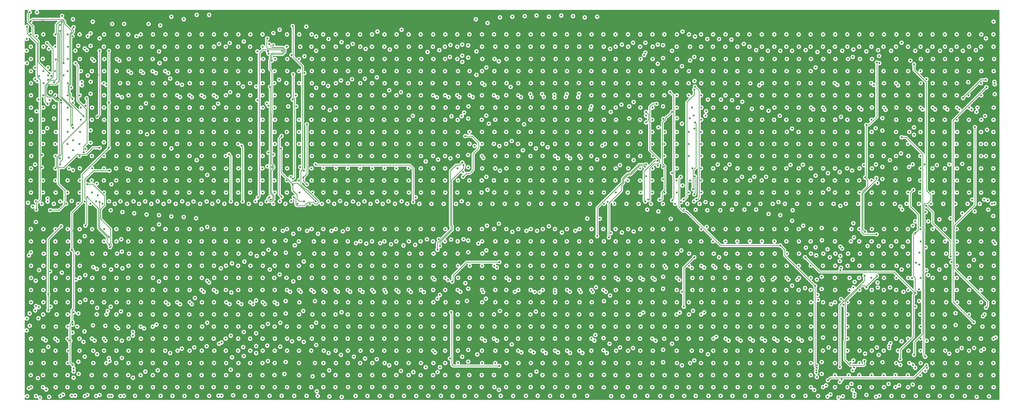
<source format=gbr>
%TF.GenerationSoftware,KiCad,Pcbnew,7.0.2*%
%TF.CreationDate,2023-12-28T23:35:20+05:30*%
%TF.ProjectId,matrixleddisplay,6d617472-6978-46c6-9564-646973706c61,rev?*%
%TF.SameCoordinates,Original*%
%TF.FileFunction,Copper,L3,Inr*%
%TF.FilePolarity,Positive*%
%FSLAX46Y46*%
G04 Gerber Fmt 4.6, Leading zero omitted, Abs format (unit mm)*
G04 Created by KiCad (PCBNEW 7.0.2) date 2023-12-28 23:35:20*
%MOMM*%
%LPD*%
G01*
G04 APERTURE LIST*
%TA.AperFunction,ViaPad*%
%ADD10C,0.800000*%
%TD*%
%TA.AperFunction,Conductor*%
%ADD11C,0.250000*%
%TD*%
%ADD12C,0.350000*%
G04 APERTURE END LIST*
D10*
%TO.N,VCC*%
X210820000Y-187198000D03*
X135890000Y-174498000D03*
X100497598Y-101178400D03*
X446262451Y-179339549D03*
X440182000Y-206502000D03*
X465890000Y-99210000D03*
X90170000Y-101600000D03*
X270764000Y-136906000D03*
X200406000Y-191516000D03*
X90424000Y-186436000D03*
X446278000Y-154686000D03*
X275423000Y-219115000D03*
X266192000Y-89662000D03*
X256248500Y-174688701D03*
X196600953Y-134658051D03*
X161544000Y-221488000D03*
X290830000Y-211582000D03*
X275844000Y-186690000D03*
X401066000Y-164592000D03*
X195133688Y-131770530D03*
X155702000Y-174244000D03*
X355854000Y-109220000D03*
X105664000Y-151638000D03*
X351282000Y-184912000D03*
X355600000Y-207010000D03*
X410718000Y-201676000D03*
X355600000Y-164592000D03*
X96712545Y-84836000D03*
X195580000Y-82042000D03*
X271272000Y-109728000D03*
X355689080Y-92184271D03*
X445770000Y-114300000D03*
X95758000Y-151892000D03*
X395732000Y-149606000D03*
X90424000Y-179832000D03*
X450850000Y-91440000D03*
X191008000Y-174498000D03*
X85090951Y-186453647D03*
X275590000Y-166624000D03*
X155702000Y-191516000D03*
X446278000Y-184912000D03*
X290576000Y-186944000D03*
X475250000Y-91740000D03*
X445770000Y-111252000D03*
X355092000Y-136652000D03*
X410718000Y-136652000D03*
X115570000Y-129032000D03*
X430530000Y-201676000D03*
X135890000Y-151130000D03*
X200660000Y-219710000D03*
X196596000Y-109982000D03*
X266192000Y-80010000D03*
X100584000Y-120650000D03*
X161541700Y-199646300D03*
X90424000Y-201422000D03*
X100584000Y-116586000D03*
X445516000Y-136906000D03*
X100584000Y-128824500D03*
X365760000Y-164592000D03*
X431292000Y-204724000D03*
%TO.N,GND*%
X176022000Y-89916000D03*
X190500000Y-201930000D03*
X265684000Y-201422000D03*
X101092000Y-139954000D03*
X81534000Y-184912000D03*
X255778000Y-96520000D03*
X110744000Y-89662000D03*
X430276000Y-206502000D03*
X346202000Y-169672000D03*
X110236000Y-126746000D03*
X335788000Y-190754000D03*
X395986000Y-170180000D03*
X95504000Y-184404000D03*
X431292000Y-219964000D03*
X186690000Y-84074000D03*
X475488000Y-171450000D03*
X470662000Y-109220000D03*
X95339455Y-153764500D03*
X470408000Y-151638000D03*
X186690000Y-88900000D03*
X466344000Y-109728000D03*
X470662000Y-154178000D03*
X90424000Y-109474000D03*
X475742000Y-176530000D03*
X85160194Y-211365500D03*
X96012000Y-209804000D03*
X340614000Y-169926000D03*
X110490000Y-111506000D03*
X88138000Y-67564000D03*
X265684000Y-185420000D03*
X95758000Y-191770000D03*
X475488000Y-166624000D03*
X85852000Y-94234000D03*
X81757701Y-63937701D03*
X475742000Y-161036000D03*
X95758000Y-145796000D03*
X155702000Y-91440000D03*
X120396000Y-184150000D03*
X120650000Y-135636000D03*
X85344000Y-200152000D03*
X451358000Y-154940000D03*
X91186000Y-134874000D03*
X185674000Y-215900000D03*
X395732000Y-151892000D03*
X100838000Y-74676000D03*
X479806000Y-222250000D03*
X196342000Y-194818000D03*
X85344000Y-151384000D03*
X465582000Y-115062000D03*
X445516000Y-211074000D03*
X130810000Y-145288000D03*
X81534000Y-179832000D03*
X201168000Y-85090000D03*
X415544000Y-220980000D03*
X175514000Y-211582000D03*
X475742000Y-129794000D03*
X81534000Y-94742000D03*
X465582000Y-101346000D03*
X441198000Y-139700000D03*
X205486000Y-170180000D03*
X475488000Y-146558000D03*
X90678000Y-216916000D03*
X85852000Y-115062000D03*
X475488000Y-156718000D03*
X90678000Y-94234000D03*
X345694000Y-110998000D03*
X215900000Y-216662000D03*
X265430000Y-132080000D03*
X100900545Y-153764500D03*
X315722000Y-204216000D03*
X110490000Y-130302000D03*
X460756000Y-95250000D03*
X115062000Y-76454000D03*
X270764000Y-213868000D03*
X420624000Y-148844000D03*
X120650000Y-165862000D03*
X470662000Y-149098000D03*
X120904000Y-114808000D03*
X355092000Y-143764000D03*
X95758000Y-130048000D03*
X455930000Y-160274000D03*
X471170000Y-184658000D03*
X110236000Y-101600000D03*
X345694000Y-184150000D03*
X265684000Y-165608000D03*
X95702350Y-100094050D03*
X130810000Y-123952000D03*
X426212000Y-100076000D03*
X195580000Y-201676000D03*
X95504000Y-172212000D03*
X195580000Y-216408000D03*
X340614000Y-148844000D03*
X345694000Y-161798000D03*
X110346955Y-108966000D03*
X451358000Y-204978000D03*
X210820000Y-210312000D03*
X191008000Y-194564000D03*
X85344000Y-160274000D03*
X455676000Y-134874000D03*
X460248000Y-116586000D03*
%TO.N,/COM1*%
X478420000Y-67770000D03*
X85840000Y-63924498D03*
%TO.N,/RED1-1*%
X85400000Y-141650000D03*
%TO.N,/GREEN1-1*%
X85598000Y-104648000D03*
%TO.N,/BLUE1-1*%
X90853701Y-88978299D03*
X82820000Y-63900000D03*
%TO.N,/COM2*%
X303340000Y-73020000D03*
X373430000Y-73040000D03*
X278450000Y-73020000D03*
X468450000Y-73040000D03*
X403340000Y-73030000D03*
X453390000Y-73040000D03*
X388440000Y-73030000D03*
X263300000Y-73020000D03*
X218430000Y-73030000D03*
X408470000Y-73030000D03*
X448420000Y-73040000D03*
X298390000Y-73020000D03*
X438550000Y-73030000D03*
X378206000Y-73040000D03*
X283340000Y-73020000D03*
X323280000Y-73040000D03*
X478370000Y-73040000D03*
X148430000Y-73030000D03*
X393410000Y-73030000D03*
X113390000Y-73040000D03*
X353400000Y-73040000D03*
X358370000Y-73040000D03*
X418390000Y-73030000D03*
X173410000Y-73030000D03*
X198540000Y-73030000D03*
X308440000Y-73020000D03*
X108712000Y-67818000D03*
X443280000Y-73040000D03*
X383300000Y-73030000D03*
X213390000Y-73030000D03*
X328420000Y-73040000D03*
X423340000Y-73030000D03*
X333390000Y-73040000D03*
X88410000Y-73040000D03*
X228450000Y-73030000D03*
X133420000Y-73040000D03*
X98420000Y-73040000D03*
X163330000Y-73030000D03*
X348450000Y-73040000D03*
X463320000Y-73040000D03*
X473400000Y-73040000D03*
X138530000Y-73030000D03*
X248420000Y-73030000D03*
X107837045Y-72547473D03*
X268440000Y-73020000D03*
X188430000Y-73030000D03*
X253430000Y-73030000D03*
X288470000Y-73020000D03*
X93380000Y-73040000D03*
X193440000Y-73030000D03*
X273410000Y-73020000D03*
X223320000Y-73030000D03*
X293420000Y-73020000D03*
X458430000Y-73040000D03*
X368420000Y-73040000D03*
X118887955Y-73040000D03*
X233400000Y-73030000D03*
X313450000Y-73020000D03*
X158440000Y-73030000D03*
X83270000Y-73040000D03*
X123310000Y-73040000D03*
X153400000Y-73030000D03*
X243320000Y-73030000D03*
X318262000Y-73020000D03*
X182819545Y-72470000D03*
X143290000Y-73030000D03*
X128410000Y-73040000D03*
X428440000Y-73030000D03*
X203280000Y-73030000D03*
X363320000Y-73040000D03*
X433450000Y-73030000D03*
X178380000Y-73030000D03*
X208420000Y-73030000D03*
X168460000Y-73030000D03*
X338430000Y-73040000D03*
X343320000Y-73040000D03*
X103310000Y-73040000D03*
X258318000Y-73030000D03*
X238370000Y-73030000D03*
X413420000Y-73030000D03*
X398450000Y-73030000D03*
%TO.N,/COM4*%
X353870455Y-83745857D03*
X138470000Y-83140000D03*
X83300000Y-83140000D03*
X268600000Y-83120000D03*
X293490000Y-83120000D03*
X288540000Y-83120000D03*
X468520000Y-83140000D03*
X388600000Y-83130000D03*
X418690000Y-83130000D03*
X358670000Y-83140000D03*
X413490000Y-83130000D03*
X93560500Y-83349500D03*
X408540000Y-83130000D03*
X158530000Y-83130000D03*
X123550000Y-83140000D03*
X193320000Y-83130000D03*
X143320000Y-83130000D03*
X133300000Y-83140000D03*
X403450000Y-83130000D03*
X98510000Y-83140000D03*
X203310000Y-83130000D03*
X188530000Y-83130000D03*
X393590000Y-83130000D03*
X438500000Y-83130000D03*
X298690000Y-83120000D03*
X103420000Y-83140000D03*
X463430000Y-83140000D03*
X444283500Y-83775857D03*
X233470000Y-83130000D03*
X213570000Y-83130000D03*
X373310000Y-83140000D03*
X308540000Y-83120000D03*
X108510000Y-83140000D03*
X148590000Y-83130000D03*
X238670000Y-83130000D03*
X431450500Y-81898104D03*
X208580000Y-83130000D03*
X128510000Y-83140000D03*
X253310000Y-83130000D03*
X363560000Y-83140000D03*
X328580000Y-83140000D03*
X423580000Y-83130000D03*
X283450000Y-83120000D03*
X458520000Y-83140000D03*
X218520000Y-83130000D03*
X153580000Y-83130000D03*
X318500000Y-83120000D03*
X398540000Y-83130000D03*
X348520000Y-83140000D03*
X338520000Y-83140000D03*
X118660000Y-83140000D03*
X342779545Y-82755500D03*
X88202760Y-83075240D03*
X262799545Y-82550000D03*
X453570000Y-83140000D03*
X223430000Y-83130000D03*
X273590000Y-83120000D03*
X198628000Y-83130000D03*
X313330000Y-83120000D03*
X258318000Y-83130000D03*
X173480000Y-83130000D03*
X136144000Y-84836000D03*
X473470000Y-83140000D03*
X428540000Y-83130000D03*
X248520000Y-83130000D03*
X278540000Y-83120000D03*
X163440000Y-83130000D03*
X168530000Y-83130000D03*
X448580000Y-83140000D03*
X478670000Y-83140000D03*
X323310000Y-83140000D03*
X243560000Y-83130000D03*
X378480000Y-83140000D03*
X178680000Y-83130000D03*
X113460000Y-83140000D03*
X228520000Y-83130000D03*
X368520000Y-83140000D03*
X333570000Y-83140000D03*
X383330000Y-83130000D03*
X303580000Y-83120000D03*
X183570000Y-83130000D03*
%TO.N,/COM3*%
X88440000Y-78090000D03*
X458490000Y-78090000D03*
X348390000Y-78090000D03*
X338490000Y-78090000D03*
X328450000Y-78090000D03*
X218490000Y-78080000D03*
X233280000Y-78080000D03*
X368320000Y-78090000D03*
X158500000Y-78080000D03*
X463300000Y-78090000D03*
X238410000Y-78080000D03*
X478410000Y-78090000D03*
X143320000Y-78080000D03*
X423270000Y-78080000D03*
X373230000Y-78090000D03*
X118897955Y-78090000D03*
X268470000Y-78070000D03*
X223300000Y-78080000D03*
X433250000Y-78080000D03*
X438404000Y-78080000D03*
X342769545Y-77470000D03*
X448450000Y-78090000D03*
X178420000Y-78080000D03*
X182799545Y-77470000D03*
X193860455Y-78080000D03*
X133220000Y-78090000D03*
X408410000Y-78080000D03*
X468390000Y-78090000D03*
X288410000Y-78070000D03*
X163310000Y-78080000D03*
X388470000Y-78080000D03*
X98480000Y-78090000D03*
X113270000Y-78090000D03*
X262789545Y-77561379D03*
X253230000Y-78080000D03*
X333370000Y-78090000D03*
X203310000Y-78080000D03*
X273910455Y-78070000D03*
X303270000Y-78070000D03*
X323310000Y-78090000D03*
X138194049Y-78071951D03*
X353850455Y-78090000D03*
X398510000Y-78080000D03*
X100409500Y-73764500D03*
X123240000Y-78090000D03*
X308340000Y-78070000D03*
X293300000Y-78070000D03*
X363250000Y-78090000D03*
X313250000Y-78070000D03*
X248320000Y-78080000D03*
X258318000Y-78080000D03*
X198460000Y-78080000D03*
X428340000Y-78080000D03*
X148460000Y-78080000D03*
X318470000Y-78070000D03*
X358410000Y-78090000D03*
X153380000Y-78080000D03*
X83300000Y-78090000D03*
X283320000Y-78070000D03*
X393390000Y-78080000D03*
X188330000Y-78080000D03*
X173290000Y-78080000D03*
X278510000Y-78070000D03*
X93360000Y-78090000D03*
X378214049Y-78081951D03*
X418430000Y-78080000D03*
X213370000Y-78080000D03*
X102759545Y-77722701D03*
X208450000Y-78080000D03*
X228390000Y-78080000D03*
X403320000Y-78080000D03*
X243250000Y-78080000D03*
X107815299Y-77723201D03*
X168400000Y-78080000D03*
X128310000Y-78090000D03*
X453370000Y-78090000D03*
X413300000Y-78080000D03*
X383330000Y-78080000D03*
X473280000Y-78090000D03*
X298430000Y-78070000D03*
X443310000Y-78090000D03*
%TO.N,/COM5*%
X423380000Y-88120000D03*
X293420000Y-88110000D03*
X298510000Y-88110000D03*
X108350000Y-88130000D03*
X473400000Y-88130000D03*
X443370000Y-88130000D03*
X183370000Y-88120000D03*
X188520000Y-88120000D03*
X98430000Y-88130000D03*
X433310000Y-88120000D03*
X253290000Y-88120000D03*
X338440000Y-88130000D03*
X118480000Y-88130000D03*
X458440000Y-88130000D03*
X398460000Y-88120000D03*
X178500000Y-88120000D03*
X198610000Y-88120000D03*
X393480000Y-88120000D03*
X453460000Y-88130000D03*
X363360000Y-88130000D03*
X168370000Y-88120000D03*
X408380000Y-88120000D03*
X88450000Y-88130000D03*
X438404000Y-88120000D03*
X368510000Y-88130000D03*
X333460000Y-88130000D03*
X123350000Y-88130000D03*
X83360000Y-88130000D03*
X173410000Y-88120000D03*
X228360000Y-88120000D03*
X478490000Y-88130000D03*
X138430000Y-88130000D03*
X128500000Y-88130000D03*
X378460000Y-88130000D03*
X208460000Y-88120000D03*
X373290000Y-88130000D03*
X353400000Y-88130000D03*
X93220299Y-88135701D03*
X278460000Y-88110000D03*
X328460000Y-88130000D03*
X318620000Y-88110000D03*
X323370000Y-88130000D03*
X358490000Y-88130000D03*
X268480000Y-88110000D03*
X308530000Y-88110000D03*
X263390000Y-88110000D03*
X468360000Y-88130000D03*
X283464000Y-88110000D03*
X388480000Y-88120000D03*
X203370000Y-88120000D03*
X313310000Y-88110000D03*
X223370000Y-88120000D03*
X153470000Y-88120000D03*
X303380000Y-88110000D03*
X158450000Y-88120000D03*
X218440000Y-88120000D03*
X413420000Y-88120000D03*
X428530000Y-88120000D03*
X143380000Y-88120000D03*
X163380000Y-88120000D03*
X463370000Y-88130000D03*
X213460000Y-88120000D03*
X273558000Y-88110000D03*
X233400000Y-88120000D03*
X403390000Y-88120000D03*
X133280000Y-88130000D03*
X113390000Y-88130000D03*
X140499500Y-91190299D03*
X348360000Y-88130000D03*
X383390000Y-88120000D03*
X103840455Y-88130000D03*
X288380000Y-88110000D03*
X248510000Y-88120000D03*
X448460000Y-88130000D03*
X148470000Y-88120000D03*
X238490000Y-88120000D03*
X343370000Y-88130000D03*
X243360000Y-88120000D03*
X418510000Y-88120000D03*
X193300000Y-88120000D03*
X258600000Y-88120000D03*
%TO.N,/COM6*%
X223340000Y-93080000D03*
X208510000Y-93080000D03*
X268530000Y-93070000D03*
X148520000Y-93080000D03*
X258600000Y-93080000D03*
X468035000Y-92635000D03*
X203380000Y-93080000D03*
X383400000Y-93080000D03*
X88500000Y-93090000D03*
X107837045Y-92489023D03*
X233250000Y-93080000D03*
X168500000Y-93080000D03*
X463340000Y-93090000D03*
X398530000Y-93080000D03*
X443380000Y-93090000D03*
X453450000Y-93090000D03*
X433430000Y-93080000D03*
X473250000Y-93090000D03*
X458510000Y-93090000D03*
X343340000Y-93090000D03*
X363200000Y-93090000D03*
X353250000Y-93090000D03*
X104235500Y-92525269D03*
X298460000Y-93070000D03*
X413270000Y-93080000D03*
X138430000Y-93090000D03*
X293270000Y-93070000D03*
X98500000Y-93090000D03*
X133400000Y-93090000D03*
X273470000Y-93070000D03*
X438404000Y-93080000D03*
X173260000Y-93080000D03*
X368201049Y-93058951D03*
X143390000Y-93080000D03*
X303220000Y-93070000D03*
X388530000Y-93080000D03*
X92829545Y-92667701D03*
X178450000Y-93080000D03*
X278530000Y-93070000D03*
X288510000Y-93070000D03*
X358440000Y-93090000D03*
X338510000Y-93090000D03*
X228490000Y-93080000D03*
X318262000Y-93070000D03*
X408510000Y-93080000D03*
X198628000Y-93090000D03*
X113240000Y-93090000D03*
X478780000Y-92538062D03*
X218510000Y-93080000D03*
X248201049Y-93048951D03*
X283360000Y-93070000D03*
X158520000Y-93080000D03*
X308221049Y-93038951D03*
X128191049Y-93058951D03*
X238440000Y-93080000D03*
X123190000Y-93090000D03*
X183210000Y-93080000D03*
X253410000Y-93080000D03*
X403360000Y-93080000D03*
X193420000Y-93080000D03*
X428221049Y-93048951D03*
X333450000Y-93090000D03*
X188211049Y-93048951D03*
X163350000Y-93080000D03*
X313430000Y-93070000D03*
X448510000Y-93090000D03*
X393470000Y-93080000D03*
X423220000Y-93080000D03*
X373410000Y-93090000D03*
X153460000Y-93080000D03*
X348490000Y-93090000D03*
X145299455Y-93726000D03*
X328510000Y-93090000D03*
X418460000Y-93080000D03*
X213450000Y-93080000D03*
X83370000Y-93090000D03*
X243200000Y-93080000D03*
X378600000Y-93090000D03*
X323380000Y-93090000D03*
X119925500Y-93053172D03*
X263400000Y-93070000D03*
%TO.N,/COM8*%
X183340000Y-103100000D03*
X463470000Y-103110000D03*
X158460000Y-103100000D03*
X138520000Y-103100000D03*
X423350000Y-103100000D03*
X103840455Y-103110000D03*
X83340000Y-103110000D03*
X88460000Y-103110000D03*
X192282299Y-102611701D03*
X408440000Y-103100000D03*
X398470000Y-103100000D03*
X388490000Y-103100000D03*
X433500000Y-103100000D03*
X178490000Y-103100000D03*
X354584000Y-103110000D03*
X273920455Y-103090000D03*
X262893000Y-102613000D03*
X153490000Y-103100000D03*
X453480000Y-103110000D03*
X243330000Y-103100000D03*
X373480000Y-103110000D03*
X313369245Y-102521371D03*
X383370000Y-103100000D03*
X228420000Y-103100000D03*
X471778500Y-103110000D03*
X413350000Y-103100000D03*
X148480000Y-103100000D03*
X418500000Y-103100000D03*
X203350000Y-103100000D03*
X438540000Y-103100000D03*
X428500000Y-103100000D03*
X308500000Y-103090000D03*
X458450000Y-103110000D03*
X342779545Y-102603701D03*
X443350000Y-103110000D03*
X328907955Y-102616000D03*
X108410000Y-103110000D03*
X258530000Y-103099500D03*
X123320000Y-103110000D03*
X128470000Y-103110000D03*
X318341045Y-103090000D03*
X303350000Y-103090000D03*
X188937955Y-102616000D03*
X208470000Y-103100000D03*
X89996049Y-111586049D03*
X98440000Y-103110000D03*
X478480000Y-103110000D03*
X168430000Y-103100000D03*
X143360000Y-103100000D03*
X368480000Y-103110000D03*
X133470000Y-103110000D03*
X348420000Y-103110000D03*
X268490000Y-103090000D03*
X113320000Y-103110000D03*
X338450000Y-103110000D03*
X293350000Y-103090000D03*
X233330000Y-103100000D03*
X358480000Y-103110000D03*
X448470000Y-103110000D03*
X393500000Y-103100000D03*
X283490000Y-103090000D03*
X363330000Y-103110000D03*
X118470000Y-103110000D03*
X333480000Y-103110000D03*
X248480000Y-103100000D03*
X403490000Y-103100000D03*
X298500000Y-103090000D03*
X379222000Y-103632000D03*
X213480000Y-103100000D03*
X238480000Y-103100000D03*
X198374000Y-103100000D03*
X323350000Y-103110000D03*
X223470000Y-103100000D03*
X173340000Y-103100000D03*
X253480000Y-103100000D03*
X278470000Y-103090000D03*
X92832299Y-102747701D03*
X468420000Y-103110000D03*
X163480000Y-103100000D03*
X218450000Y-103100000D03*
X288440000Y-103090000D03*
%TO.N,/COM7*%
X208420000Y-98060000D03*
X153350000Y-98060000D03*
X313350000Y-98050000D03*
X103320000Y-98070000D03*
X238380000Y-98060000D03*
X393360000Y-98060000D03*
X413370000Y-98060000D03*
X353350000Y-98070000D03*
X308283576Y-97391723D03*
X408400000Y-98060000D03*
X218400000Y-98060000D03*
X423400000Y-98060000D03*
X418400000Y-98060000D03*
X178390000Y-98060000D03*
X88410000Y-98070000D03*
X363380000Y-98070000D03*
X192024000Y-98060000D03*
X278420000Y-98050000D03*
X248380000Y-98060000D03*
X123370000Y-98070000D03*
X403350000Y-98060000D03*
X228380000Y-98060000D03*
X383380000Y-98060000D03*
X198628000Y-98070000D03*
X458400000Y-98070000D03*
X253330000Y-98060000D03*
X133320000Y-98070000D03*
X173360000Y-98060000D03*
X298196000Y-97790000D03*
X143370000Y-98060000D03*
X163340000Y-98060000D03*
X268440000Y-98050000D03*
X223330000Y-98060000D03*
X478907955Y-97590000D03*
X188927955Y-98060000D03*
X303276000Y-97536000D03*
X263380000Y-98050000D03*
X348380000Y-98070000D03*
X183390000Y-98060000D03*
X273360000Y-98050000D03*
X288290000Y-97536000D03*
X463330000Y-98070000D03*
X258318000Y-98044000D03*
X328420000Y-98070000D03*
X158410000Y-98060000D03*
X388440000Y-98060000D03*
X438460000Y-98060000D03*
X428400000Y-98060000D03*
X333340000Y-98070000D03*
X338400000Y-98070000D03*
X107827045Y-97429500D03*
X368380000Y-98070000D03*
X318480000Y-98070000D03*
X83350000Y-98070000D03*
X128370000Y-98070000D03*
X243380000Y-98060000D03*
X373330000Y-98070000D03*
X203360000Y-98060000D03*
X468113348Y-98011250D03*
X168390000Y-98060000D03*
X443360000Y-98070000D03*
X113340000Y-98070000D03*
X323360000Y-98070000D03*
X213340000Y-98060000D03*
X433350000Y-98060000D03*
X130556000Y-101346000D03*
X138430000Y-98070000D03*
X473350000Y-98070000D03*
X398420000Y-98060000D03*
X453340000Y-98070000D03*
X233350000Y-98060000D03*
X98390000Y-98070000D03*
X358380000Y-98070000D03*
X378470000Y-98060000D03*
X343330000Y-98070000D03*
X118897955Y-98070000D03*
X293116000Y-97536000D03*
X283350000Y-98050000D03*
X93330000Y-98070000D03*
X448420000Y-98070000D03*
X148430000Y-98060000D03*
%TO.N,/COM9*%
X128320000Y-108130000D03*
X203460000Y-108120000D03*
X428350000Y-108120000D03*
X83450000Y-108130000D03*
X133360000Y-108130000D03*
X432819545Y-107442000D03*
X478410000Y-108130000D03*
X228300000Y-108120000D03*
X153360000Y-108120000D03*
X423510000Y-108120000D03*
X458400000Y-108130000D03*
X193380000Y-108120000D03*
X408320000Y-108120000D03*
X233400000Y-108120000D03*
X108290000Y-108130000D03*
X143470000Y-108120000D03*
X342883000Y-107713000D03*
X138450000Y-108130000D03*
X403320000Y-108120000D03*
X198470000Y-108120000D03*
X328879459Y-107566558D03*
X88320000Y-108130000D03*
X373370000Y-108130000D03*
X208330000Y-108120000D03*
X363490000Y-108130000D03*
X378714000Y-108130000D03*
X92829545Y-107655701D03*
X383480000Y-108120000D03*
X313390000Y-108110000D03*
X213350000Y-108120000D03*
X113390000Y-108130000D03*
X298430000Y-108110000D03*
X178420000Y-108120000D03*
X118400000Y-108130000D03*
X183500000Y-108120000D03*
X173410000Y-108120000D03*
X123480000Y-108130000D03*
X318480000Y-108110000D03*
X393370000Y-108120000D03*
X443850455Y-108130000D03*
X358410000Y-108130000D03*
X258460000Y-108166500D03*
X168310000Y-108120000D03*
X388350000Y-108120000D03*
X158410000Y-108120000D03*
X223300000Y-108120000D03*
X243490000Y-108120000D03*
X278420000Y-108110000D03*
X273920455Y-108110000D03*
X288320000Y-108110000D03*
X253370000Y-108120000D03*
X303510000Y-108110000D03*
X103840455Y-108130000D03*
X448330000Y-108130000D03*
X238410000Y-108120000D03*
X163310000Y-108120000D03*
X453350000Y-108130000D03*
X188340000Y-108120000D03*
X348469141Y-107497639D03*
X333350000Y-108130000D03*
X248330000Y-108120000D03*
X413420000Y-108120000D03*
X98390000Y-108130000D03*
X268350000Y-108110000D03*
X148340000Y-108120000D03*
X463300000Y-108130000D03*
X262809545Y-107608701D03*
X418430000Y-108120000D03*
X368330000Y-108130000D03*
X438480000Y-108120000D03*
X338400000Y-108130000D03*
X323460000Y-108130000D03*
X353784701Y-107538062D03*
X283320000Y-108110000D03*
X473400000Y-108130000D03*
X308350000Y-108110000D03*
X293420000Y-108110000D03*
X398420000Y-108120000D03*
X218400000Y-108120000D03*
X468300000Y-108130000D03*
%TO.N,/COM10*%
X148470000Y-113110000D03*
X373320000Y-113120000D03*
X278400000Y-113100000D03*
X418390000Y-113110000D03*
X113300000Y-113120000D03*
X463480000Y-113120000D03*
X258540000Y-113110000D03*
X308360000Y-113100000D03*
X333570000Y-113120000D03*
X403500000Y-113110000D03*
X443850455Y-113120000D03*
X348410000Y-113120000D03*
X158390000Y-113110000D03*
X98370000Y-113120000D03*
X208460000Y-113110000D03*
X118872000Y-113120000D03*
X173320000Y-113110000D03*
X298390000Y-113100000D03*
X458380000Y-113120000D03*
X473310000Y-113120000D03*
X423340000Y-113110000D03*
X453570000Y-113120000D03*
X303340000Y-113100000D03*
X353310000Y-113120000D03*
X183330000Y-113110000D03*
X338380000Y-113120000D03*
X228410000Y-113110000D03*
X363320000Y-113120000D03*
X198550000Y-113110000D03*
X168420000Y-113110000D03*
X138430000Y-113120000D03*
X193330000Y-113110000D03*
X318560000Y-113100000D03*
X248340000Y-113110000D03*
X93560000Y-113120000D03*
X178380000Y-113110000D03*
X128330000Y-113120000D03*
X313340000Y-113100000D03*
X83300000Y-113120000D03*
X388480000Y-113110000D03*
X218380000Y-113110000D03*
X188350000Y-113110000D03*
X203310000Y-113110000D03*
X273590000Y-113100000D03*
X323310000Y-113120000D03*
X213570000Y-113110000D03*
X253320000Y-113110000D03*
X383330000Y-113110000D03*
X378540000Y-113120000D03*
X368340000Y-113120000D03*
X263330000Y-113100000D03*
X130993954Y-114088069D03*
X398400000Y-113110000D03*
X153580000Y-113110000D03*
X413330000Y-113110000D03*
X88450000Y-113120000D03*
X448460000Y-113120000D03*
X123310000Y-113120000D03*
X243320000Y-113110000D03*
X288430000Y-113100000D03*
X238370000Y-113110000D03*
X283500000Y-113100000D03*
X428360000Y-113110000D03*
X133310000Y-113120000D03*
X223480000Y-113110000D03*
X478370000Y-113120000D03*
X432819545Y-112540000D03*
X107837045Y-112460000D03*
X163490000Y-113110000D03*
X328460000Y-113120000D03*
X143320000Y-113110000D03*
X268480000Y-113100000D03*
X468410000Y-113120000D03*
X358370000Y-113120000D03*
X393590000Y-113110000D03*
X343480000Y-113120000D03*
X438404000Y-113110000D03*
X408430000Y-113110000D03*
X233310000Y-113110000D03*
X103470000Y-113120000D03*
X293330000Y-113100000D03*
%TO.N,/COM12*%
X468350000Y-123020000D03*
X108340000Y-123020000D03*
X308430000Y-123000000D03*
X213430000Y-123010000D03*
X233320000Y-123010000D03*
X238420000Y-123010000D03*
X258572000Y-123010000D03*
X243380000Y-123010000D03*
X383500000Y-123010000D03*
X123370000Y-123020000D03*
X475309455Y-123075000D03*
X363380000Y-123020000D03*
X83470000Y-123020000D03*
X418440000Y-123010000D03*
X288370000Y-123000000D03*
X393450000Y-123010000D03*
X413340000Y-123010000D03*
X98947955Y-123698000D03*
X343290000Y-123020000D03*
X262809545Y-122601701D03*
X333430000Y-123020000D03*
X182819545Y-122428000D03*
X408370000Y-123010000D03*
X428430000Y-123010000D03*
X163300000Y-123010000D03*
X158580000Y-123010000D03*
X373300000Y-123020000D03*
X153440000Y-123010000D03*
X218570000Y-123010000D03*
X103280000Y-123020000D03*
X283310000Y-123000000D03*
X113310000Y-123020000D03*
X293340000Y-123000000D03*
X358420000Y-123020000D03*
X173330000Y-123010000D03*
X388430000Y-123010000D03*
X253300000Y-123010000D03*
X478420000Y-123020000D03*
X313320000Y-123000000D03*
X278590000Y-123000000D03*
X303400000Y-123000000D03*
X458570000Y-123020000D03*
X87837045Y-122599951D03*
X223290000Y-123010000D03*
X193870455Y-123010000D03*
X328410000Y-123020000D03*
X188420000Y-123010000D03*
X151384000Y-124714000D03*
X228350000Y-123010000D03*
X198628000Y-123010000D03*
X443480000Y-123020000D03*
X433320000Y-123010000D03*
X203480000Y-123010000D03*
X318730000Y-123020000D03*
X353320000Y-123020000D03*
X463290000Y-123020000D03*
X368410000Y-123020000D03*
X475759455Y-112230500D03*
X137922000Y-123020000D03*
X143490000Y-123010000D03*
X453430000Y-123020000D03*
X128400000Y-123020000D03*
X448410000Y-123020000D03*
X133290000Y-123020000D03*
X338570000Y-123020000D03*
X473320000Y-123020000D03*
X298440000Y-123000000D03*
X148420000Y-123010000D03*
X403310000Y-123010000D03*
X268430000Y-123000000D03*
X248410000Y-123010000D03*
X93420000Y-123020000D03*
X378460000Y-123020000D03*
X178430000Y-123010000D03*
X273920455Y-123000000D03*
X423400000Y-123010000D03*
X438404000Y-123010000D03*
X348350000Y-123020000D03*
X118410000Y-123020000D03*
X398590000Y-123010000D03*
X323480000Y-123020000D03*
X168360000Y-123010000D03*
X208410000Y-123010000D03*
%TO.N,/COM11*%
X273340000Y-118030000D03*
X153330000Y-118040000D03*
X343230000Y-118050000D03*
X443320000Y-118050000D03*
X233270000Y-118040000D03*
X193370000Y-118040000D03*
X333320000Y-118050000D03*
X173280000Y-118040000D03*
X138430000Y-118050000D03*
X358400000Y-118050000D03*
X107837045Y-117602000D03*
X258600000Y-118040000D03*
X474934599Y-106579999D03*
X403250000Y-118040000D03*
X223230000Y-118040000D03*
X213320000Y-118040000D03*
X183430000Y-118040000D03*
X323320000Y-118050000D03*
X328380000Y-118050000D03*
X208380000Y-118040000D03*
X383340000Y-118040000D03*
X303440000Y-118030000D03*
X475309455Y-118050000D03*
X228360000Y-118040000D03*
X378600000Y-118050000D03*
X393340000Y-118040000D03*
X293290000Y-118030000D03*
X458340000Y-118050000D03*
X478400000Y-118050000D03*
X473270000Y-118050000D03*
X433380000Y-118040000D03*
X143330000Y-118040000D03*
X140970000Y-119888000D03*
X313380000Y-118030000D03*
X198610000Y-118040000D03*
X218340000Y-118040000D03*
X388400000Y-118040000D03*
X368450000Y-118050000D03*
X178410000Y-118040000D03*
X93310000Y-118050000D03*
X133350000Y-118050000D03*
X188460000Y-118040000D03*
X448380000Y-118050000D03*
X253360000Y-118040000D03*
X413290000Y-118040000D03*
X438658000Y-118040000D03*
X418420000Y-118040000D03*
X408380000Y-118040000D03*
X163240000Y-118040000D03*
X103220000Y-118050000D03*
X113271002Y-117366235D03*
X363420000Y-118050000D03*
X268400000Y-118030000D03*
X148390000Y-118040000D03*
X203320000Y-118040000D03*
X123410000Y-118050000D03*
X128440000Y-118050000D03*
X298420000Y-118030000D03*
X463230000Y-118050000D03*
X318937955Y-118050000D03*
X453320000Y-118050000D03*
X248450000Y-118040000D03*
X118872000Y-118050000D03*
X338340000Y-118050000D03*
X88370000Y-118050000D03*
X243420000Y-118040000D03*
X348360000Y-118050000D03*
X353270000Y-118050000D03*
X158350000Y-118040000D03*
X423440000Y-118040000D03*
X373360000Y-118050000D03*
X98330000Y-118050000D03*
X308470000Y-118030000D03*
X263340000Y-118030000D03*
X428470000Y-118040000D03*
X168370000Y-118040000D03*
X398360000Y-118040000D03*
X83310000Y-118050000D03*
X278360000Y-118030000D03*
X283250000Y-118030000D03*
X288380000Y-118030000D03*
X468360000Y-118050000D03*
X238400000Y-118040000D03*
%TO.N,/COM13*%
X408490000Y-128090000D03*
X228470000Y-128090000D03*
X198480000Y-128090000D03*
X253340000Y-128090000D03*
X468470000Y-128100000D03*
X243360000Y-128090000D03*
X338460000Y-128100000D03*
X213370000Y-128090000D03*
X393390000Y-128090000D03*
X423380000Y-128090000D03*
X188500000Y-128090000D03*
X473320000Y-128100000D03*
X383390000Y-128090000D03*
X354875500Y-128099500D03*
X143380000Y-128090000D03*
X116332000Y-134620000D03*
X218460000Y-128090000D03*
X148510000Y-128090000D03*
X273920455Y-128080000D03*
X443738000Y-127528062D03*
X342789545Y-127508000D03*
X262809545Y-127620894D03*
X478330000Y-128100000D03*
X432819545Y-127508000D03*
X173330000Y-128090000D03*
X438206050Y-128033950D03*
X398480000Y-128090000D03*
X133330000Y-128100000D03*
X208500000Y-128090000D03*
X363360000Y-128100000D03*
X373340000Y-128100000D03*
X93360000Y-128100000D03*
X163440000Y-128090000D03*
X308510000Y-128080000D03*
X328500000Y-128100000D03*
X98947955Y-128100000D03*
X278480000Y-128080000D03*
X403450000Y-128090000D03*
X463430000Y-128100000D03*
X238330000Y-128090000D03*
X158470000Y-128090000D03*
X223430000Y-128090000D03*
X118320000Y-128100000D03*
X333370000Y-128100000D03*
X83360000Y-128100000D03*
X182319747Y-127553500D03*
X258460000Y-128100000D03*
X283450000Y-128080000D03*
X313360000Y-128080000D03*
X378450000Y-128100000D03*
X108460000Y-128100000D03*
X348470000Y-128100000D03*
X248490000Y-128090000D03*
X413340000Y-128090000D03*
X128480000Y-128100000D03*
X358330000Y-128100000D03*
X138450000Y-128110000D03*
X418350000Y-128090000D03*
X193849017Y-127533616D03*
X368490000Y-128100000D03*
X153380000Y-128090000D03*
X178340000Y-128090000D03*
X323370000Y-128100000D03*
X122799545Y-128100000D03*
X233320000Y-128090000D03*
X453370000Y-128100000D03*
X458460000Y-128100000D03*
X268520000Y-128080000D03*
X87837045Y-127639951D03*
X103420000Y-128100000D03*
X168480000Y-128090000D03*
X428510000Y-128090000D03*
X288490000Y-128080000D03*
X113310000Y-128100000D03*
X303380000Y-128080000D03*
X448500000Y-128100000D03*
X203370000Y-128090000D03*
X298350000Y-128080000D03*
X318470000Y-128080000D03*
X388520000Y-128090000D03*
X293340000Y-128080000D03*
%TO.N,/COM14*%
X110346955Y-134366000D03*
X423290000Y-133040000D03*
X83230000Y-133050000D03*
X293290000Y-133030000D03*
X373330000Y-133050000D03*
X268340000Y-133030000D03*
X478360000Y-133050000D03*
X218380000Y-133040000D03*
X438176049Y-133013951D03*
X458380000Y-133050000D03*
X318560000Y-133030000D03*
X443850455Y-132588000D03*
X358360000Y-133050000D03*
X158390000Y-133040000D03*
X188350000Y-133040000D03*
X328320000Y-133050000D03*
X428360000Y-133040000D03*
X133320000Y-133050000D03*
X353860455Y-133050000D03*
X98370000Y-133050000D03*
X418380000Y-133040000D03*
X278400000Y-133030000D03*
X153360000Y-133040000D03*
X303290000Y-133030000D03*
X203240000Y-133040000D03*
X413290000Y-133040000D03*
X363270000Y-133050000D03*
X298380000Y-133030000D03*
X118350000Y-133050000D03*
X178370000Y-133040000D03*
X183280000Y-133040000D03*
X223410000Y-133040000D03*
X383260000Y-133040000D03*
X263260000Y-133030000D03*
X473270000Y-133050000D03*
X248340000Y-133040000D03*
X143250000Y-133040000D03*
X388340000Y-133040000D03*
X308360000Y-133030000D03*
X138530000Y-133050000D03*
X393370000Y-133040000D03*
X198550000Y-133040000D03*
X368340000Y-133050000D03*
X342789545Y-132588000D03*
X193340000Y-133040000D03*
X113260000Y-133050000D03*
X123260000Y-133050000D03*
X163420000Y-133040000D03*
X128330000Y-133050000D03*
X93340000Y-133050000D03*
X448320000Y-133050000D03*
X208320000Y-133040000D03*
X453350000Y-133050000D03*
X238360000Y-133040000D03*
X378540000Y-133050000D03*
X273370000Y-133030000D03*
X432819545Y-132460000D03*
X88310000Y-133050000D03*
X313350000Y-133030000D03*
X283430000Y-133030000D03*
X233270000Y-133040000D03*
X148330000Y-133040000D03*
X103400000Y-133050000D03*
X108290000Y-133050000D03*
X468300000Y-133050000D03*
X408320000Y-133040000D03*
X253330000Y-133040000D03*
X348300000Y-133050000D03*
X173280000Y-133040000D03*
X228300000Y-133040000D03*
X323240000Y-133050000D03*
X243270000Y-133040000D03*
X168310000Y-133040000D03*
X398400000Y-133040000D03*
X403430000Y-133040000D03*
X258572000Y-133040000D03*
X213350000Y-133040000D03*
X463410000Y-133050000D03*
X338380000Y-133050000D03*
X333350000Y-133050000D03*
X288320000Y-133030000D03*
%TO.N,/COM16*%
X307760000Y-142650000D03*
X392770000Y-142660000D03*
X242780000Y-142660000D03*
X277810000Y-142650000D03*
X112740000Y-142670000D03*
X207780000Y-142660000D03*
X387800000Y-142660000D03*
X177770000Y-142660000D03*
X197790000Y-142710500D03*
X362780000Y-142670000D03*
X187750000Y-142660000D03*
X127730000Y-142670000D03*
X297780000Y-142650000D03*
X137780000Y-142680000D03*
X457790000Y-142670000D03*
X432770000Y-142660000D03*
X327780000Y-142670000D03*
X367740000Y-142670000D03*
X437896000Y-142670000D03*
X347750000Y-142670000D03*
X402740000Y-142660000D03*
X422800000Y-142660000D03*
X142750000Y-142660000D03*
X232750000Y-142660000D03*
X132740000Y-142670000D03*
X267800000Y-142650000D03*
X397810000Y-142660000D03*
X318516000Y-142660000D03*
X217790000Y-142660000D03*
X472750000Y-142670000D03*
X212750000Y-142660000D03*
X452750000Y-142670000D03*
X382760000Y-142660000D03*
X87770000Y-142670000D03*
X352750000Y-142670000D03*
X427760000Y-142660000D03*
X447780000Y-142670000D03*
X247740000Y-142660000D03*
X462720000Y-142670000D03*
X157800000Y-142660000D03*
X467750000Y-142670000D03*
X302800000Y-142650000D03*
X252750000Y-142660000D03*
X287770000Y-142650000D03*
X152760000Y-142660000D03*
X116078000Y-145288000D03*
X312770000Y-142650000D03*
X262760000Y-142650000D03*
X357760000Y-142670000D03*
X82150500Y-142240000D03*
X227750000Y-142660000D03*
X322740000Y-142670000D03*
X167760000Y-142660000D03*
X477760000Y-142670000D03*
X102710000Y-142670000D03*
X117750000Y-142670000D03*
X237760000Y-142660000D03*
X122770000Y-142670000D03*
X292770000Y-142650000D03*
X337790000Y-142670000D03*
X377952000Y-142680000D03*
X192760000Y-142660000D03*
X162730000Y-142660000D03*
X172760000Y-142660000D03*
X417780000Y-142660000D03*
X332750000Y-142670000D03*
X372750000Y-142670000D03*
X407770000Y-142660000D03*
X442740000Y-142670000D03*
X342720000Y-142670000D03*
X412770000Y-142660000D03*
X282740000Y-142650000D03*
X97780000Y-142670000D03*
X92740000Y-142670000D03*
X222720000Y-142660000D03*
X202740000Y-142660000D03*
X272770000Y-142650000D03*
X182790000Y-142660000D03*
X107740000Y-142670000D03*
X147790000Y-142660000D03*
X257790000Y-142670000D03*
%TO.N,/COM15*%
X473300000Y-138010000D03*
X253400000Y-138000000D03*
X468400000Y-138010000D03*
X363400000Y-138010000D03*
X378370000Y-138010000D03*
X173310000Y-138000000D03*
X103380000Y-138010000D03*
X293320000Y-137990000D03*
X98310000Y-138010000D03*
X273510000Y-137990000D03*
X108390000Y-138010000D03*
X268300000Y-137990000D03*
X93480000Y-138010000D03*
X153500000Y-138000000D03*
X463390000Y-138010000D03*
X168410000Y-138000000D03*
X263370000Y-137990000D03*
X383370000Y-138000000D03*
X188400000Y-138000000D03*
X313420000Y-137990000D03*
X478450000Y-138010000D03*
X338320000Y-138010000D03*
X203350000Y-138000000D03*
X233300000Y-138000000D03*
X443350000Y-138010000D03*
X163400000Y-138000000D03*
X123390000Y-138010000D03*
X118440000Y-138010000D03*
X413320000Y-138000000D03*
X218320000Y-138000000D03*
X403410000Y-138000000D03*
X113290000Y-138010000D03*
X88270000Y-138010000D03*
X128380000Y-138010000D03*
X198882000Y-138000000D03*
X148290000Y-138000000D03*
X408420000Y-138000000D03*
X428410000Y-138000000D03*
X238450000Y-138000000D03*
X228400000Y-138000000D03*
X373400000Y-138010000D03*
X298470000Y-137990000D03*
X358450000Y-138010000D03*
X303420000Y-137990000D03*
X133390000Y-138010000D03*
X398340000Y-138000000D03*
X248390000Y-138000000D03*
X223390000Y-138000000D03*
X343390000Y-138010000D03*
X448280000Y-138010000D03*
X258318000Y-138000000D03*
X318516000Y-137990000D03*
X418470000Y-138000000D03*
X423420000Y-138000000D03*
X438390000Y-138000000D03*
X193548000Y-138000000D03*
X458320000Y-138010000D03*
X183410000Y-138000000D03*
X333490000Y-138010000D03*
X283410000Y-137990000D03*
X178460000Y-138000000D03*
X348400000Y-138010000D03*
X393510000Y-138000000D03*
X323350000Y-138010000D03*
X278340000Y-137990000D03*
X213490000Y-138000000D03*
X353300000Y-138010000D03*
X208280000Y-138000000D03*
X110744000Y-139192000D03*
X158330000Y-138000000D03*
X83340000Y-138010000D03*
X328280000Y-138010000D03*
X143360000Y-138000000D03*
X388300000Y-138000000D03*
X138342000Y-138010000D03*
X243400000Y-138000000D03*
X433420000Y-138000000D03*
X453490000Y-138010000D03*
X368390000Y-138010000D03*
X308410000Y-137990000D03*
X288420000Y-137990000D03*
%TO.N,/COM17*%
X84074000Y-143764000D03*
X478300000Y-147650000D03*
%TO.N,/COM18*%
X353860455Y-153040000D03*
X358390000Y-153040000D03*
X183350000Y-153030000D03*
X243340000Y-153030000D03*
X98440000Y-153040000D03*
X83290000Y-153040000D03*
X218450000Y-153030000D03*
X378206000Y-153040000D03*
X103330000Y-153040000D03*
X323300000Y-153040000D03*
X398470000Y-153030000D03*
X133440000Y-153040000D03*
X108460000Y-153040000D03*
X178400000Y-153030000D03*
X293440000Y-153020000D03*
X193460000Y-153030000D03*
X208440000Y-153030000D03*
X158460000Y-153030000D03*
X113410000Y-153040000D03*
X333410000Y-153040000D03*
X173430000Y-153030000D03*
X313470000Y-153020000D03*
X463340000Y-153040000D03*
X288490000Y-153020000D03*
X198560000Y-153030000D03*
X238390000Y-153030000D03*
X138552000Y-153030000D03*
X233420000Y-153030000D03*
X443300000Y-153040000D03*
X163350000Y-153030000D03*
X153420000Y-153030000D03*
X407887045Y-152590951D03*
X143310000Y-153030000D03*
X228470000Y-153030000D03*
X478390000Y-153040000D03*
X403360000Y-153030000D03*
X123330000Y-153040000D03*
X93400000Y-153040000D03*
X420116000Y-153030000D03*
X388460000Y-153030000D03*
X88430000Y-153040000D03*
X428460000Y-153030000D03*
X268460000Y-153020000D03*
X213410000Y-153030000D03*
X308460000Y-153020000D03*
X393430000Y-153030000D03*
X283360000Y-153020000D03*
X223340000Y-153030000D03*
X248440000Y-153030000D03*
X448440000Y-153040000D03*
X168480000Y-153030000D03*
X303360000Y-153020000D03*
X468470000Y-153040000D03*
X342900000Y-153040000D03*
X433470000Y-153030000D03*
X118380000Y-153040000D03*
X328440000Y-153040000D03*
X128430000Y-153040000D03*
X273430000Y-153020000D03*
X438404000Y-153030000D03*
X278470000Y-153020000D03*
X423360000Y-153030000D03*
X338450000Y-153040000D03*
X298410000Y-153020000D03*
X318262000Y-153020000D03*
X253450000Y-153030000D03*
X383320000Y-153030000D03*
X363340000Y-153040000D03*
X453410000Y-153040000D03*
X203300000Y-153030000D03*
X348470000Y-153040000D03*
X473420000Y-153040000D03*
X373450000Y-153040000D03*
X413440000Y-153030000D03*
X188450000Y-153030000D03*
X368440000Y-153040000D03*
X458450000Y-153040000D03*
X148450000Y-153030000D03*
X263320000Y-153020000D03*
X258550000Y-153030000D03*
%TO.N,/COM20*%
X308560000Y-163120000D03*
X403470000Y-163130000D03*
X268620000Y-163120000D03*
X333590000Y-163140000D03*
X213590000Y-163130000D03*
X298710000Y-163120000D03*
X193340000Y-163130000D03*
X83320000Y-162560000D03*
X88590000Y-163140000D03*
X138502000Y-163140000D03*
X348540000Y-163140000D03*
X183590000Y-163130000D03*
X443330000Y-163140000D03*
X168550000Y-163130000D03*
X113880455Y-163140000D03*
X228540000Y-163130000D03*
X199644000Y-163130000D03*
X383350000Y-163130000D03*
X218540000Y-163130000D03*
X293510000Y-163120000D03*
X148610000Y-163130000D03*
X358690000Y-163140000D03*
X378500000Y-163140000D03*
X153600000Y-163130000D03*
X413510000Y-163130000D03*
X473490000Y-163140000D03*
X478690000Y-163140000D03*
X208600000Y-163130000D03*
X133320000Y-163140000D03*
X363580000Y-163140000D03*
X328600000Y-163140000D03*
X238690000Y-163130000D03*
X388620000Y-163130000D03*
X98530000Y-163140000D03*
X173500000Y-163130000D03*
X258500000Y-163130000D03*
X273950455Y-163120000D03*
X120650000Y-162306000D03*
X223450000Y-163130000D03*
X458987955Y-163140000D03*
X323330000Y-163140000D03*
X243580000Y-163130000D03*
X423600000Y-163130000D03*
X313350000Y-163120000D03*
X433350000Y-163130000D03*
X163460000Y-163130000D03*
X353490000Y-163140000D03*
X283470000Y-163120000D03*
X343450000Y-163140000D03*
X143340000Y-163130000D03*
X118680000Y-163140000D03*
X408560000Y-163130000D03*
X253330000Y-163130000D03*
X338540000Y-163140000D03*
X278560000Y-163120000D03*
X123570000Y-163140000D03*
X368540000Y-163140000D03*
X108530000Y-163140000D03*
X318516000Y-163120000D03*
X418710000Y-163130000D03*
X93580000Y-163140000D03*
X248540000Y-163130000D03*
X447971500Y-162687000D03*
X393610000Y-163130000D03*
X158550000Y-163130000D03*
X128530000Y-163140000D03*
X262819545Y-162540000D03*
X453590000Y-163140000D03*
X428560000Y-163130000D03*
X102520500Y-162938328D03*
X373330000Y-163140000D03*
X178700000Y-163130000D03*
X288560000Y-163120000D03*
X438404000Y-163130000D03*
X187948010Y-162740490D03*
X468540000Y-163140000D03*
X203330000Y-163130000D03*
X303600000Y-163120000D03*
X398560000Y-163130000D03*
X233490000Y-163130000D03*
X463450000Y-163140000D03*
%TO.N,/COM19*%
X138522000Y-158080000D03*
X203330000Y-158080000D03*
X463320000Y-158090000D03*
X163330000Y-158080000D03*
X253250000Y-158080000D03*
X98500000Y-158090000D03*
X403340000Y-158080000D03*
X248340000Y-158080000D03*
X218510000Y-158080000D03*
X243270000Y-158080000D03*
X338510000Y-158090000D03*
X148480000Y-158080000D03*
X158520000Y-158080000D03*
X83320000Y-158090000D03*
X323330000Y-158090000D03*
X288430000Y-158070000D03*
X113290000Y-158090000D03*
X353870455Y-158090000D03*
X373250000Y-158090000D03*
X473300000Y-158090000D03*
X478430000Y-158090000D03*
X438490000Y-158080000D03*
X318490000Y-158070000D03*
X423290000Y-158080000D03*
X103310000Y-158090000D03*
X183280000Y-158080000D03*
X433270000Y-158080000D03*
X428360000Y-158080000D03*
X358430000Y-158090000D03*
X178440000Y-158080000D03*
X128330000Y-158090000D03*
X173310000Y-158080000D03*
X293320000Y-158070000D03*
X328470000Y-158090000D03*
X88460000Y-158090000D03*
X262809545Y-157734000D03*
X208470000Y-158080000D03*
X393410000Y-158080000D03*
X298450000Y-158070000D03*
X398530000Y-158080000D03*
X458510000Y-158090000D03*
X283340000Y-158070000D03*
X363270000Y-158090000D03*
X118420000Y-158090000D03*
X303290000Y-158070000D03*
X273930455Y-158070000D03*
X333390000Y-158090000D03*
X448470000Y-158090000D03*
X278530000Y-158070000D03*
X388490000Y-158080000D03*
X258470000Y-158047500D03*
X223320000Y-158080000D03*
X168420000Y-158080000D03*
X108400000Y-158090000D03*
X413320000Y-158080000D03*
X187895300Y-157713200D03*
X348410000Y-158090000D03*
X342838853Y-158040692D03*
X93380000Y-158090000D03*
X123260000Y-158090000D03*
X143340000Y-158080000D03*
X233300000Y-158080000D03*
X313270000Y-158070000D03*
X153400000Y-158080000D03*
X378480000Y-158080000D03*
X308360000Y-158070000D03*
X408004000Y-157654000D03*
X443330000Y-158090000D03*
X453390000Y-158090000D03*
X238430000Y-158080000D03*
X468410000Y-158090000D03*
X419862000Y-158080000D03*
X199456035Y-158093133D03*
X383350000Y-158080000D03*
X120396000Y-157226000D03*
X133240000Y-158090000D03*
X193260000Y-158080000D03*
X213390000Y-158080000D03*
X368340000Y-158090000D03*
X228410000Y-158080000D03*
X268490000Y-158070000D03*
%TO.N,/COM21*%
X443390000Y-168130000D03*
X143400000Y-168120000D03*
X258620000Y-168120000D03*
X338460000Y-168130000D03*
X288400000Y-168110000D03*
X168390000Y-168120000D03*
X83380000Y-168130000D03*
X403410000Y-168120000D03*
X413440000Y-168120000D03*
X198630000Y-168120000D03*
X328480000Y-168130000D03*
X348380000Y-168130000D03*
X120904000Y-169164000D03*
X153490000Y-168120000D03*
X353420000Y-168130000D03*
X118500000Y-168130000D03*
X298530000Y-168110000D03*
X398480000Y-168120000D03*
X453480000Y-168130000D03*
X408400000Y-168120000D03*
X108917955Y-168656000D03*
X358510000Y-168130000D03*
X138610000Y-168130000D03*
X308550000Y-168110000D03*
X438640000Y-168120000D03*
X88470000Y-168130000D03*
X243380000Y-168120000D03*
X248530000Y-168120000D03*
X193320000Y-168120000D03*
X333480000Y-168130000D03*
X313330000Y-168110000D03*
X93470000Y-168130000D03*
X323390000Y-168130000D03*
X447877045Y-167640000D03*
X423400000Y-168120000D03*
X113410000Y-168130000D03*
X173430000Y-168120000D03*
X188540000Y-168120000D03*
X393500000Y-168120000D03*
X103380000Y-168130000D03*
X388500000Y-168120000D03*
X428550000Y-168120000D03*
X278480000Y-168110000D03*
X183390000Y-168120000D03*
X273500000Y-168110000D03*
X458977955Y-168130000D03*
X293440000Y-168110000D03*
X473420000Y-168130000D03*
X238510000Y-168120000D03*
X318516000Y-168110000D03*
X208480000Y-168120000D03*
X373310000Y-168130000D03*
X368530000Y-168130000D03*
X233420000Y-168120000D03*
X363380000Y-168130000D03*
X148490000Y-168120000D03*
X213480000Y-168120000D03*
X218460000Y-168120000D03*
X263410000Y-168110000D03*
X223390000Y-168120000D03*
X283410000Y-168110000D03*
X433330000Y-168120000D03*
X378460000Y-168130000D03*
X133300000Y-168130000D03*
X203390000Y-168120000D03*
X163400000Y-168120000D03*
X123370000Y-168130000D03*
X98450000Y-168130000D03*
X418530000Y-168120000D03*
X268500000Y-168110000D03*
X228380000Y-168120000D03*
X178520000Y-168120000D03*
X303400000Y-168110000D03*
X253310000Y-168120000D03*
X463390000Y-168130000D03*
X468380000Y-168130000D03*
X158470000Y-168120000D03*
X478510000Y-168130000D03*
X383410000Y-168120000D03*
X128520000Y-168130000D03*
X343390000Y-168130000D03*
%TO.N,/COM22*%
X413290000Y-173080000D03*
X433450000Y-173080000D03*
X458530000Y-173090000D03*
X338530000Y-173090000D03*
X373430000Y-173090000D03*
X113260000Y-173090000D03*
X303240000Y-173070000D03*
X348510000Y-173090000D03*
X233270000Y-173080000D03*
X98520000Y-173090000D03*
X278550000Y-173070000D03*
X388550000Y-173080000D03*
X407887045Y-172618951D03*
X363220000Y-173090000D03*
X133420000Y-173090000D03*
X173280000Y-173080000D03*
X273490000Y-173070000D03*
X83390000Y-173090000D03*
X156426500Y-174968500D03*
X108500000Y-173090000D03*
X208530000Y-173080000D03*
X298480000Y-173070000D03*
X333470000Y-173090000D03*
X218530000Y-173080000D03*
X473270000Y-173090000D03*
X448530000Y-173090000D03*
X428241049Y-173048951D03*
X198630000Y-173080000D03*
X283380000Y-173070000D03*
X403380000Y-173080000D03*
X318516000Y-173070000D03*
X358460000Y-173090000D03*
X423240000Y-173080000D03*
X138610000Y-173090000D03*
X258620000Y-173080000D03*
X383420000Y-173080000D03*
X163370000Y-173080000D03*
X183230000Y-173080000D03*
X342809545Y-172645701D03*
X419354000Y-173080000D03*
X323400000Y-173090000D03*
X153480000Y-173080000D03*
X118450000Y-173090000D03*
X453470000Y-173090000D03*
X354838000Y-173090000D03*
X88520000Y-173090000D03*
X193440000Y-173080000D03*
X128211049Y-173058951D03*
X478460000Y-173090000D03*
X223360000Y-173080000D03*
X308241049Y-173038951D03*
X213470000Y-173080000D03*
X378714000Y-173080000D03*
X178470000Y-173080000D03*
X368221049Y-173058951D03*
X263420000Y-173070000D03*
X238460000Y-173080000D03*
X253430000Y-173080000D03*
X243220000Y-173080000D03*
X188231049Y-173048951D03*
X93460000Y-173090000D03*
X168520000Y-173080000D03*
X268550000Y-173070000D03*
X468510000Y-173090000D03*
X158540000Y-173080000D03*
X398550000Y-173080000D03*
X443400000Y-173090000D03*
X288530000Y-173070000D03*
X248221049Y-173048951D03*
X393490000Y-173080000D03*
X438552000Y-173080000D03*
X203400000Y-173080000D03*
X313450000Y-173070000D03*
X103350000Y-173090000D03*
X293290000Y-173070000D03*
X123210000Y-173090000D03*
X143410000Y-173080000D03*
X328530000Y-173090000D03*
X148540000Y-173080000D03*
X228510000Y-173080000D03*
X463360000Y-173090000D03*
%TO.N,/COM24*%
X303370000Y-183090000D03*
X463490000Y-183110000D03*
X118490000Y-183110000D03*
X418520000Y-183100000D03*
X83360000Y-183110000D03*
X283510000Y-183090000D03*
X323370000Y-183110000D03*
X113340000Y-183110000D03*
X318516000Y-182626000D03*
X298520000Y-183090000D03*
X447857045Y-182626000D03*
X143380000Y-183100000D03*
X228440000Y-183100000D03*
X433520000Y-183100000D03*
X338470000Y-183110000D03*
X368500000Y-183110000D03*
X153510000Y-183100000D03*
X238500000Y-183100000D03*
X443370000Y-183110000D03*
X108430000Y-183110000D03*
X478500000Y-183110000D03*
X158480000Y-183100000D03*
X408460000Y-183100000D03*
X103480000Y-183110000D03*
X468440000Y-183110000D03*
X253500000Y-183100000D03*
X453500000Y-183110000D03*
X458977955Y-183110000D03*
X278490000Y-183090000D03*
X163500000Y-183100000D03*
X363350000Y-183110000D03*
X173360000Y-183100000D03*
X93490000Y-183110000D03*
X343490000Y-183110000D03*
X138684000Y-183100000D03*
X183360000Y-183100000D03*
X348440000Y-183110000D03*
X383390000Y-183100000D03*
X258540000Y-183100000D03*
X178510000Y-183100000D03*
X223490000Y-183100000D03*
X88480000Y-183110000D03*
X288460000Y-183090000D03*
X413370000Y-183100000D03*
X423370000Y-183100000D03*
X353350000Y-183110000D03*
X148500000Y-183100000D03*
X428520000Y-183100000D03*
X128490000Y-183110000D03*
X187887045Y-182626000D03*
X358500000Y-183110000D03*
X268510000Y-183090000D03*
X133490000Y-183110000D03*
X308520000Y-183090000D03*
X213500000Y-183100000D03*
X393520000Y-183100000D03*
X438404000Y-183100000D03*
X273940455Y-183090000D03*
X293370000Y-183090000D03*
X243350000Y-183100000D03*
X193510000Y-183100000D03*
X233350000Y-183100000D03*
X403510000Y-183100000D03*
X218470000Y-183100000D03*
X199898000Y-182626000D03*
X123340000Y-183110000D03*
X313520000Y-183090000D03*
X473350000Y-183110000D03*
X398490000Y-183100000D03*
X333500000Y-183110000D03*
X150622000Y-181356000D03*
X168450000Y-183100000D03*
X373500000Y-183110000D03*
X248500000Y-183100000D03*
X262286500Y-182547853D03*
X378550000Y-183100000D03*
X208490000Y-183100000D03*
X98460000Y-183110000D03*
X328490000Y-183110000D03*
X203370000Y-183100000D03*
X388510000Y-183100000D03*
%TO.N,/COM23*%
X262819545Y-177546000D03*
X447867049Y-177734951D03*
X398440000Y-178060000D03*
X123390000Y-178070000D03*
X248400000Y-178060000D03*
X308420000Y-178050000D03*
X438480000Y-178060000D03*
X88430000Y-178070000D03*
X113360000Y-178070000D03*
X178410000Y-178060000D03*
X298420000Y-178050000D03*
X328440000Y-178070000D03*
X143390000Y-178060000D03*
X354838000Y-178070000D03*
X413390000Y-178060000D03*
X233370000Y-178060000D03*
X148450000Y-178060000D03*
X173380000Y-178060000D03*
X223350000Y-178060000D03*
X243400000Y-178060000D03*
X373350000Y-178070000D03*
X238400000Y-178060000D03*
X278440000Y-178050000D03*
X183410000Y-178060000D03*
X168410000Y-178060000D03*
X213360000Y-178060000D03*
X433370000Y-178060000D03*
X303420000Y-178050000D03*
X128390000Y-178070000D03*
X158430000Y-178060000D03*
X163360000Y-178060000D03*
X428420000Y-178060000D03*
X138480000Y-178060000D03*
X443380000Y-178070000D03*
X419307746Y-178091500D03*
X318262000Y-178050000D03*
X228400000Y-178060000D03*
X188410000Y-178060000D03*
X323380000Y-178070000D03*
X348400000Y-178070000D03*
X342799545Y-177546000D03*
X98410000Y-178070000D03*
X363400000Y-178070000D03*
X403370000Y-178060000D03*
X458967955Y-178070000D03*
X423420000Y-178060000D03*
X368400000Y-178070000D03*
X407877045Y-177658951D03*
X453360000Y-178070000D03*
X203380000Y-178060000D03*
X153370000Y-178060000D03*
X478400000Y-178070000D03*
X133340000Y-178070000D03*
X283370000Y-178050000D03*
X193360000Y-178060000D03*
X393380000Y-178060000D03*
X253350000Y-178060000D03*
X93350000Y-178070000D03*
X358400000Y-178070000D03*
X258490000Y-178050000D03*
X378490000Y-178060000D03*
X165608000Y-179070000D03*
X313370000Y-178050000D03*
X208440000Y-178060000D03*
X83370000Y-178070000D03*
X388460000Y-178060000D03*
X338420000Y-178070000D03*
X218420000Y-178060000D03*
X473370000Y-178070000D03*
X383400000Y-178060000D03*
X198470000Y-178060000D03*
X288420000Y-178050000D03*
X118390000Y-178070000D03*
X463350000Y-178070000D03*
X293390000Y-178050000D03*
X468400000Y-178070000D03*
X103340000Y-178070000D03*
X273930455Y-178050000D03*
X268460000Y-178050000D03*
X108390000Y-178070000D03*
X333360000Y-178070000D03*
%TO.N,/COM25*%
X248350000Y-188120000D03*
X243510000Y-188120000D03*
X273390000Y-188110000D03*
X110339951Y-188101451D03*
X218420000Y-188120000D03*
X438500000Y-188120000D03*
X82799545Y-187706000D03*
X358430000Y-188130000D03*
X183520000Y-188120000D03*
X453370000Y-188130000D03*
X98410000Y-188130000D03*
X203480000Y-188120000D03*
X313410000Y-188110000D03*
X138470000Y-188130000D03*
X318500000Y-188110000D03*
X268370000Y-188110000D03*
X114337500Y-188130000D03*
X263500000Y-188110000D03*
X93910455Y-188130000D03*
X233420000Y-188120000D03*
X328350000Y-188130000D03*
X193400000Y-188120000D03*
X353420000Y-188130000D03*
X373390000Y-188130000D03*
X338420000Y-188130000D03*
X478430000Y-188130000D03*
X348320000Y-188130000D03*
X393390000Y-188120000D03*
X198844016Y-188128500D03*
X143490000Y-188120000D03*
X153380000Y-188120000D03*
X398440000Y-188120000D03*
X123500000Y-188130000D03*
X213370000Y-188120000D03*
X163330000Y-188120000D03*
X403340000Y-188120000D03*
X208350000Y-188120000D03*
X238430000Y-188120000D03*
X102799545Y-187706000D03*
X388370000Y-188120000D03*
X433410000Y-188120000D03*
X288340000Y-188110000D03*
X223320000Y-188120000D03*
X418450000Y-188120000D03*
X187897572Y-187705473D03*
X228320000Y-188120000D03*
X443480000Y-188130000D03*
X474721701Y-188130500D03*
X178440000Y-188120000D03*
X378480000Y-188130000D03*
X148360000Y-188120000D03*
X128340000Y-188130000D03*
X462809545Y-187570000D03*
X363510000Y-188130000D03*
X133380000Y-188130000D03*
X323480000Y-188130000D03*
X283340000Y-188110000D03*
X88340000Y-188130000D03*
X308370000Y-188110000D03*
X298450000Y-188110000D03*
X278440000Y-188110000D03*
X173430000Y-188120000D03*
X383500000Y-188120000D03*
X258480000Y-188120000D03*
X333370000Y-188130000D03*
X303530000Y-188110000D03*
X428370000Y-188120000D03*
X408340000Y-188120000D03*
X368350000Y-188130000D03*
X168330000Y-188120000D03*
X448350000Y-188130000D03*
X458420000Y-188130000D03*
X118420000Y-188130000D03*
X158430000Y-188120000D03*
X413440000Y-188120000D03*
X423530000Y-188120000D03*
X468320000Y-188130000D03*
X120258348Y-186867720D03*
X343320000Y-188130000D03*
X293440000Y-188110000D03*
X253390000Y-188120000D03*
%TO.N,/COM26*%
X188370000Y-193110000D03*
X438580000Y-193110000D03*
X118380000Y-193120000D03*
X458400000Y-193120000D03*
X178400000Y-193110000D03*
X403520000Y-193110000D03*
X108783300Y-192600487D03*
X128350000Y-193120000D03*
X143340000Y-193110000D03*
X338400000Y-193120000D03*
X228430000Y-193110000D03*
X168440000Y-193110000D03*
X273610000Y-193100000D03*
X333590000Y-193120000D03*
X468430000Y-193120000D03*
X153600000Y-193110000D03*
X203330000Y-193110000D03*
X183350000Y-193110000D03*
X198570000Y-193110000D03*
X398420000Y-193110000D03*
X418410000Y-193110000D03*
X123330000Y-193120000D03*
X288450000Y-193100000D03*
X113870455Y-192786000D03*
X408450000Y-193110000D03*
X303360000Y-193100000D03*
X478390000Y-193120000D03*
X308380000Y-193100000D03*
X208480000Y-193110000D03*
X293350000Y-193100000D03*
X163510000Y-193110000D03*
X158410000Y-193110000D03*
X383350000Y-193110000D03*
X343500000Y-193120000D03*
X218400000Y-193110000D03*
X278420000Y-193100000D03*
X443330000Y-193120000D03*
X368360000Y-193120000D03*
X348430000Y-193120000D03*
X193350000Y-193110000D03*
X373340000Y-193120000D03*
X138430000Y-193120000D03*
X125170804Y-196812500D03*
X82835072Y-192750473D03*
X313360000Y-193100000D03*
X102315809Y-193120000D03*
X473870000Y-193120000D03*
X283520000Y-193100000D03*
X323330000Y-193120000D03*
X213590000Y-193110000D03*
X428380000Y-193110000D03*
X448480000Y-193120000D03*
X358390000Y-193120000D03*
X268500000Y-193100000D03*
X462865000Y-192485000D03*
X328480000Y-193120000D03*
X88470000Y-193120000D03*
X298410000Y-193100000D03*
X248360000Y-193110000D03*
X453590000Y-193120000D03*
X388500000Y-193110000D03*
X98390000Y-193120000D03*
X253340000Y-193110000D03*
X423360000Y-193110000D03*
X433360000Y-193110000D03*
X233330000Y-193110000D03*
X238390000Y-193110000D03*
X133330000Y-193120000D03*
X378560000Y-193120000D03*
X93580000Y-193120000D03*
X173340000Y-193110000D03*
X353330000Y-193120000D03*
X263350000Y-193100000D03*
X243340000Y-193110000D03*
X258590000Y-193100000D03*
X413350000Y-193110000D03*
X223500000Y-193110000D03*
X363340000Y-193120000D03*
X393610000Y-193110000D03*
X318516000Y-193100000D03*
X148490000Y-193110000D03*
%TO.N,/COM28*%
X428450000Y-203010000D03*
X148440000Y-203010000D03*
X243400000Y-203010000D03*
X383520000Y-203010000D03*
X128420000Y-203020000D03*
X108917955Y-203020000D03*
X463550000Y-203020000D03*
X138430000Y-203020000D03*
X388450000Y-203010000D03*
X88420000Y-203020000D03*
X118430000Y-203020000D03*
X258572000Y-203010000D03*
X113330000Y-203020000D03*
X268450000Y-203000000D03*
X303420000Y-203000000D03*
X83490000Y-203020000D03*
X408390000Y-203010000D03*
X193330000Y-203010000D03*
X368430000Y-203020000D03*
X313340000Y-203000000D03*
X453450000Y-203020000D03*
X373320000Y-203020000D03*
X439166000Y-203010000D03*
X468370000Y-203020000D03*
X458590000Y-203020000D03*
X448430000Y-203020000D03*
X183410000Y-203010000D03*
X120650000Y-205994000D03*
X473340000Y-203020000D03*
X358440000Y-203020000D03*
X288390000Y-203000000D03*
X418460000Y-203010000D03*
X423420000Y-203010000D03*
X173350000Y-203010000D03*
X103300000Y-203020000D03*
X323500000Y-203020000D03*
X308450000Y-203000000D03*
X333450000Y-203020000D03*
X338590000Y-203020000D03*
X342809545Y-202626701D03*
X93440000Y-203020000D03*
X208430000Y-203010000D03*
X403330000Y-203010000D03*
X273940455Y-203000000D03*
X143510000Y-203010000D03*
X328430000Y-203020000D03*
X123390000Y-203020000D03*
X283330000Y-203000000D03*
X393470000Y-203010000D03*
X433340000Y-203010000D03*
X293360000Y-203000000D03*
X133310000Y-203020000D03*
X168380000Y-203010000D03*
X158600000Y-203010000D03*
X213450000Y-203010000D03*
X120650000Y-198882000D03*
X253320000Y-203010000D03*
X233340000Y-203010000D03*
X203500000Y-203010000D03*
X298460000Y-203000000D03*
X153460000Y-203010000D03*
X98580000Y-203020000D03*
X218590000Y-203010000D03*
X413360000Y-203010000D03*
X262829545Y-202692000D03*
X398610000Y-203010000D03*
X223310000Y-203010000D03*
X348370000Y-203020000D03*
X188440000Y-203010000D03*
X163320000Y-203010000D03*
X238440000Y-203010000D03*
X198374000Y-203010000D03*
X248430000Y-203010000D03*
X178450000Y-203010000D03*
X278610000Y-203000000D03*
X228370000Y-203010000D03*
X378778000Y-203010000D03*
X318330000Y-202830000D03*
X478440000Y-203020000D03*
X354584000Y-203020000D03*
X363400000Y-203020000D03*
X443500000Y-203020000D03*
%TO.N,/COM27*%
X433400000Y-198040000D03*
X338360000Y-198050000D03*
X403270000Y-198040000D03*
X173300000Y-198040000D03*
X83330000Y-198050000D03*
X258620000Y-198040000D03*
X388420000Y-198040000D03*
X138610000Y-198050000D03*
X458360000Y-198050000D03*
X288400000Y-198030000D03*
X398380000Y-198040000D03*
X93330000Y-198050000D03*
X103240000Y-198050000D03*
X218360000Y-198040000D03*
X263360000Y-198030000D03*
X313400000Y-198030000D03*
X418440000Y-198040000D03*
X378460000Y-198050000D03*
X168390000Y-198040000D03*
X158370000Y-198040000D03*
X298440000Y-198030000D03*
X353290000Y-198050000D03*
X253380000Y-198040000D03*
X248470000Y-198040000D03*
X368470000Y-198050000D03*
X153350000Y-198040000D03*
X293310000Y-198030000D03*
X198630000Y-198040000D03*
X188480000Y-198040000D03*
X343250000Y-198050000D03*
X473290000Y-198050000D03*
X408432000Y-197612000D03*
X128460000Y-198050000D03*
X123430000Y-198050000D03*
X308490000Y-198030000D03*
X223250000Y-198040000D03*
X448400000Y-198050000D03*
X183450000Y-198040000D03*
X233290000Y-198040000D03*
X165354000Y-196850000D03*
X373380000Y-198050000D03*
X148410000Y-198040000D03*
X203340000Y-198040000D03*
X133370000Y-198050000D03*
X438404000Y-198040000D03*
X323340000Y-198050000D03*
X423460000Y-198040000D03*
X208400000Y-198040000D03*
X383360000Y-198040000D03*
X118410000Y-198050000D03*
X358420000Y-198050000D03*
X278380000Y-198030000D03*
X143350000Y-198040000D03*
X463250000Y-198050000D03*
X273360000Y-198030000D03*
X108370000Y-198050000D03*
X328400000Y-198050000D03*
X453340000Y-198050000D03*
X363440000Y-198050000D03*
X113280000Y-198050000D03*
X333340000Y-198050000D03*
X283270000Y-198030000D03*
X88390000Y-198050000D03*
X178430000Y-198040000D03*
X393360000Y-198040000D03*
X238420000Y-198040000D03*
X243440000Y-198040000D03*
X228380000Y-198040000D03*
X268420000Y-198030000D03*
X163260000Y-198040000D03*
X413310000Y-198040000D03*
X193390000Y-198040000D03*
X348380000Y-198050000D03*
X303460000Y-198030000D03*
X478420000Y-198050000D03*
X98350000Y-198050000D03*
X213340000Y-198040000D03*
X443340000Y-198050000D03*
X468380000Y-198050000D03*
X428490000Y-198040000D03*
X318340000Y-197840000D03*
%TO.N,/COM29*%
X419668203Y-208094801D03*
X378470000Y-208100000D03*
X478350000Y-208100000D03*
X193370000Y-208090000D03*
X108917955Y-208100000D03*
X262829545Y-207518000D03*
X353880455Y-208100000D03*
X203390000Y-208090000D03*
X233340000Y-208090000D03*
X373360000Y-208100000D03*
X218480000Y-208090000D03*
X448520000Y-208100000D03*
X348490000Y-208100000D03*
X323390000Y-208100000D03*
X93380000Y-208100000D03*
X208520000Y-208090000D03*
X388540000Y-208090000D03*
X98470000Y-208100000D03*
X238350000Y-208090000D03*
X368510000Y-208100000D03*
X128500000Y-208100000D03*
X253360000Y-208090000D03*
X199898000Y-208063500D03*
X342809545Y-207772000D03*
X123370000Y-208100000D03*
X393410000Y-208090000D03*
X143400000Y-208090000D03*
X333390000Y-208100000D03*
X158490000Y-208090000D03*
X163460000Y-208090000D03*
X298370000Y-208080000D03*
X463450000Y-208100000D03*
X473340000Y-208100000D03*
X258572000Y-208022500D03*
X423400000Y-208090000D03*
X83380000Y-208100000D03*
X278500000Y-208080000D03*
X403470000Y-208090000D03*
X102799545Y-207518000D03*
X168500000Y-208090000D03*
X243380000Y-208090000D03*
X468490000Y-208100000D03*
X318470000Y-207980000D03*
X453390000Y-208100000D03*
X138470000Y-208110000D03*
X213390000Y-208090000D03*
X273940455Y-208080000D03*
X118340000Y-208100000D03*
X328520000Y-208100000D03*
X432839545Y-207772000D03*
X313380000Y-208080000D03*
X248510000Y-208090000D03*
X293360000Y-208080000D03*
X268540000Y-208080000D03*
X438490000Y-208090000D03*
X133350000Y-208100000D03*
X153400000Y-208090000D03*
X413360000Y-208090000D03*
X223450000Y-208090000D03*
X178360000Y-208090000D03*
X398500000Y-208090000D03*
X458480000Y-208100000D03*
X283470000Y-208080000D03*
X88510000Y-208100000D03*
X443870455Y-208100000D03*
X303400000Y-208080000D03*
X358350000Y-208100000D03*
X148530000Y-208090000D03*
X183390000Y-208090000D03*
X383410000Y-208090000D03*
X187897045Y-207642951D03*
X407887045Y-207671951D03*
X363380000Y-208100000D03*
X114300000Y-208100000D03*
X173350000Y-208090000D03*
X228490000Y-208090000D03*
X428530000Y-208090000D03*
X338480000Y-208100000D03*
X308530000Y-208080000D03*
X288510000Y-208080000D03*
%TO.N,/COM30*%
X233290000Y-213040000D03*
X428380000Y-213040000D03*
X393390000Y-213040000D03*
X413310000Y-213040000D03*
X163440000Y-213040000D03*
X213370000Y-213040000D03*
X423310000Y-213040000D03*
X223430000Y-213040000D03*
X187356500Y-212598000D03*
X238380000Y-213040000D03*
X258560000Y-213040000D03*
X128350000Y-213050000D03*
X228320000Y-213040000D03*
X268360000Y-213030000D03*
X283450000Y-213030000D03*
X318550000Y-212940000D03*
X198947955Y-213548000D03*
X83250000Y-213050000D03*
X253350000Y-213040000D03*
X453370000Y-213050000D03*
X158410000Y-213040000D03*
X273390000Y-213030000D03*
X378560000Y-213050000D03*
X458400000Y-213050000D03*
X403450000Y-213040000D03*
X183300000Y-213040000D03*
X98390000Y-213050000D03*
X333370000Y-213050000D03*
X323260000Y-213050000D03*
X463430000Y-213050000D03*
X418957955Y-213040000D03*
X93360000Y-213050000D03*
X433370000Y-213040000D03*
X263280000Y-213030000D03*
X193360000Y-213040000D03*
X438186049Y-213003951D03*
X348320000Y-213050000D03*
X353290000Y-213050000D03*
X248360000Y-213040000D03*
X368360000Y-213050000D03*
X448340000Y-213050000D03*
X358380000Y-213050000D03*
X373350000Y-213050000D03*
X343430000Y-213050000D03*
X118370000Y-213050000D03*
X218400000Y-213040000D03*
X278420000Y-213030000D03*
X178390000Y-213040000D03*
X123280000Y-213050000D03*
X143270000Y-213040000D03*
X173300000Y-213040000D03*
X88330000Y-213050000D03*
X203260000Y-213040000D03*
X328340000Y-213050000D03*
X108310000Y-213050000D03*
X148350000Y-213040000D03*
X363290000Y-213050000D03*
X153380000Y-213040000D03*
X478380000Y-213050000D03*
X308380000Y-213030000D03*
X168330000Y-213040000D03*
X407887045Y-212544000D03*
X388360000Y-213040000D03*
X133340000Y-213050000D03*
X473290000Y-213050000D03*
X102919000Y-212549000D03*
X293310000Y-213030000D03*
X443260000Y-213050000D03*
X398420000Y-213040000D03*
X298400000Y-213030000D03*
X303310000Y-213030000D03*
X468320000Y-213050000D03*
X338400000Y-213050000D03*
X138550000Y-213050000D03*
X313370000Y-213030000D03*
X113870455Y-213050000D03*
X243290000Y-213040000D03*
X383280000Y-213040000D03*
X288340000Y-213030000D03*
X208340000Y-213040000D03*
%TO.N,/COM32*%
X436540000Y-221600000D03*
X321470000Y-221700000D03*
X90800000Y-221960000D03*
X116389503Y-221600000D03*
X311640000Y-221560000D03*
X121510000Y-221560000D03*
X136550000Y-221580000D03*
X266130000Y-221600000D03*
X96530000Y-221040000D03*
X306380000Y-221550000D03*
X376400000Y-221600000D03*
X276160000Y-221580000D03*
X256380000Y-221640000D03*
X396250000Y-221620000D03*
X361420000Y-221580000D03*
X101490000Y-221490000D03*
X141450000Y-221580000D03*
X331330000Y-221650000D03*
X231380000Y-221580000D03*
X406420000Y-221590000D03*
X346470000Y-221600000D03*
X401220000Y-221580000D03*
X131270000Y-221590000D03*
X126070000Y-221570000D03*
X201030000Y-221620000D03*
X171140000Y-221630000D03*
X216600000Y-221600000D03*
X351470000Y-221590000D03*
X451540000Y-221580000D03*
X226500000Y-221620000D03*
X366400000Y-221560000D03*
X381210000Y-221610000D03*
X151490000Y-221620000D03*
X386280000Y-221600000D03*
X296410000Y-221600000D03*
X301380000Y-221570000D03*
X326220000Y-221690000D03*
X196470000Y-221580000D03*
X87049391Y-222318684D03*
X160310000Y-221480000D03*
X426290000Y-221211000D03*
X186240000Y-221530000D03*
X391440000Y-221640000D03*
X471483218Y-221984293D03*
X336320000Y-221580000D03*
X261340000Y-221600000D03*
X241470000Y-221590000D03*
X111520000Y-221200000D03*
X456350000Y-221600000D03*
X191410000Y-221580000D03*
X221470000Y-221600000D03*
X106490000Y-221200000D03*
X81800000Y-221700000D03*
X466630000Y-221640000D03*
X416560000Y-221742000D03*
X461420000Y-221590000D03*
X286520000Y-221560000D03*
X166320000Y-221334500D03*
X281250000Y-221590000D03*
X146360000Y-221600000D03*
X446530000Y-221580000D03*
X341640000Y-221590000D03*
X421310000Y-221742000D03*
X181280000Y-221550000D03*
X156480000Y-221570000D03*
X371280000Y-221590000D03*
X291330000Y-221540000D03*
X251600000Y-221540000D03*
X271490000Y-221620000D03*
X476581031Y-221782424D03*
X410270000Y-221890000D03*
X441330000Y-221610000D03*
X210890000Y-222070000D03*
X176090000Y-221600000D03*
X246400000Y-221530000D03*
X236450000Y-221570000D03*
X431540000Y-221530000D03*
X205830000Y-221790000D03*
X356190000Y-221580000D03*
%TO.N,/COM31*%
X398360000Y-218000000D03*
X268320000Y-217990000D03*
X188420000Y-218000000D03*
X288440000Y-217990000D03*
X478470000Y-218010000D03*
X323370000Y-218010000D03*
X178480000Y-218000000D03*
X83360000Y-218010000D03*
X358470000Y-218010000D03*
X408440000Y-218000000D03*
X433440000Y-218000000D03*
X333510000Y-218010000D03*
X98330000Y-218010000D03*
X343410000Y-218010000D03*
X458340000Y-218010000D03*
X263390000Y-217990000D03*
X318470000Y-218060000D03*
X353320000Y-218010000D03*
X208300000Y-218000000D03*
X273530000Y-217990000D03*
X133410000Y-218010000D03*
X153520000Y-218000000D03*
X383390000Y-218000000D03*
X138380000Y-218010000D03*
X143380000Y-218000000D03*
X118460000Y-218010000D03*
X258390000Y-218000000D03*
X183430000Y-218000000D03*
X103400000Y-218010000D03*
X278360000Y-217990000D03*
X293340000Y-217990000D03*
X453510000Y-218010000D03*
X248410000Y-218000000D03*
X163420000Y-218000000D03*
X168430000Y-218000000D03*
X313440000Y-217990000D03*
X243420000Y-218000000D03*
X228420000Y-218000000D03*
X363420000Y-218010000D03*
X88290000Y-218010000D03*
X328300000Y-218010000D03*
X303440000Y-217990000D03*
X438161049Y-217988951D03*
X443370000Y-218010000D03*
X213510000Y-218000000D03*
X253420000Y-218000000D03*
X373420000Y-218010000D03*
X198400000Y-218000000D03*
X193430000Y-218000000D03*
X428430000Y-218000000D03*
X128400000Y-218010000D03*
X348420000Y-218010000D03*
X468420000Y-218010000D03*
X418490000Y-218000000D03*
X423440000Y-218000000D03*
X393530000Y-218000000D03*
X113310000Y-218010000D03*
X93500000Y-218010000D03*
X378390000Y-218010000D03*
X233320000Y-218000000D03*
X308430000Y-217990000D03*
X338340000Y-218010000D03*
X463410000Y-218010000D03*
X158350000Y-218000000D03*
X473320000Y-218010000D03*
X448300000Y-218010000D03*
X413340000Y-218000000D03*
X108410000Y-218010000D03*
X388320000Y-218000000D03*
X173330000Y-218000000D03*
X368410000Y-218010000D03*
X203370000Y-218000000D03*
X148310000Y-218000000D03*
X298490000Y-217990000D03*
X238470000Y-218000000D03*
X403430000Y-218000000D03*
X223410000Y-218000000D03*
X218340000Y-218000000D03*
X283430000Y-217990000D03*
X123410000Y-218010000D03*
%TO.N,/RED1-2*%
X90170000Y-140462000D03*
%TO.N,/GREEN1-2*%
X86387545Y-99822000D03*
%TO.N,/BLUE1-2*%
X86614000Y-90170000D03*
X90346955Y-89916000D03*
%TO.N,/RED1-3*%
X95380000Y-141680000D03*
%TO.N,/GREEN1-3*%
X91440000Y-96774000D03*
%TO.N,/BLUE1-3*%
X91694000Y-90170000D03*
%TO.N,/RED1-4*%
X100076000Y-141478000D03*
%TO.N,/GREEN1-4*%
X99822000Y-94861500D03*
%TO.N,/BLUE1-4*%
X96139000Y-65405000D03*
%TO.N,/RED1-5*%
X105440000Y-141680000D03*
%TO.N,/GREEN1-5*%
X104235500Y-93955186D03*
%TO.N,/BLUE1-5*%
X100584000Y-66802000D03*
%TO.N,/RED1-6*%
X110100000Y-141640000D03*
%TO.N,/GREEN1-6*%
X109231840Y-83864500D03*
%TO.N,/BLUE1-6*%
X106662545Y-73765045D03*
%TO.N,/RED1-7*%
X115370000Y-141600000D03*
%TO.N,/GREEN1-7*%
X114300000Y-93814500D03*
%TO.N,/BLUE1-7*%
X111506000Y-74676000D03*
%TO.N,/RED1-8*%
X120070000Y-141630000D03*
%TO.N,/GREEN1-8*%
X119634000Y-83864500D03*
%TO.N,/BLUE1-8*%
X116672545Y-68715045D03*
%TO.N,/RED1-9*%
X125430000Y-141620000D03*
%TO.N,/GREEN1-9*%
X124460000Y-88854500D03*
%TO.N,/BLUE1-9*%
X121625045Y-68725045D03*
%TO.N,/RED1-10*%
X130230000Y-141650000D03*
%TO.N,/GREEN1-10*%
X129335540Y-88854500D03*
%TO.N,/BLUE1-10*%
X126682545Y-73764500D03*
%TO.N,/RED1-11*%
X135360000Y-141620000D03*
%TO.N,/GREEN1-11*%
X134620000Y-88900000D03*
%TO.N,/BLUE1-11*%
X131615045Y-68725045D03*
%TO.N,/RED1-12*%
X140090000Y-141610000D03*
%TO.N,/GREEN1-12*%
X139700000Y-88900000D03*
%TO.N,/BLUE1-12*%
X136398000Y-69342000D03*
%TO.N,/RED1-13*%
X145420000Y-141640000D03*
%TO.N,/GREEN1-13*%
X144526000Y-98806000D03*
%TO.N,/BLUE1-13*%
X140970000Y-65786000D03*
%TO.N,/RED1-14*%
X150060000Y-141680000D03*
%TO.N,/GREEN1-14*%
X149352000Y-98784500D03*
%TO.N,/BLUE1-14*%
X146050000Y-66802000D03*
%TO.N,/RED1-15*%
X155460000Y-141680000D03*
%TO.N,/GREEN1-15*%
X154432000Y-98784500D03*
%TO.N,/BLUE1-15*%
X151384000Y-65024000D03*
%TO.N,/RED1-16*%
X160190000Y-141630000D03*
%TO.N,/GREEN1-16*%
X159512000Y-98806000D03*
%TO.N,/BLUE1-16*%
X156464000Y-65024000D03*
%TO.N,/RED2-1*%
X165400000Y-141660000D03*
X164592000Y-122285500D03*
%TO.N,/GREEN2-1*%
X160150928Y-101501171D03*
%TO.N,/BLUE2-1*%
X160528000Y-76962000D03*
%TO.N,/RED2-2*%
X169772528Y-118764500D03*
X170230000Y-141680000D03*
%TO.N,/GREEN2-2*%
X165100000Y-96774000D03*
%TO.N,/BLUE2-2*%
X164914598Y-76600000D03*
%TO.N,/RED2-3*%
X175490000Y-141600000D03*
%TO.N,/GREEN2-3*%
X170356955Y-94488000D03*
%TO.N,/BLUE2-3*%
X170688000Y-75946000D03*
%TO.N,/RED2-4*%
X180070000Y-141670000D03*
%TO.N,/GREEN2-4*%
X175768000Y-94488000D03*
%TO.N,/BLUE2-4*%
X176440000Y-140120000D03*
X186436000Y-79756000D03*
%TO.N,/RED2-5*%
X185450000Y-141620000D03*
%TO.N,/GREEN2-5*%
X181610000Y-140950500D03*
X182118000Y-83854500D03*
X181465622Y-94637858D03*
X181102000Y-76962000D03*
%TO.N,/BLUE2-5*%
X180356955Y-74676000D03*
X181280000Y-139930000D03*
%TO.N,/RED2-6*%
X190170000Y-141550000D03*
%TO.N,/GREEN2-6*%
X185166000Y-91694000D03*
%TO.N,/BLUE2-6*%
X185420000Y-71120000D03*
X186182000Y-114808000D03*
X186240000Y-139850000D03*
%TO.N,/RED2-7*%
X195450000Y-141660000D03*
X190754000Y-134874000D03*
%TO.N,/GREEN2-7*%
X190970500Y-89408000D03*
X190754000Y-132315500D03*
%TO.N,/BLUE2-7*%
X191220000Y-139920000D03*
X190754000Y-69596000D03*
%TO.N,/RED2-8*%
X200150000Y-141590000D03*
X185928000Y-119888000D03*
%TO.N,/GREEN2-8*%
X195580000Y-88900000D03*
%TO.N,/BLUE2-8*%
X196342000Y-69850000D03*
%TO.N,/RED2-9*%
X205410000Y-141640000D03*
%TO.N,/GREEN2-9*%
X200406000Y-94996000D03*
%TO.N,/BLUE2-9*%
X200406000Y-73914000D03*
%TO.N,/RED2-10*%
X210230000Y-141490000D03*
%TO.N,/GREEN2-10*%
X205289455Y-94234000D03*
%TO.N,/BLUE2-10*%
X205486000Y-74930000D03*
%TO.N,/RED2-11*%
X215510000Y-141690000D03*
%TO.N,/GREEN2-11*%
X210566000Y-91948000D03*
%TO.N,/BLUE2-11*%
X210820000Y-76200000D03*
%TO.N,/RED2-12*%
X220240000Y-141600000D03*
%TO.N,/GREEN2-12*%
X215146364Y-91448069D03*
%TO.N,/BLUE2-12*%
X215392000Y-76962000D03*
%TO.N,/RED2-13*%
X225440000Y-141650000D03*
%TO.N,/GREEN2-13*%
X220347729Y-91241946D03*
%TO.N,/BLUE2-13*%
X220726000Y-78994000D03*
%TO.N,/RED2-14*%
X230080000Y-141600000D03*
%TO.N,/GREEN2-14*%
X225299455Y-90678000D03*
%TO.N,/BLUE2-14*%
X225552000Y-71882000D03*
%TO.N,/RED2-15*%
X235450000Y-141620000D03*
%TO.N,/GREEN2-15*%
X230378000Y-96012000D03*
%TO.N,/BLUE2-15*%
X230632000Y-79248000D03*
%TO.N,/RED2-16*%
X240230000Y-141935500D03*
X200152000Y-126492000D03*
%TO.N,/GREEN2-16*%
X235204000Y-96774000D03*
%TO.N,/BLUE2-16*%
X235458000Y-71120000D03*
%TO.N,/RED3-1*%
X245364000Y-125222000D03*
%TO.N,/GREEN3-1*%
X240080324Y-106491776D03*
%TO.N,/BLUE3-1*%
X241250000Y-139970000D03*
%TO.N,/RED3-2*%
X250444000Y-124460000D03*
%TO.N,/GREEN3-2*%
X249936000Y-98902381D03*
%TO.N,/BLUE3-2*%
X246126000Y-80264000D03*
%TO.N,/RED3-3*%
X255524000Y-123952000D03*
%TO.N,/GREEN3-3*%
X254762000Y-98806000D03*
%TO.N,/BLUE3-3*%
X250952000Y-79502000D03*
%TO.N,/RED3-4*%
X260120000Y-141590000D03*
%TO.N,/GREEN3-4*%
X259192455Y-98806000D03*
%TO.N,/BLUE3-4*%
X255524000Y-77355500D03*
%TO.N,/RED3-5*%
X265430000Y-118872000D03*
%TO.N,/GREEN3-5*%
X264668000Y-98806000D03*
%TO.N,/BLUE3-5*%
X260675000Y-131550000D03*
X261582500Y-114825000D03*
X260354523Y-77215628D03*
%TO.N,/RED3-6*%
X268996324Y-123834226D03*
%TO.N,/GREEN3-6*%
X269494000Y-93794500D03*
%TO.N,/BLUE3-6*%
X265938000Y-66802000D03*
%TO.N,/RED3-7*%
X275590000Y-118872000D03*
%TO.N,/GREEN3-7*%
X274828000Y-98884267D03*
%TO.N,/BLUE3-7*%
X270764000Y-68326000D03*
%TO.N,/RED3-8*%
X280670000Y-116840000D03*
%TO.N,/GREEN3-8*%
X280199500Y-94610701D03*
%TO.N,/BLUE3-8*%
X275844000Y-66040000D03*
%TO.N,/RED3-9*%
X285242000Y-120650000D03*
%TO.N,/GREEN3-9*%
X284480000Y-98806000D03*
%TO.N,/BLUE3-9*%
X280924000Y-65786000D03*
%TO.N,/RED3-10*%
X290576000Y-119888000D03*
%TO.N,/GREEN3-10*%
X288795341Y-98774449D03*
%TO.N,/BLUE3-10*%
X286004000Y-65532000D03*
%TO.N,/RED3-11*%
X295402000Y-119380000D03*
%TO.N,/GREEN3-11*%
X293870455Y-98774500D03*
%TO.N,/BLUE3-11*%
X290830000Y-65278000D03*
%TO.N,/RED3-12*%
X299662455Y-123952000D03*
%TO.N,/GREEN3-12*%
X298211750Y-99044250D03*
%TO.N,/BLUE3-12*%
X295910000Y-65786000D03*
%TO.N,/RED3-13*%
X304614955Y-123952000D03*
%TO.N,/GREEN3-13*%
X302846407Y-98769567D03*
%TO.N,/BLUE3-13*%
X300990000Y-65278000D03*
%TO.N,/RED3-14*%
X309007722Y-123815624D03*
%TO.N,/GREEN3-14*%
X307967848Y-98810348D03*
%TO.N,/BLUE3-14*%
X305816000Y-65532000D03*
%TO.N,/RED3-15*%
X315722000Y-124460000D03*
%TO.N,/GREEN3-15*%
X312957000Y-103857000D03*
%TO.N,/BLUE3-15*%
X310642000Y-66040000D03*
%TO.N,/RED3-16*%
X320070000Y-141910000D03*
%TO.N,/GREEN3-16*%
X317891750Y-118754500D03*
%TO.N,/BLUE3-16*%
X315722000Y-65786000D03*
%TO.N,/RED4-1*%
X325120000Y-126746000D03*
%TO.N,/GREEN4-1*%
X321310000Y-104902000D03*
%TO.N,/BLUE4-1*%
X321056000Y-78994000D03*
%TO.N,/RED4-2*%
X330708000Y-124714000D03*
%TO.N,/GREEN4-2*%
X325696209Y-101892976D03*
%TO.N,/BLUE4-2*%
X325882000Y-77216000D03*
%TO.N,/RED4-3*%
X335480000Y-141710000D03*
X340614000Y-124968000D03*
%TO.N,/GREEN4-3*%
X330708000Y-100838000D03*
%TO.N,/BLUE4-3*%
X330454000Y-76454000D03*
%TO.N,/RED4-4*%
X340614000Y-127000000D03*
%TO.N,/GREEN4-4*%
X340106000Y-101600000D03*
X336620000Y-140980000D03*
%TO.N,/BLUE4-4*%
X335534000Y-76454000D03*
%TO.N,/RED4-5*%
X346456000Y-130048000D03*
%TO.N,/GREEN4-5*%
X341280000Y-141020000D03*
X346456000Y-104902000D03*
%TO.N,/BLUE4-5*%
X340614000Y-77216000D03*
%TO.N,/RED4-6*%
X350150000Y-141945500D03*
%TO.N,/GREEN4-6*%
X345694000Y-96774000D03*
X346530000Y-141160000D03*
%TO.N,/BLUE4-6*%
X346456000Y-79756000D03*
%TO.N,/RED4-7*%
X355480000Y-141680000D03*
%TO.N,/GREEN4-7*%
X355600000Y-95758000D03*
X351200000Y-140970000D03*
%TO.N,/BLUE4-7*%
X350774000Y-71882000D03*
%TO.N,/RED4-8*%
X360190000Y-141945500D03*
%TO.N,/GREEN4-8*%
X355854000Y-94488000D03*
X356460000Y-140880000D03*
%TO.N,/BLUE4-8*%
X355854000Y-73914000D03*
%TO.N,/RED4-9*%
X365252000Y-126492000D03*
%TO.N,/GREEN4-9*%
X361188000Y-99822000D03*
%TO.N,/BLUE4-9*%
X360934000Y-74930000D03*
%TO.N,/RED4-10*%
X370078000Y-126492000D03*
%TO.N,/GREEN4-10*%
X366522000Y-99822000D03*
%TO.N,/BLUE4-10*%
X365760000Y-74930000D03*
%TO.N,/RED4-11*%
X375158000Y-131572000D03*
%TO.N,/GREEN4-11*%
X371094000Y-100076000D03*
%TO.N,/BLUE4-11*%
X370840000Y-75184000D03*
%TO.N,/RED4-12*%
X380238000Y-131572000D03*
%TO.N,/GREEN4-12*%
X375299455Y-100725000D03*
%TO.N,/BLUE4-12*%
X375920000Y-76962000D03*
%TO.N,/RED4-13*%
X385064000Y-131572000D03*
%TO.N,/GREEN4-13*%
X382263059Y-93961732D03*
%TO.N,/BLUE4-13*%
X381000000Y-79502000D03*
%TO.N,/RED4-14*%
X355600000Y-138734500D03*
X390170000Y-141935500D03*
X355825098Y-131355500D03*
%TO.N,/GREEN4-14*%
X386080000Y-104394000D03*
X360426000Y-104559500D03*
%TO.N,/BLUE4-14*%
X385826000Y-79756000D03*
%TO.N,/RED4-15*%
X395086930Y-126629069D03*
%TO.N,/GREEN4-15*%
X390676619Y-106463500D03*
X360172000Y-106463500D03*
%TO.N,/BLUE4-15*%
X390906000Y-79756000D03*
%TO.N,/RED4-16*%
X400171802Y-126604058D03*
%TO.N,/GREEN4-16*%
X355600000Y-111760000D03*
X395732000Y-111760000D03*
%TO.N,/BLUE4-16*%
X395732000Y-79756000D03*
%TO.N,/RED5-1*%
X405384000Y-131064000D03*
%TO.N,/GREEN5-1*%
X404368000Y-103824500D03*
%TO.N,/BLUE5-1*%
X401320000Y-79502000D03*
%TO.N,/RED5-2*%
X410464000Y-130048000D03*
%TO.N,/GREEN5-2*%
X408927955Y-103972297D03*
%TO.N,/BLUE5-2*%
X406146000Y-80264000D03*
%TO.N,/RED5-3*%
X415290000Y-129629500D03*
%TO.N,/GREEN5-3*%
X414311500Y-93804500D03*
%TO.N,/BLUE5-3*%
X410972000Y-80010000D03*
%TO.N,/RED5-4*%
X420370000Y-128979500D03*
%TO.N,/GREEN5-4*%
X419354000Y-103824500D03*
%TO.N,/BLUE5-4*%
X416306000Y-79756000D03*
%TO.N,/RED5-5*%
X425196000Y-126746000D03*
%TO.N,/GREEN5-5*%
X424180000Y-103886000D03*
%TO.N,/BLUE5-5*%
X420878000Y-79248000D03*
%TO.N,/RED5-6*%
X430173832Y-126492000D03*
%TO.N,/GREEN5-6*%
X429260000Y-93804500D03*
%TO.N,/BLUE5-6*%
X426212000Y-80010000D03*
%TO.N,/RED5-7*%
X435864000Y-124714000D03*
%TO.N,/GREEN5-7*%
X434123500Y-104024260D03*
%TO.N,/BLUE5-7*%
X431038000Y-79502000D03*
%TO.N,/RED5-8*%
X440436000Y-121920000D03*
%TO.N,/GREEN5-8*%
X439203500Y-93980000D03*
%TO.N,/BLUE5-8*%
X436372000Y-79756000D03*
%TO.N,/RED5-9*%
X445224000Y-126454500D03*
%TO.N,/GREEN5-9*%
X444246000Y-103886000D03*
%TO.N,/BLUE5-9*%
X440690000Y-76454000D03*
%TO.N,/RED5-10*%
X450099500Y-126492000D03*
%TO.N,/GREEN5-10*%
X449326000Y-103886000D03*
%TO.N,/BLUE5-10*%
X446278000Y-79756000D03*
%TO.N,/RED5-11*%
X455168000Y-126746000D03*
%TO.N,/GREEN5-11*%
X454406000Y-103886000D03*
%TO.N,/BLUE5-11*%
X451358000Y-79756000D03*
%TO.N,/RED5-12*%
X460248000Y-126492000D03*
%TO.N,/GREEN5-12*%
X459486000Y-103886000D03*
%TO.N,/BLUE5-12*%
X456438000Y-79756000D03*
%TO.N,/RED5-13*%
X465582000Y-126238000D03*
%TO.N,/GREEN5-13*%
X464349500Y-103834500D03*
%TO.N,/BLUE5-13*%
X461010000Y-79502000D03*
%TO.N,/RED5-14*%
X469622455Y-140955045D03*
%TO.N,/GREEN5-14*%
X469392000Y-103834500D03*
%TO.N,/BLUE5-14*%
X465836000Y-79756000D03*
%TO.N,/RED5-15*%
X474574955Y-140905045D03*
%TO.N,/GREEN5-15*%
X471428299Y-104897701D03*
%TO.N,/BLUE5-15*%
X471170000Y-79502000D03*
%TO.N,/RED5-16*%
X478790000Y-142494000D03*
%TO.N,/GREEN5-16*%
X476024196Y-141224755D03*
%TO.N,/BLUE5-16*%
X475289455Y-74676000D03*
%TO.N,/R1*%
X100838000Y-70104000D03*
X100386955Y-99530500D03*
%TO.N,/G1*%
X104933695Y-106639096D03*
X83120000Y-67660000D03*
%TO.N,/B1*%
X95988045Y-68072000D03*
X100396955Y-110236000D03*
%TO.N,/R2*%
X85598000Y-73764500D03*
X85090000Y-91440000D03*
X85299455Y-174244000D03*
X85471000Y-184657500D03*
%TO.N,/G2*%
X85852000Y-92202000D03*
X89983049Y-76624498D03*
X90400451Y-91708951D03*
%TO.N,/B2*%
X95157735Y-124035666D03*
X85007244Y-86682646D03*
X90346455Y-86614000D03*
X85037545Y-126492000D03*
X90678000Y-78994000D03*
%TO.N,/DCLK*%
X101600000Y-84836000D03*
X95250000Y-126492000D03*
X81567203Y-79721802D03*
%TO.N,/LE*%
X81626687Y-74888714D03*
X101567204Y-79731802D03*
%TO.N,/GCLK*%
X460756000Y-164338000D03*
X450743098Y-143394500D03*
X81705402Y-84840000D03*
X405384000Y-86614000D03*
%TO.N,/PIN1*%
X450850000Y-169926000D03*
X450979868Y-198911259D03*
%TO.N,/SDI*%
X95250000Y-71628000D03*
X100584000Y-111506000D03*
%TO.N,/SOE*%
X410464000Y-215138000D03*
X450850000Y-209042000D03*
X85355283Y-150124385D03*
X86197451Y-214284549D03*
X85579697Y-145077279D03*
X81695402Y-69850000D03*
X86540451Y-185092451D03*
%TO.N,/DOE*%
X91440000Y-184912000D03*
X95254299Y-69083701D03*
X91186000Y-145288000D03*
%TO.N,/SDI-U1*%
X95758000Y-101092000D03*
X111506000Y-119634000D03*
%TO.N,/LE-OUT*%
X314980299Y-196575701D03*
X180594000Y-207264000D03*
X251206000Y-160020000D03*
X260895500Y-126746000D03*
X335809455Y-104902000D03*
X260350000Y-81788000D03*
X181356000Y-169672000D03*
X115570000Y-207264000D03*
X430784000Y-175006000D03*
X180594000Y-192024000D03*
X106426000Y-134620000D03*
X315722000Y-155956000D03*
X430530000Y-172355500D03*
X425450000Y-207264000D03*
X335809455Y-126480222D03*
X335809455Y-109220000D03*
X426212000Y-110236000D03*
X251180000Y-180086000D03*
X115779455Y-160495222D03*
X105410000Y-78814500D03*
X116078000Y-184912000D03*
X180151049Y-101411049D03*
X315300000Y-176925000D03*
X251206000Y-209804000D03*
X430396955Y-155194000D03*
X105664000Y-102362000D03*
X335500000Y-80525000D03*
X261112000Y-105156000D03*
X105664000Y-120142000D03*
X425704000Y-131826000D03*
X180594000Y-80010000D03*
X180376955Y-127281407D03*
X430530000Y-84582000D03*
%TO.N,/DCLK1*%
X321051701Y-180344299D03*
X335788000Y-106426000D03*
X250190000Y-181610000D03*
X335349455Y-127375500D03*
X170688000Y-205232000D03*
X170688000Y-195326000D03*
X250190000Y-161544000D03*
X106426000Y-139954000D03*
X320548000Y-156464000D03*
X415349455Y-209766500D03*
X106680000Y-89916000D03*
X415797500Y-181770000D03*
X431546000Y-84836000D03*
X250230266Y-211802626D03*
X96712545Y-89916000D03*
X180885500Y-80966050D03*
X104990473Y-121534126D03*
X185674000Y-191516000D03*
X260133500Y-106680000D03*
X115303722Y-206045215D03*
X421117703Y-209879920D03*
X320802000Y-200152000D03*
X185420000Y-171704000D03*
X260366955Y-125658122D03*
X430050000Y-111575000D03*
X106172000Y-99314000D03*
X180826955Y-121666000D03*
X425450000Y-172212000D03*
X106245692Y-79539000D03*
X260376955Y-84328000D03*
X115570000Y-159512000D03*
X425704000Y-154178000D03*
X335038299Y-81546299D03*
X114859455Y-186690000D03*
X180826955Y-102362000D03*
X430350425Y-132009500D03*
%TO.N,Net-(U1-SDO)*%
X123980500Y-128524000D03*
X155702000Y-130810000D03*
%TO.N,/GCLK1*%
X390906000Y-159766000D03*
X350520000Y-109728000D03*
X275590000Y-209296000D03*
X165354000Y-210820000D03*
X350520000Y-209042000D03*
X350021050Y-131581050D03*
X115316000Y-119634000D03*
X190246000Y-81534000D03*
X270256000Y-106426000D03*
X270256000Y-131572000D03*
X270067550Y-181645450D03*
X115316000Y-79756000D03*
X350266000Y-161798000D03*
X100416955Y-208824500D03*
X270256000Y-86614000D03*
X190015532Y-131586566D03*
X420599500Y-211111500D03*
X195326000Y-166370000D03*
X270256000Y-161798000D03*
X255778000Y-187198000D03*
X450596000Y-146050000D03*
X195072000Y-186690000D03*
X205740000Y-211074000D03*
X405174006Y-176373466D03*
X190754000Y-99822000D03*
X405892000Y-210058000D03*
X100345236Y-191269336D03*
X350520000Y-86106000D03*
X100094821Y-161567279D03*
X115316000Y-101092000D03*
X415544000Y-143510000D03*
X450596000Y-160528000D03*
X350520000Y-178816000D03*
X440141149Y-143730690D03*
%TO.N,/SDI-U2*%
X478907955Y-93529340D03*
X90932000Y-100076000D03*
%TO.N,/SOE-U2*%
X81642204Y-189766802D03*
X474081990Y-188899310D03*
%TO.N,/DOE-U2*%
X475488000Y-94742000D03*
X470264908Y-191332089D03*
X86418057Y-189717145D03*
%TO.N,Net-(U2-SDO)*%
X475329455Y-185325000D03*
X470790859Y-111137467D03*
%TO.N,Net-(U4-SDO)*%
X260603467Y-129545157D03*
X195319455Y-129032000D03*
%TO.N,Net-(U5-SDO)*%
X275844000Y-129032000D03*
X335788000Y-131318000D03*
%TO.N,Net-(U6-SDO)*%
X350774000Y-135128000D03*
X430784000Y-134112000D03*
%TO.N,/SDO-R1*%
X440690000Y-169672000D03*
X440944000Y-145034000D03*
%TO.N,Net-(U8-SDO)*%
X120650000Y-98806000D03*
X176276000Y-100076000D03*
%TO.N,Net-(U10-SDI)*%
X205994000Y-104140000D03*
X255958045Y-106680000D03*
%TO.N,Net-(U10-SDO)*%
X340868000Y-111252000D03*
X285750000Y-109982000D03*
%TO.N,Net-(U11-SDO)*%
X415798000Y-106934000D03*
X355346000Y-106426000D03*
%TO.N,/SDO-G1*%
X445769455Y-204724000D03*
X440690000Y-115316000D03*
%TO.N,/SDI-U13*%
X110490000Y-106934000D03*
X111506000Y-79756000D03*
%TO.N,Net-(U13-SDO)*%
X176276000Y-80010000D03*
X135890000Y-80010000D03*
%TO.N,Net-(U14-SDO)*%
X255319455Y-82296000D03*
X200406000Y-79756000D03*
%TO.N,Net-(U15-SDO)*%
X275379455Y-84074000D03*
X340614000Y-85090000D03*
%TO.N,Net-(U16-SDO)*%
X355600000Y-82296000D03*
X420624000Y-82296000D03*
%TO.N,/SDO-B1*%
X445770000Y-85344000D03*
X450376955Y-205486000D03*
%TO.N,/R1-1*%
X85420000Y-221650000D03*
%TO.N,/G1-1*%
X82484329Y-218491878D03*
%TO.N,/B1-1*%
X82512500Y-163830000D03*
%TO.N,/R1-2*%
X89632455Y-218948000D03*
%TO.N,/G1-2*%
X89408000Y-198774500D03*
%TO.N,/B1-2*%
X86672000Y-169888500D03*
%TO.N,/R1-3*%
X95470000Y-221670000D03*
%TO.N,/G1-3*%
X94234000Y-198882000D03*
%TO.N,/B1-3*%
X91186000Y-170434000D03*
%TO.N,/R1-4*%
X100076000Y-221488000D03*
%TO.N,/G1-4*%
X98967955Y-198882000D03*
%TO.N,/B1-4*%
X96012000Y-170942000D03*
%TO.N,/R1-5*%
X105460000Y-221680000D03*
%TO.N,/G1-5*%
X104902000Y-199390000D03*
%TO.N,/B1-5*%
X101802701Y-173814500D03*
%TO.N,/R1-6*%
X110120000Y-221640000D03*
%TO.N,/G1-6*%
X109474000Y-198882000D03*
%TO.N,/B1-6*%
X105664000Y-171958000D03*
%TO.N,/R1-7*%
X115390000Y-221600000D03*
%TO.N,/G1-7*%
X113870455Y-198882000D03*
%TO.N,/B1-7*%
X110367455Y-169418000D03*
%TO.N,/R1-8*%
X120090000Y-221630000D03*
%TO.N,/G1-8*%
X119126000Y-193844500D03*
%TO.N,/B1-8*%
X116229455Y-169672000D03*
%TO.N,/R1-9*%
X100838000Y-214122000D03*
X125222000Y-214122000D03*
%TO.N,/G1-9*%
X105309455Y-195072000D03*
X125222000Y-195326000D03*
%TO.N,/B1-9*%
X120904000Y-146050000D03*
%TO.N,/R1-10*%
X130302000Y-211582000D03*
X100838000Y-211582000D03*
%TO.N,/G1-10*%
X100416955Y-195580000D03*
X129794000Y-193844500D03*
%TO.N,/B1-10*%
X125730000Y-146558000D03*
%TO.N,/R1-11*%
X100838000Y-210312000D03*
X135382000Y-211074000D03*
%TO.N,/G1-11*%
X134874000Y-192278000D03*
X100416809Y-192278000D03*
%TO.N,/B1-11*%
X130810000Y-147066000D03*
%TO.N,/R1-12*%
X140462000Y-203962000D03*
%TO.N,/G1-12*%
X139737500Y-183896000D03*
%TO.N,/B1-12*%
X135890000Y-147320000D03*
%TO.N,/R1-13*%
X145288000Y-202184000D03*
%TO.N,/G1-13*%
X144563500Y-183965186D03*
%TO.N,/B1-13*%
X140970000Y-147828000D03*
%TO.N,/R1-14*%
X150368000Y-201676000D03*
%TO.N,/G1-14*%
X149352000Y-183896000D03*
%TO.N,/B1-14*%
X146050000Y-148082000D03*
%TO.N,/R1-15*%
X155448000Y-201168000D03*
%TO.N,/G1-15*%
X154215500Y-178816000D03*
%TO.N,/B1-15*%
X151130000Y-148590000D03*
%TO.N,/R1-16*%
X160528000Y-200152000D03*
%TO.N,/G1-16*%
X159512000Y-178816000D03*
%TO.N,/B1-16*%
X155702000Y-152146000D03*
%TO.N,/R2-1*%
X165862000Y-205740000D03*
%TO.N,/G2-1*%
X164846000Y-183896000D03*
%TO.N,/B2-1*%
X161290000Y-169164000D03*
%TO.N,/R2-2*%
X170453626Y-201560500D03*
%TO.N,/G2-2*%
X169672000Y-183896000D03*
%TO.N,/B2-2*%
X165862000Y-167132000D03*
%TO.N,/R2-3*%
X175768000Y-201110500D03*
%TO.N,/G2-3*%
X174498000Y-183896000D03*
%TO.N,/B2-3*%
X170942000Y-166370000D03*
%TO.N,/R2-4*%
X180343726Y-200918039D03*
%TO.N,/G2-4*%
X179324000Y-183896000D03*
%TO.N,/B2-4*%
X176022000Y-164084000D03*
%TO.N,/R2-5*%
X185636500Y-201350000D03*
%TO.N,/G2-5*%
X184404000Y-183824500D03*
%TO.N,/R2-6*%
X190504299Y-199131701D03*
%TO.N,/G2-6*%
X189738000Y-178816000D03*
%TO.N,/B2-6*%
X186722545Y-153754500D03*
%TO.N,/R2-7*%
X195326000Y-199390000D03*
%TO.N,/G2-7*%
X194056000Y-178816000D03*
%TO.N,/B2-7*%
X191008000Y-154940000D03*
%TO.N,/R2-8*%
X200406000Y-200660000D03*
%TO.N,/G2-8*%
X199427500Y-178816000D03*
%TO.N,/B2-8*%
X196712545Y-153754500D03*
%TO.N,/R2-9*%
X205486000Y-203962000D03*
%TO.N,/G2-9*%
X204216000Y-178816000D03*
%TO.N,/B2-9*%
X201168000Y-154940000D03*
%TO.N,/R2-10*%
X210566000Y-204724000D03*
%TO.N,/G2-10*%
X209296000Y-178816000D03*
%TO.N,/B2-10*%
X206692545Y-153754500D03*
%TO.N,/R2-11*%
X215900000Y-205486000D03*
%TO.N,/G2-11*%
X214376000Y-178816000D03*
%TO.N,/B2-11*%
X211328000Y-153924000D03*
%TO.N,/R2-12*%
X220472000Y-206248000D03*
%TO.N,/G2-12*%
X219456000Y-178895911D03*
%TO.N,/B2-12*%
X216720000Y-158804500D03*
%TO.N,/R2-13*%
X225298000Y-206502000D03*
%TO.N,/G2-13*%
X224065500Y-178816000D03*
%TO.N,/B2-13*%
X220980000Y-159004000D03*
%TO.N,/R2-14*%
X230378000Y-209042000D03*
%TO.N,/G2-14*%
X228917955Y-178914826D03*
%TO.N,/B2-14*%
X226670000Y-158804500D03*
%TO.N,/R2-15*%
X235204000Y-211328000D03*
%TO.N,/G2-15*%
X234188000Y-178816000D03*
%TO.N,/B2-15*%
X231140000Y-159258000D03*
%TO.N,/R2-16*%
X240284000Y-211836000D03*
%TO.N,/G2-16*%
X239268000Y-178908685D03*
%TO.N,/B2-16*%
X236220000Y-159766000D03*
%TO.N,/R3-1*%
X245364000Y-209804000D03*
%TO.N,/G3-1*%
X244602000Y-178936450D03*
%TO.N,/B3-1*%
X241046000Y-159512000D03*
%TO.N,/R3-2*%
X249174000Y-203734500D03*
%TO.N,/G3-2*%
X248937955Y-173804500D03*
%TO.N,/B3-2*%
X245872000Y-157226000D03*
%TO.N,/R3-3*%
X255288750Y-206229250D03*
%TO.N,/G3-3*%
X254508000Y-173990000D03*
%TO.N,/B3-3*%
X250698000Y-157226000D03*
%TO.N,/R3-4*%
X260350000Y-205486000D03*
%TO.N,/G3-4*%
X259588000Y-178816000D03*
%TO.N,/B3-4*%
X255778000Y-157355500D03*
%TO.N,/R3-5*%
X266536295Y-204563393D03*
%TO.N,/G3-5*%
X261620000Y-175260000D03*
%TO.N,/B3-5*%
X260858000Y-157226000D03*
%TO.N,/R3-6*%
X269672455Y-198882000D03*
%TO.N,/G3-6*%
X268937955Y-178927816D03*
%TO.N,/B3-6*%
X266972750Y-158985250D03*
%TO.N,/R3-7*%
X274664955Y-198882000D03*
%TO.N,/G3-7*%
X274574000Y-168834500D03*
%TO.N,/B3-7*%
X270510000Y-151638000D03*
%TO.N,/R3-8*%
X280670000Y-200406000D03*
%TO.N,/G3-8*%
X279654000Y-173968441D03*
%TO.N,/B3-8*%
X275389455Y-150833483D03*
%TO.N,/R3-9*%
X284614955Y-203724500D03*
%TO.N,/G3-9*%
X281940000Y-178816000D03*
%TO.N,/B3-9*%
X280924000Y-154178000D03*
%TO.N,/R3-10*%
X289672455Y-203724500D03*
%TO.N,/G3-10*%
X290068000Y-178904824D03*
%TO.N,/B3-10*%
X286712545Y-153745045D03*
%TO.N,/R3-11*%
X294624955Y-203962000D03*
%TO.N,/G3-11*%
X292087679Y-179053481D03*
%TO.N,/B3-11*%
X291084000Y-153744500D03*
%TO.N,/R3-12*%
X299682455Y-203724500D03*
%TO.N,/G3-12*%
X298419305Y-179091508D03*
%TO.N,/B3-12*%
X295910000Y-151892000D03*
%TO.N,/R3-13*%
X304634955Y-203962000D03*
%TO.N,/G3-13*%
X304546000Y-178816000D03*
%TO.N,/B3-13*%
X301244000Y-154432000D03*
%TO.N,/R3-14*%
X309692455Y-203962000D03*
%TO.N,/G3-14*%
X308957955Y-178892381D03*
%TO.N,/B3-14*%
X306732545Y-153744500D03*
%TO.N,/R3-15*%
X314624955Y-198882000D03*
%TO.N,/G3-15*%
X313890455Y-178903304D03*
%TO.N,/B3-15*%
X311665045Y-148705045D03*
%TO.N,/R3-16*%
X319682455Y-203962000D03*
%TO.N,/G3-16*%
X319278000Y-178816000D03*
%TO.N,/B3-16*%
X316794750Y-148787250D03*
%TO.N,/R4-1*%
X325120000Y-201676000D03*
%TO.N,/G4-1*%
X324358000Y-173814500D03*
%TO.N,/B4-1*%
X321310000Y-154686000D03*
%TO.N,/R4-2*%
X330454000Y-201930000D03*
%TO.N,/G4-2*%
X329475500Y-173814500D03*
%TO.N,/B4-2*%
X325882000Y-154432000D03*
%TO.N,/R4-3*%
X334644955Y-187304955D03*
%TO.N,/G4-3*%
X334518000Y-173814500D03*
%TO.N,/B4-3*%
X330708000Y-154019500D03*
%TO.N,/R4-4*%
X339702455Y-198882000D03*
%TO.N,/G4-4*%
X339344000Y-173814500D03*
%TO.N,/B4-4*%
X336296000Y-145034000D03*
%TO.N,/R4-5*%
X346456000Y-200152000D03*
%TO.N,/G4-5*%
X343977215Y-168938817D03*
%TO.N,/B4-5*%
X340868000Y-145796000D03*
%TO.N,/R4-6*%
X349651750Y-187304250D03*
%TO.N,/G4-6*%
X349504000Y-174002455D03*
%TO.N,/B4-6*%
X345948000Y-148844000D03*
%TO.N,/R4-7*%
X355074250Y-186625750D03*
%TO.N,/G4-7*%
X354584000Y-169017120D03*
%TO.N,/B4-7*%
X351282000Y-145034000D03*
%TO.N,/R4-8*%
X359662455Y-187264955D03*
%TO.N,/G4-8*%
X359664000Y-168854500D03*
%TO.N,/B4-8*%
X356171689Y-145097689D03*
%TO.N,/R4-9*%
X364614955Y-197264955D03*
%TO.N,/G4-9*%
X364236000Y-168910000D03*
%TO.N,/B4-9*%
X360934000Y-145288000D03*
%TO.N,/R4-10*%
X369672455Y-198882000D03*
%TO.N,/G4-10*%
X369570000Y-169037920D03*
%TO.N,/B4-10*%
X366268000Y-145288000D03*
%TO.N,/R4-11*%
X374604955Y-198882000D03*
%TO.N,/G4-11*%
X374396000Y-168950721D03*
%TO.N,/B4-11*%
X371094000Y-145034000D03*
%TO.N,/R4-12*%
X379662455Y-198882000D03*
%TO.N,/G4-12*%
X377902406Y-173814500D03*
%TO.N,/B4-12*%
X376174000Y-145034000D03*
%TO.N,/R4-13*%
X384614955Y-198882000D03*
%TO.N,/G4-13*%
X383880455Y-173967121D03*
%TO.N,/B4-13*%
X381000000Y-145034000D03*
%TO.N,/R4-14*%
X389672455Y-198882000D03*
%TO.N,/G4-14*%
X387824415Y-173804500D03*
%TO.N,/B4-14*%
X386080000Y-146812000D03*
%TO.N,/R4-15*%
X394664955Y-198882000D03*
%TO.N,/G4-15*%
X394245500Y-173804500D03*
%TO.N,/B4-15*%
X390906000Y-147320000D03*
%TO.N,/R4-16*%
X399722455Y-198882000D03*
%TO.N,/G4-16*%
X397913407Y-173850555D03*
%TO.N,/B4-16*%
X395986000Y-145288000D03*
%TO.N,/R5-1*%
X420614179Y-219192429D03*
X404849384Y-219192429D03*
%TO.N,/G5-1*%
X401066000Y-177292000D03*
%TO.N,/B5-1*%
X401409035Y-160671949D03*
%TO.N,/R5-2*%
X409662455Y-217275500D03*
X420116000Y-216662000D03*
%TO.N,/G5-2*%
X406400000Y-182118000D03*
%TO.N,/B5-2*%
X405638000Y-163854500D03*
%TO.N,/R5-3*%
X411480000Y-220980000D03*
%TO.N,/G5-3*%
X411734000Y-183896000D03*
%TO.N,/B5-3*%
X411230299Y-164587701D03*
%TO.N,/R5-4*%
X414775389Y-222257803D03*
%TO.N,/G5-4*%
X416814000Y-184150000D03*
%TO.N,/B5-4*%
X416268500Y-161067848D03*
%TO.N,/R5-5*%
X421386000Y-220726000D03*
%TO.N,/G5-5*%
X420940545Y-177038000D03*
%TO.N,/B5-5*%
X421132000Y-156464000D03*
%TO.N,/R5-6*%
X430160000Y-221935500D03*
%TO.N,/G5-6*%
X426212000Y-177038000D03*
%TO.N,/B5-6*%
X426720000Y-159989500D03*
%TO.N,/R5-7*%
X435356000Y-216662000D03*
X415349304Y-215909854D03*
%TO.N,/G5-7*%
X430930545Y-177038000D03*
%TO.N,/B5-7*%
X431292000Y-160020000D03*
%TO.N,/R5-8*%
X439672455Y-217264955D03*
X416052000Y-214884000D03*
%TO.N,/G5-8*%
X435988045Y-177038000D03*
%TO.N,/B5-8*%
X436372000Y-160020000D03*
%TO.N,/R5-9*%
X405892000Y-213868000D03*
X445262000Y-216916000D03*
%TO.N,/G5-9*%
X406146000Y-180086000D03*
X441452000Y-178816000D03*
%TO.N,/B5-9*%
X405384000Y-160528000D03*
X441198000Y-160274000D03*
%TO.N,/R5-10*%
X450337701Y-211323701D03*
X405638000Y-212090000D03*
%TO.N,/G5-10*%
X420624000Y-165608000D03*
X446532000Y-166878000D03*
%TO.N,/B5-10*%
X446278000Y-149860000D03*
%TO.N,/R5-11*%
X451104000Y-210058000D03*
X405638000Y-211074000D03*
%TO.N,/G5-11*%
X415544000Y-169926000D03*
X451612000Y-171958000D03*
%TO.N,/B5-11*%
X451612000Y-149860000D03*
%TO.N,/R5-12*%
X460248000Y-204216000D03*
X425704000Y-204216000D03*
%TO.N,/G5-12*%
X456184000Y-169672000D03*
X415798000Y-168910000D03*
%TO.N,/B5-12*%
X456184000Y-149098000D03*
%TO.N,/R5-13*%
X435610000Y-201930000D03*
X465328000Y-201930000D03*
%TO.N,/G5-13*%
X415318230Y-166125953D03*
X461105500Y-166624000D03*
%TO.N,/B5-13*%
X460756000Y-148590000D03*
%TO.N,/R5-14*%
X470470000Y-201900000D03*
X435610000Y-200914000D03*
%TO.N,/G5-14*%
X415544000Y-164084000D03*
X470386955Y-165714587D03*
%TO.N,/B5-14*%
X465582000Y-146558000D03*
%TO.N,/R5-15*%
X474472000Y-202295500D03*
X436118000Y-199898000D03*
%TO.N,/G5-15*%
X415544000Y-160274000D03*
%TO.N,/B5-15*%
X470662000Y-145796000D03*
%TO.N,/R5-16*%
X479307475Y-197590224D03*
X440690000Y-199136000D03*
%TO.N,/G5-16*%
X478982106Y-158923178D03*
X410271454Y-161327500D03*
%TO.N,/B5-16*%
X476250000Y-145034000D03*
%TO.N,/B2-5*%
X180848000Y-161544000D03*
%TO.N,/SDI-U25*%
X100877102Y-187276038D03*
X110490000Y-185420000D03*
%TO.N,Net-(U24-SDO)*%
X191617204Y-159701802D03*
X105410000Y-155956000D03*
%TO.N,/SDI-U26*%
X81552490Y-194677088D03*
X110490000Y-204470000D03*
%TO.N,/SDI-U24*%
X111506000Y-141945500D03*
X90170000Y-141732000D03*
X115316000Y-156263700D03*
%TO.N,/SDO-R2*%
X405892000Y-209042000D03*
X440182000Y-208824500D03*
%TO.N,/SDO-G2*%
X405892000Y-173804500D03*
X445319455Y-208824500D03*
X444949500Y-173225000D03*
%TO.N,/SDO-B2*%
X400304000Y-151638000D03*
X446278000Y-210058000D03*
X445262000Y-151638000D03*
%TO.N,Net-(U25-SDO)*%
X175769799Y-182370201D03*
X175768000Y-195834000D03*
X105664000Y-182118000D03*
%TO.N,Net-(U26-SDO)*%
X175768000Y-203962000D03*
X105410000Y-205486000D03*
%TO.N,Net-(U33-SDO)*%
X420878000Y-150622000D03*
X360680000Y-152146000D03*
%TO.N,Net-(U34-SDO)*%
X421386000Y-174752000D03*
X395732000Y-176276000D03*
%TO.N,Net-(U35-SDO)*%
X420878000Y-207010000D03*
X361188000Y-204470000D03*
%TD*%
D11*
%TO.N,/G1*%
X83950000Y-66830000D02*
X83120000Y-67660000D01*
X96407746Y-66830000D02*
X83950000Y-66830000D01*
X97162545Y-67584799D02*
X96407746Y-66830000D01*
X97162545Y-68714545D02*
X97162545Y-67584799D01*
X100075647Y-71627647D02*
X97162545Y-68714545D01*
X100076353Y-71627647D02*
X100075647Y-71627647D01*
X99115000Y-100820401D02*
X104933695Y-106639096D01*
X98552000Y-97206695D02*
X99115000Y-97769695D01*
X98552000Y-94063305D02*
X98552000Y-97206695D01*
X99235000Y-72829696D02*
X99235000Y-93380305D01*
X100076353Y-71988343D02*
X99235000Y-72829696D01*
X99115000Y-97769695D02*
X99115000Y-100820401D01*
X100076353Y-71627647D02*
X100076353Y-71988343D01*
X99235000Y-93380305D02*
X98552000Y-94063305D01*
%TO.N,VCC*%
X106165000Y-140963000D02*
X105410000Y-140208000D01*
X90424000Y-157226000D02*
X95758000Y-151892000D01*
X401066000Y-164592000D02*
X407125000Y-170651000D01*
X105410000Y-132588000D02*
X108966000Y-129032000D01*
X437573902Y-170651000D02*
X446262451Y-179339549D01*
X447548000Y-153416000D02*
X447548000Y-147066000D01*
X275590000Y-166624000D02*
X262128000Y-166624000D01*
X89135000Y-100565000D02*
X90170000Y-101600000D01*
X465890000Y-99210000D02*
X473406000Y-91694000D01*
X445516000Y-172241000D02*
X446262451Y-172987451D01*
X96288350Y-67347000D02*
X95467000Y-67347000D01*
X256540000Y-174397201D02*
X256248500Y-174688701D01*
X89135000Y-93999000D02*
X89135000Y-100565000D01*
X108966000Y-129032000D02*
X115570000Y-129032000D01*
X195133688Y-131770530D02*
X196596000Y-130308218D01*
X195133688Y-133190786D02*
X196600953Y-134658051D01*
X355092000Y-136652000D02*
X355092000Y-128908305D01*
X446262451Y-172987451D02*
X446262451Y-179339549D01*
X93980000Y-84328000D02*
X93980000Y-91186000D01*
X444246000Y-138176000D02*
X445516000Y-136906000D01*
X94285000Y-84023000D02*
X93980000Y-84328000D01*
X105410000Y-140208000D02*
X105410000Y-132588000D01*
X407125000Y-170651000D02*
X437573902Y-170651000D01*
X440182000Y-202692000D02*
X440182000Y-206502000D01*
X262128000Y-166624000D02*
X256540000Y-172212000D01*
X93980000Y-91186000D02*
X93223299Y-91942701D01*
X355600000Y-164592000D02*
X351282000Y-168910000D01*
X91191299Y-91942701D02*
X89135000Y-93999000D01*
X356325000Y-127675305D02*
X356325000Y-109691000D01*
X94285000Y-72919696D02*
X94285000Y-84023000D01*
X444246000Y-143764000D02*
X444246000Y-138176000D01*
X90424000Y-179832000D02*
X90424000Y-157226000D01*
X106165000Y-151137000D02*
X106165000Y-140963000D01*
X447548000Y-147066000D02*
X444246000Y-143764000D01*
X473406000Y-91694000D02*
X475234000Y-91694000D01*
X96712545Y-84836000D02*
X96712545Y-67771195D01*
X446262451Y-179339549D02*
X445516000Y-180086000D01*
X195133688Y-131770530D02*
X195133688Y-133190786D01*
X93726000Y-69088000D02*
X93726000Y-72360696D01*
X256540000Y-172212000D02*
X256540000Y-174397201D01*
X96712545Y-67771195D02*
X96288350Y-67347000D01*
X90424000Y-186436000D02*
X90424000Y-179832000D01*
X355092000Y-128908305D02*
X356325000Y-127675305D01*
X196596000Y-130308218D02*
X196596000Y-109982000D01*
X445516000Y-197358000D02*
X440182000Y-202692000D01*
X446278000Y-154686000D02*
X447548000Y-153416000D01*
X356325000Y-109691000D02*
X355854000Y-109220000D01*
X445516000Y-180086000D02*
X445516000Y-197358000D01*
X95467000Y-67347000D02*
X93726000Y-69088000D01*
X105664000Y-151638000D02*
X106165000Y-151137000D01*
X351282000Y-168910000D02*
X351282000Y-184912000D01*
X93223299Y-91942701D02*
X91191299Y-91942701D01*
X445516000Y-155448000D02*
X445516000Y-172241000D01*
X446278000Y-154686000D02*
X445516000Y-155448000D01*
X93726000Y-72360696D02*
X94285000Y-72919696D01*
%TO.N,GND*%
X92590695Y-98356000D02*
X90990000Y-98356000D01*
X95329455Y-99721155D02*
X93955850Y-99721155D01*
X95702350Y-100094050D02*
X95329455Y-99721155D01*
X109765000Y-104611000D02*
X110490000Y-103886000D01*
X430276000Y-206502000D02*
X434848000Y-211074000D01*
X110490000Y-101854000D02*
X110236000Y-101600000D01*
X110490000Y-103886000D02*
X110490000Y-101854000D01*
X109765000Y-108384045D02*
X109765000Y-104611000D01*
X110346955Y-108966000D02*
X109765000Y-108384045D01*
X90035000Y-97401000D02*
X90035000Y-94877000D01*
X93955850Y-99721155D02*
X92590695Y-98356000D01*
X90990000Y-98356000D02*
X90035000Y-97401000D01*
X434848000Y-211074000D02*
X445516000Y-211074000D01*
X90035000Y-94877000D02*
X90678000Y-94234000D01*
%TO.N,/BLUE1-1*%
X86302000Y-84426598D02*
X86302000Y-75682000D01*
X84128198Y-73508198D02*
X84128198Y-69693503D01*
X84128198Y-69693503D02*
X82240000Y-67805305D01*
X82240000Y-67805305D02*
X82240000Y-64480000D01*
X90853701Y-88978299D02*
X86302000Y-84426598D01*
X82240000Y-64480000D02*
X82820000Y-63900000D01*
X86302000Y-75682000D02*
X84128198Y-73508198D01*
%TO.N,/RED2-1*%
X164592000Y-122285500D02*
X165400000Y-123093500D01*
X165400000Y-123093500D02*
X165400000Y-141660000D01*
%TO.N,/RED2-2*%
X170230000Y-119221972D02*
X170230000Y-141680000D01*
X169772528Y-118764500D02*
X170230000Y-119221972D01*
%TO.N,/BLUE2-4*%
X177038000Y-139522000D02*
X176440000Y-140120000D01*
X177038000Y-80772000D02*
X177038000Y-139522000D01*
X186436000Y-79756000D02*
X185965000Y-79285000D01*
X185965000Y-79285000D02*
X178525000Y-79285000D01*
X178525000Y-79285000D02*
X177038000Y-80772000D01*
%TO.N,/GREEN2-5*%
X181551955Y-138371955D02*
X182626000Y-139446000D01*
X187611000Y-79269299D02*
X186631701Y-78290000D01*
X182626000Y-139446000D02*
X182626000Y-140462000D01*
X186631701Y-78290000D02*
X182430000Y-78290000D01*
X182118000Y-83854500D02*
X182118000Y-81534000D01*
X182138000Y-140950000D02*
X181510000Y-140950000D01*
X187611000Y-80242701D02*
X187611000Y-79269299D01*
X186573701Y-81280000D02*
X187611000Y-80242701D01*
X182430000Y-78290000D02*
X181102000Y-76962000D01*
X182626000Y-140462000D02*
X182138000Y-140950000D01*
X182372000Y-81280000D02*
X186573701Y-81280000D01*
X182118000Y-81534000D02*
X182372000Y-81280000D01*
X181551955Y-94724191D02*
X181551955Y-138371955D01*
%TO.N,/BLUE2-5*%
X181610000Y-81280000D02*
X181610000Y-83312000D01*
X182019442Y-126227890D02*
X183044747Y-127253195D01*
X182190622Y-105591378D02*
X182019442Y-105762558D01*
X183076000Y-140774000D02*
X182175000Y-141675000D01*
X180086000Y-78740000D02*
X186445305Y-78740000D01*
X182118000Y-80772000D02*
X181610000Y-81280000D01*
X181356000Y-83566000D02*
X181356000Y-87376000D01*
X183044747Y-127253195D02*
X183044747Y-127853805D01*
X187161000Y-79455695D02*
X187161000Y-80056305D01*
X180356955Y-74676000D02*
X180086000Y-74946955D01*
X183076000Y-139259604D02*
X183076000Y-140774000D01*
X182001955Y-138185559D02*
X183076000Y-139259604D01*
X180086000Y-74946955D02*
X180086000Y-78740000D01*
X180593999Y-140290258D02*
X180954257Y-139930000D01*
X182190622Y-88210622D02*
X182190622Y-105591378D01*
X180594000Y-141059305D02*
X180593999Y-140290258D01*
X181209695Y-141675000D02*
X180594000Y-141059305D01*
X183044747Y-127853805D02*
X182001955Y-128896597D01*
X180954257Y-139930000D02*
X181280000Y-139930000D01*
X181356000Y-87376000D02*
X182190622Y-88210622D01*
X186445305Y-80772000D02*
X182118000Y-80772000D01*
X187161000Y-80056305D02*
X186445305Y-80772000D01*
X186445305Y-78740000D02*
X187161000Y-79455695D01*
X182175000Y-141675000D02*
X181209695Y-141675000D01*
X181610000Y-83312000D02*
X181356000Y-83566000D01*
X182019442Y-105762558D02*
X182019442Y-126227890D01*
X182001955Y-128896597D02*
X182001955Y-138185559D01*
%TO.N,/BLUE2-6*%
X185203000Y-115787000D02*
X185203000Y-138813000D01*
X186182000Y-114808000D02*
X185203000Y-115787000D01*
X185203000Y-138813000D02*
X186240000Y-139850000D01*
%TO.N,/RED2-7*%
X193476000Y-141660000D02*
X195450000Y-141660000D01*
X190754000Y-137160000D02*
X192532000Y-138938000D01*
X192532000Y-138938000D02*
X192532000Y-140716000D01*
X190754000Y-134874000D02*
X190754000Y-137160000D01*
X192532000Y-140716000D02*
X193476000Y-141660000D01*
%TO.N,/GREEN2-7*%
X190970500Y-99013195D02*
X191516000Y-99558695D01*
X191516000Y-99558695D02*
X191516000Y-132080000D01*
X190970500Y-89408000D02*
X190970500Y-99013195D01*
X191280500Y-132315500D02*
X190754000Y-132315500D01*
X191516000Y-132080000D02*
X191280500Y-132315500D01*
%TO.N,/BLUE2-7*%
X194065000Y-129261150D02*
X194065000Y-134865000D01*
X196342000Y-136652000D02*
X201168000Y-141478000D01*
X192024000Y-83312000D02*
X194810075Y-86098075D01*
X197104000Y-141986000D02*
X195705000Y-143385000D01*
X200660000Y-142748000D02*
X199898000Y-142748000D01*
X194810075Y-86098075D02*
X194810075Y-128516075D01*
X199898000Y-142748000D02*
X199136000Y-141986000D01*
X195705000Y-143385000D02*
X192407000Y-143385000D01*
X190971000Y-82259000D02*
X192024000Y-83312000D01*
X201168000Y-142240000D02*
X200660000Y-142748000D01*
X192407000Y-143385000D02*
X192035000Y-143013000D01*
X199136000Y-141986000D02*
X197104000Y-141986000D01*
X195848396Y-136652000D02*
X196342000Y-136652000D01*
X194065000Y-134868604D02*
X195848396Y-136652000D01*
X190754000Y-69596000D02*
X190971000Y-69813000D01*
X194810075Y-128516075D02*
X194065000Y-129261150D01*
X191265305Y-139920000D02*
X191220000Y-139920000D01*
X192035000Y-140689695D02*
X191265305Y-139920000D01*
X194065000Y-134865000D02*
X194065000Y-134868604D01*
X194065000Y-134865000D02*
X194063198Y-134866802D01*
X192035000Y-143013000D02*
X192035000Y-140689695D01*
X201168000Y-141478000D02*
X201168000Y-142240000D01*
X190971000Y-69813000D02*
X190971000Y-82259000D01*
%TO.N,/RED2-8*%
X188650305Y-132315000D02*
X189075000Y-132739695D01*
X189075000Y-132739695D02*
X189075000Y-132941000D01*
X185928000Y-129794000D02*
X188449000Y-132315000D01*
X192709000Y-134149000D02*
X200150000Y-141590000D01*
X189075000Y-132941000D02*
X190283000Y-134149000D01*
X188449000Y-132315000D02*
X188650305Y-132315000D01*
X185928000Y-119888000D02*
X185928000Y-129794000D01*
X190283000Y-134149000D02*
X192709000Y-134149000D01*
%TO.N,/RED2-16*%
X238760000Y-126746000D02*
X240230000Y-128216000D01*
X200406000Y-126746000D02*
X238760000Y-126746000D01*
X200152000Y-126492000D02*
X200406000Y-126746000D01*
X240230000Y-128216000D02*
X240230000Y-141935500D01*
%TO.N,/BLUE3-5*%
X263425000Y-130150000D02*
X264800000Y-128775000D01*
X260675000Y-131550000D02*
X262075000Y-130150000D01*
X267025000Y-117525000D02*
X264325000Y-114825000D01*
X262075000Y-130150000D02*
X263425000Y-130150000D01*
X264800000Y-128775000D02*
X264800000Y-122075000D01*
X264800000Y-122075000D02*
X267025000Y-119850000D01*
X264325000Y-114825000D02*
X261582500Y-114825000D01*
X267025000Y-119850000D02*
X267025000Y-117525000D01*
%TO.N,/RED4-3*%
X340614000Y-124968000D02*
X339344000Y-124968000D01*
X335026000Y-129286000D02*
X335026000Y-141256000D01*
X339344000Y-124968000D02*
X335026000Y-129286000D01*
X335026000Y-141256000D02*
X335480000Y-141710000D01*
%TO.N,/GREEN4-4*%
X339053000Y-126275000D02*
X337312000Y-128016000D01*
X340106000Y-101600000D02*
X338582000Y-101600000D01*
X337312000Y-120640695D02*
X341339000Y-124667695D01*
X338582000Y-101600000D02*
X337312000Y-102870000D01*
X341339000Y-125550000D02*
X340614000Y-126275000D01*
X337312000Y-128016000D02*
X337312000Y-140970000D01*
X341339000Y-124667695D02*
X341339000Y-125550000D01*
X337312000Y-102870000D02*
X337312000Y-120640695D01*
X336630000Y-140970000D02*
X336620000Y-140980000D01*
X340614000Y-126275000D02*
X339053000Y-126275000D01*
X337312000Y-140970000D02*
X336630000Y-140970000D01*
%TO.N,/GREEN4-5*%
X342505000Y-109116305D02*
X342505000Y-126198150D01*
X342505000Y-126198150D02*
X343514545Y-127207695D01*
X342392000Y-140716000D02*
X342088000Y-141020000D01*
X346456000Y-104902000D02*
X344678000Y-106680000D01*
X343514545Y-136860150D02*
X342392000Y-137982695D01*
X342392000Y-137982695D02*
X342392000Y-140716000D01*
X343514545Y-127207695D02*
X343514545Y-136860150D01*
X343662000Y-107442000D02*
X343662000Y-107959305D01*
X344678000Y-106680000D02*
X344424000Y-106680000D01*
X343662000Y-107959305D02*
X342505000Y-109116305D01*
X344424000Y-106680000D02*
X343662000Y-107442000D01*
X342088000Y-141020000D02*
X341280000Y-141020000D01*
%TO.N,/GREEN4-6*%
X345694000Y-96774000D02*
X347181000Y-98261000D01*
X347181000Y-140509000D02*
X346530000Y-141160000D01*
X347181000Y-98261000D02*
X347181000Y-140509000D01*
%TO.N,/GREEN4-7*%
X351325305Y-140970000D02*
X351200000Y-140970000D01*
X355600000Y-97790000D02*
X352545000Y-100845000D01*
X355600000Y-95758000D02*
X355600000Y-97790000D01*
X352545000Y-139750305D02*
X351325305Y-140970000D01*
X352545000Y-100845000D02*
X352545000Y-139750305D01*
%TO.N,/GREEN4-8*%
X357605000Y-140235000D02*
X356960000Y-140880000D01*
X356960000Y-140880000D02*
X356460000Y-140880000D01*
X357605000Y-96239000D02*
X357605000Y-140235000D01*
X355854000Y-94488000D02*
X357605000Y-96239000D01*
%TO.N,/RED4-14*%
X355825098Y-131355500D02*
X355922860Y-131453262D01*
X355922860Y-138411640D02*
X355600000Y-138734500D01*
X355922860Y-131453262D02*
X355922860Y-138411640D01*
%TO.N,/R1*%
X100801000Y-71928305D02*
X100801000Y-71327695D01*
X100801000Y-71327695D02*
X100376305Y-70903000D01*
X100076000Y-70903000D02*
X100076000Y-70866000D01*
X99565000Y-98708545D02*
X99565000Y-97583299D01*
X100376305Y-70903000D02*
X100076000Y-70903000D01*
X99002000Y-94249701D02*
X99685000Y-93566701D01*
X100076000Y-70866000D02*
X100838000Y-70104000D01*
X99685000Y-93566701D02*
X99685000Y-73044305D01*
X99565000Y-97583299D02*
X99002000Y-97020299D01*
X100386955Y-99530500D02*
X99565000Y-98708545D01*
X99685000Y-73044305D02*
X100801000Y-71928305D01*
X99002000Y-97020299D02*
X99002000Y-94249701D01*
%TO.N,/B1*%
X95988045Y-98718751D02*
X100396955Y-103127661D01*
X100396955Y-103127661D02*
X100396955Y-110236000D01*
X95988045Y-68072000D02*
X95988045Y-98718751D01*
%TO.N,/G2*%
X91396604Y-91492701D02*
X90616701Y-91492701D01*
X92419000Y-90470305D02*
X92419000Y-79060449D01*
X91396604Y-91492701D02*
X92419000Y-90470305D01*
X92419000Y-79060449D02*
X89983049Y-76624498D01*
X90616701Y-91492701D02*
X90400451Y-91708951D01*
%TO.N,/DCLK*%
X95250000Y-126492000D02*
X95250000Y-125476000D01*
X105939000Y-108183000D02*
X105939000Y-103662305D01*
X105939000Y-103662305D02*
X102595000Y-100318305D01*
X95250000Y-125476000D02*
X96266000Y-124460000D01*
X102595000Y-100318305D02*
X102595000Y-85831000D01*
X102595000Y-85831000D02*
X101600000Y-84836000D01*
X96266000Y-124460000D02*
X96266000Y-117856000D01*
X96266000Y-117856000D02*
X105939000Y-108183000D01*
%TO.N,/GCLK*%
X460756000Y-157988000D02*
X453475000Y-150707000D01*
X453475000Y-146126402D02*
X450743098Y-143394500D01*
X453475000Y-150707000D02*
X453475000Y-146126402D01*
X460756000Y-164338000D02*
X460756000Y-157988000D01*
%TO.N,/SDI*%
X99671955Y-103039057D02*
X96868449Y-100235551D01*
X100584000Y-111506000D02*
X99671955Y-110593955D01*
X99671955Y-110593955D02*
X99671955Y-103039057D01*
X96868449Y-100235551D02*
X95250000Y-98617102D01*
X95250000Y-98617102D02*
X95250000Y-71628000D01*
%TO.N,/SOE*%
X410464000Y-215138000D02*
X411443000Y-214159000D01*
X87112045Y-91693350D02*
X87112045Y-140706045D01*
X85579697Y-142495608D02*
X85579697Y-145077279D01*
X411443000Y-214159000D02*
X445733000Y-214159000D01*
X445733000Y-214159000D02*
X450850000Y-209042000D01*
X81695402Y-69850000D02*
X81695402Y-72551402D01*
X85852000Y-90433305D02*
X87112045Y-91693350D01*
X81695402Y-72551402D02*
X85852000Y-76708000D01*
X85852000Y-76708000D02*
X85852000Y-90433305D01*
X87112045Y-140706045D02*
X87122000Y-140716000D01*
X87122000Y-140953305D02*
X85579697Y-142495608D01*
X87122000Y-140716000D02*
X87122000Y-140953305D01*
%TO.N,/DOE*%
X89585000Y-94301695D02*
X90377695Y-93509000D01*
X93784000Y-123681305D02*
X94996000Y-122469305D01*
X90170000Y-98806000D02*
X89585000Y-98221000D01*
X89585000Y-98221000D02*
X89585000Y-94301695D01*
X94583155Y-100171155D02*
X93769454Y-100171155D01*
X94525000Y-72427000D02*
X94525000Y-69813000D01*
X94996000Y-122469305D02*
X94996000Y-100584000D01*
X94555604Y-134433604D02*
X94555604Y-128212000D01*
X93784000Y-127440396D02*
X93784000Y-123681305D01*
X93624701Y-93509000D02*
X94777198Y-92356503D01*
X91186000Y-145288000D02*
X94870396Y-145288000D01*
X90377695Y-93509000D02*
X93624701Y-93509000D01*
X97282000Y-141732000D02*
X97282000Y-137160000D01*
X97028000Y-141986000D02*
X97282000Y-141732000D01*
X93769454Y-100171155D02*
X92404299Y-98806000D01*
X94525000Y-69813000D02*
X95250000Y-69088000D01*
X94555604Y-128212000D02*
X93784000Y-127440396D01*
X94777198Y-72679198D02*
X94525000Y-72427000D01*
X92404299Y-98806000D02*
X90170000Y-98806000D01*
X97282000Y-137160000D02*
X94555604Y-134433604D01*
X97028000Y-143130396D02*
X97028000Y-141986000D01*
X94777198Y-92356503D02*
X94777198Y-72679198D01*
X94870396Y-145288000D02*
X97028000Y-143130396D01*
X94996000Y-100584000D02*
X94583155Y-100171155D01*
%TO.N,/SDI-U1*%
X96774000Y-127762000D02*
X102241000Y-122295000D01*
X108712000Y-119634000D02*
X111506000Y-119634000D01*
X106051000Y-122295000D02*
X108712000Y-119634000D01*
X102241000Y-122295000D02*
X106051000Y-122295000D01*
X95758000Y-122343701D02*
X94234000Y-123867701D01*
X95758000Y-101092000D02*
X95758000Y-122343701D01*
X94742000Y-127762000D02*
X96774000Y-127762000D01*
X94234000Y-123867701D02*
X94234000Y-127254000D01*
X94234000Y-127254000D02*
X94742000Y-127762000D01*
%TO.N,/LE-OUT*%
X426720000Y-135623560D02*
X426720000Y-132842000D01*
X255974000Y-132900000D02*
X255974000Y-151451604D01*
X256286000Y-151763604D02*
X256286000Y-153299701D01*
X425196000Y-209042000D02*
X425450000Y-208788000D01*
X255974000Y-151451604D02*
X256286000Y-151763604D01*
X336804000Y-108225455D02*
X336804000Y-105896545D01*
X251206000Y-158379701D02*
X251206000Y-160020000D01*
X430530000Y-106965305D02*
X427259305Y-110236000D01*
X116041000Y-158957695D02*
X116041000Y-152929000D01*
X111956000Y-148844000D02*
X111956000Y-144838000D01*
X113538000Y-143256000D02*
X113538000Y-139436396D01*
X116295000Y-159979677D02*
X116295000Y-159211695D01*
X427259305Y-110236000D02*
X426212000Y-110236000D01*
X426720000Y-132842000D02*
X425704000Y-131826000D01*
X116041000Y-152929000D02*
X111956000Y-148844000D01*
X426572500Y-176313000D02*
X424017396Y-176313000D01*
X417322000Y-199136000D02*
X417322000Y-206773903D01*
X430396955Y-155194000D02*
X425196000Y-155194000D01*
X332994000Y-126492000D02*
X335797677Y-126492000D01*
X430530000Y-84582000D02*
X430530000Y-106965305D01*
X426212000Y-110236000D02*
X426212000Y-131318000D01*
X430530000Y-172355500D02*
X426572500Y-176313000D01*
X315722000Y-155956000D02*
X315722000Y-144272000D01*
X260895500Y-127978500D02*
X255974000Y-132900000D01*
X335797677Y-126492000D02*
X335809455Y-126480222D01*
X260895500Y-126746000D02*
X260895500Y-127978500D01*
X417539000Y-182791396D02*
X417539000Y-198919000D01*
X424017396Y-176313000D02*
X417539000Y-182791396D01*
X111956000Y-144838000D02*
X113538000Y-143256000D01*
X113538000Y-139436396D02*
X108721604Y-134620000D01*
X335809455Y-109220000D02*
X336804000Y-108225455D01*
X315722000Y-144272000D02*
X326136000Y-133858000D01*
X108721604Y-134620000D02*
X106426000Y-134620000D01*
X424335000Y-138008560D02*
X426720000Y-135623560D01*
X328168000Y-130302000D02*
X329184000Y-130302000D01*
X417539000Y-198919000D02*
X417322000Y-199136000D01*
X417322000Y-206773903D02*
X419590097Y-209042000D01*
X336804000Y-105896545D02*
X335809455Y-104902000D01*
X326136000Y-132334000D02*
X328168000Y-130302000D01*
X426212000Y-131318000D02*
X425704000Y-131826000D01*
X424335000Y-154333000D02*
X424335000Y-138008560D01*
X115779455Y-160495222D02*
X116295000Y-159979677D01*
X326136000Y-133858000D02*
X326136000Y-132334000D01*
X116295000Y-159211695D02*
X116041000Y-158957695D01*
X329184000Y-130302000D02*
X332994000Y-126492000D01*
X425196000Y-155194000D02*
X424335000Y-154333000D01*
X425450000Y-208788000D02*
X425450000Y-207264000D01*
X419590097Y-209042000D02*
X425196000Y-209042000D01*
X256286000Y-153299701D02*
X251206000Y-158379701D01*
%TO.N,/DCLK1*%
X250190000Y-158759305D02*
X250190000Y-161544000D01*
X326586000Y-134044396D02*
X325692198Y-134938198D01*
X430350425Y-132629531D02*
X424785000Y-138194956D01*
X334915955Y-126942000D02*
X333180396Y-126942000D01*
X104939000Y-119089000D02*
X106389000Y-117639000D01*
X416892000Y-182802000D02*
X415860000Y-181770000D01*
X106389000Y-117639000D02*
X106389000Y-99531000D01*
X111056000Y-144584000D02*
X111056000Y-152640096D01*
X415860000Y-181770000D02*
X415797500Y-181770000D01*
X106426000Y-139954000D02*
X111056000Y-144584000D01*
X415349455Y-184344545D02*
X416892000Y-182802000D01*
X430350425Y-132009500D02*
X430350425Y-132629531D01*
X255778000Y-153171305D02*
X250190000Y-158759305D01*
X333180396Y-126942000D02*
X329370396Y-130752000D01*
X424785000Y-153259000D02*
X425704000Y-154178000D01*
X325692198Y-137313107D02*
X320548000Y-142457305D01*
X416892000Y-182802000D02*
X425450000Y-174244000D01*
X106389000Y-99531000D02*
X106172000Y-99314000D01*
X325692198Y-134938198D02*
X325692198Y-137313107D01*
X326586000Y-132520396D02*
X326586000Y-134044396D01*
X114591000Y-156175096D02*
X114591000Y-158533000D01*
X320548000Y-142457305D02*
X320548000Y-156464000D01*
X257810000Y-126746000D02*
X255524000Y-129032000D01*
X111056000Y-152640096D02*
X114591000Y-156175096D01*
X328354396Y-130752000D02*
X326586000Y-132520396D01*
X415349455Y-209766500D02*
X415349455Y-184344545D01*
X425450000Y-174244000D02*
X425450000Y-172212000D01*
X424785000Y-138194956D02*
X424785000Y-153259000D01*
X104939000Y-121482653D02*
X104939000Y-119089000D01*
X259279077Y-126746000D02*
X257810000Y-126746000D01*
X335349455Y-127375500D02*
X334915955Y-126942000D01*
X255778000Y-151892000D02*
X255778000Y-153171305D01*
X255524000Y-151638000D02*
X255778000Y-151892000D01*
X114591000Y-158533000D02*
X115570000Y-159512000D01*
X104990473Y-121534126D02*
X104939000Y-121482653D01*
X260366955Y-125658122D02*
X259279077Y-126746000D01*
X329370396Y-130752000D02*
X328354396Y-130752000D01*
X255524000Y-129032000D02*
X255524000Y-151638000D01*
%TO.N,/GCLK1*%
X256032000Y-208788000D02*
X256540000Y-209296000D01*
X100345236Y-191269336D02*
X99314000Y-192300572D01*
X349250000Y-132352100D02*
X350021050Y-131581050D01*
X350981695Y-145759000D02*
X349250000Y-144027305D01*
X99314000Y-199561260D02*
X99314000Y-207772000D01*
X255778000Y-187198000D02*
X256032000Y-187452000D01*
X104394000Y-130556000D02*
X115316000Y-119634000D01*
X100094821Y-161567279D02*
X100094821Y-146352179D01*
X352431695Y-145759000D02*
X350981695Y-145759000D01*
X100094821Y-161567279D02*
X100838000Y-162310458D01*
X115316000Y-101092000D02*
X115316000Y-119634000D01*
X100094821Y-146352179D02*
X104394000Y-142053000D01*
X392684000Y-163883460D02*
X392684000Y-161544000D01*
X405167000Y-209342305D02*
X405167000Y-176367945D01*
X405174006Y-176373466D02*
X392684000Y-163883460D01*
X100838000Y-162310458D02*
X100838000Y-185674000D01*
X115316000Y-79756000D02*
X115316000Y-101092000D01*
X392684000Y-161544000D02*
X390906000Y-159766000D01*
X100152102Y-186359898D02*
X100152102Y-191076202D01*
X99692955Y-198581695D02*
X99692955Y-199182305D01*
X99692955Y-199182305D02*
X99314000Y-199561260D01*
X99314000Y-207772000D02*
X100330000Y-208788000D01*
X104394000Y-142053000D02*
X104394000Y-130556000D01*
X256540000Y-209296000D02*
X275590000Y-209296000D01*
X405882695Y-210058000D02*
X405167000Y-209342305D01*
X256032000Y-187452000D02*
X256032000Y-208788000D01*
X405892000Y-210058000D02*
X405882695Y-210058000D01*
X99314000Y-198202740D02*
X99692955Y-198581695D01*
X99314000Y-192300572D02*
X99314000Y-198202740D01*
X349250000Y-144027305D02*
X349250000Y-132352100D01*
X366438695Y-159766000D02*
X352431695Y-145759000D01*
X100152102Y-191076202D02*
X100345236Y-191269336D01*
X390906000Y-159766000D02*
X366438695Y-159766000D01*
X100838000Y-185674000D02*
X100152102Y-186359898D01*
%TO.N,/DOE-U2*%
X475488000Y-94742000D02*
X461830000Y-108400000D01*
X461830000Y-108400000D02*
X461830000Y-182897181D01*
X461830000Y-182897181D02*
X470264908Y-191332089D01*
%TO.N,Net-(U2-SDO)*%
X470790859Y-143127141D02*
X470790859Y-111137467D01*
X475329455Y-185325000D02*
X475978045Y-184676410D01*
X475978045Y-184676410D02*
X475978045Y-182862045D01*
X462280000Y-151638000D02*
X470790859Y-143127141D01*
X475978045Y-182862045D02*
X462280000Y-169164000D01*
X462280000Y-169164000D02*
X462280000Y-151638000D01*
%TO.N,/SDO-G1*%
X449326000Y-143002000D02*
X449375000Y-142953000D01*
X449375000Y-142953000D02*
X449375000Y-122223000D01*
X442468000Y-115316000D02*
X440690000Y-115316000D01*
X449326000Y-196098695D02*
X449326000Y-143002000D01*
X449375000Y-122223000D02*
X442468000Y-115316000D01*
X446024000Y-204469455D02*
X446024000Y-199400695D01*
X446024000Y-199400695D02*
X449326000Y-196098695D01*
X445769455Y-204724000D02*
X446024000Y-204469455D01*
%TO.N,/SDI-U13*%
X111506000Y-105918000D02*
X110490000Y-106934000D01*
X111506000Y-79756000D02*
X111506000Y-105918000D01*
%TO.N,/SDO-B1*%
X451358000Y-142494000D02*
X452628000Y-141224000D01*
X450850000Y-137160000D02*
X450850000Y-92710000D01*
X445770000Y-87630000D02*
X445770000Y-85344000D01*
X450376955Y-205486000D02*
X449776000Y-204885045D01*
X449776000Y-154432000D02*
X449834000Y-154374000D01*
X449834000Y-154374000D02*
X449834000Y-142748000D01*
X449776000Y-204885045D02*
X449776000Y-187198000D01*
X449834000Y-142748000D02*
X450088000Y-142494000D01*
X449776000Y-187198000D02*
X449776000Y-154432000D01*
X450088000Y-142494000D02*
X451358000Y-142494000D01*
X452628000Y-141224000D02*
X452628000Y-138938000D01*
X450850000Y-92710000D02*
X445770000Y-87630000D01*
X452628000Y-138938000D02*
X450850000Y-137160000D01*
%TO.N,/SDI-U24*%
X115316000Y-156263700D02*
X111506000Y-152453700D01*
X111506000Y-152453700D02*
X111506000Y-141945500D01*
%TD*%
%TA.AperFunction,Conductor*%
%TO.N,GND*%
G36*
X82233236Y-63004349D02*
G01*
X82278991Y-63057153D01*
X82288935Y-63126311D01*
X82259910Y-63189867D01*
X82239082Y-63208982D01*
X82214129Y-63227110D01*
X82087466Y-63367783D01*
X81992820Y-63531715D01*
X81934326Y-63711742D01*
X81916679Y-63879649D01*
X81890094Y-63944263D01*
X81881039Y-63954368D01*
X81856208Y-63979199D01*
X81840110Y-63992096D01*
X81792096Y-64043225D01*
X81789392Y-64046016D01*
X81772628Y-64062780D01*
X81772621Y-64062787D01*
X81769880Y-64065529D01*
X81767499Y-64068597D01*
X81767490Y-64068608D01*
X81767411Y-64068711D01*
X81759842Y-64077572D01*
X81729935Y-64109420D01*
X81720285Y-64126974D01*
X81709609Y-64143228D01*
X81697326Y-64159063D01*
X81679975Y-64199158D01*
X81674838Y-64209644D01*
X81653802Y-64247907D01*
X81648821Y-64267309D01*
X81642520Y-64285711D01*
X81634561Y-64304102D01*
X81627728Y-64347242D01*
X81625360Y-64358674D01*
X81614499Y-64400977D01*
X81614500Y-64421016D01*
X81612973Y-64440414D01*
X81609840Y-64460194D01*
X81613950Y-64503673D01*
X81614500Y-64515343D01*
X81614500Y-67722561D01*
X81612235Y-67743071D01*
X81614439Y-67813177D01*
X81614500Y-67817072D01*
X81614500Y-67844655D01*
X81614988Y-67848524D01*
X81614989Y-67848530D01*
X81615004Y-67848648D01*
X81615918Y-67860272D01*
X81617290Y-67903931D01*
X81622879Y-67923165D01*
X81626825Y-67942221D01*
X81629335Y-67962097D01*
X81645414Y-68002709D01*
X81649197Y-68013756D01*
X81661382Y-68055696D01*
X81671580Y-68072940D01*
X81680136Y-68090405D01*
X81687514Y-68109037D01*
X81687515Y-68109038D01*
X81713180Y-68144364D01*
X81719593Y-68154127D01*
X81741826Y-68191721D01*
X81741829Y-68191724D01*
X81741830Y-68191725D01*
X81755995Y-68205890D01*
X81768627Y-68220680D01*
X81780406Y-68236892D01*
X81814058Y-68264731D01*
X81822699Y-68272594D01*
X83466378Y-69916273D01*
X83499863Y-69977596D01*
X83502697Y-70003954D01*
X83502698Y-72015716D01*
X83483013Y-72082755D01*
X83430210Y-72128510D01*
X83377679Y-72136063D01*
X83377679Y-72139500D01*
X83175352Y-72139500D01*
X82990197Y-72178855D01*
X82817269Y-72255848D01*
X82664128Y-72367111D01*
X82624381Y-72411254D01*
X82564894Y-72447901D01*
X82495037Y-72446570D01*
X82444552Y-72415961D01*
X82357221Y-72328630D01*
X82323736Y-72267307D01*
X82320902Y-72240949D01*
X82320902Y-70548687D01*
X82340587Y-70481648D01*
X82352752Y-70465714D01*
X82427935Y-70382216D01*
X82428622Y-70381027D01*
X82522581Y-70218284D01*
X82552517Y-70126151D01*
X82581076Y-70038256D01*
X82600862Y-69850000D01*
X82581076Y-69661744D01*
X82522581Y-69481716D01*
X82522581Y-69481715D01*
X82427935Y-69317783D01*
X82301272Y-69177110D01*
X82148132Y-69065848D01*
X81975204Y-68988855D01*
X81790050Y-68949500D01*
X81790048Y-68949500D01*
X81600756Y-68949500D01*
X81600754Y-68949500D01*
X81415599Y-68988855D01*
X81242671Y-69065848D01*
X81089531Y-69177111D01*
X80988649Y-69289151D01*
X80929163Y-69325799D01*
X80859306Y-69324468D01*
X80801258Y-69285581D01*
X80773448Y-69221484D01*
X80772500Y-69206178D01*
X80772500Y-63108664D01*
X80792185Y-63041625D01*
X80844989Y-62995870D01*
X80896500Y-62984664D01*
X82166197Y-62984664D01*
X82233236Y-63004349D01*
G37*
%TD.AperFunction*%
%TA.AperFunction,Conductor*%
G36*
X85286955Y-63004349D02*
G01*
X85332710Y-63057153D01*
X85342654Y-63126311D01*
X85313629Y-63189867D01*
X85292801Y-63208982D01*
X85234129Y-63251608D01*
X85107466Y-63392281D01*
X85012820Y-63556213D01*
X84954326Y-63736240D01*
X84934540Y-63924498D01*
X84954326Y-64112755D01*
X85012820Y-64292782D01*
X85107466Y-64456714D01*
X85234129Y-64597387D01*
X85387269Y-64708649D01*
X85560197Y-64785642D01*
X85745352Y-64824998D01*
X85745354Y-64824998D01*
X85934648Y-64824998D01*
X86059005Y-64798565D01*
X86119803Y-64785642D01*
X86292730Y-64708649D01*
X86445871Y-64597386D01*
X86572533Y-64456714D01*
X86667179Y-64292782D01*
X86725674Y-64112754D01*
X86745460Y-63924498D01*
X86725674Y-63736242D01*
X86667179Y-63556214D01*
X86667179Y-63556213D01*
X86572533Y-63392281D01*
X86445870Y-63251608D01*
X86387199Y-63208982D01*
X86344533Y-63153653D01*
X86338554Y-63084039D01*
X86371159Y-63022244D01*
X86431998Y-62987887D01*
X86460084Y-62984664D01*
X480697499Y-62984664D01*
X480764538Y-63004349D01*
X480810293Y-63057153D01*
X480821499Y-63108664D01*
X480821499Y-223123872D01*
X480801814Y-223190911D01*
X480749010Y-223236666D01*
X480697499Y-223247872D01*
X415326331Y-223247872D01*
X415259292Y-223228187D01*
X415213537Y-223175383D01*
X415203593Y-223106225D01*
X415232618Y-223042669D01*
X415253446Y-223023554D01*
X415381259Y-222930692D01*
X415507922Y-222790019D01*
X415602568Y-222626087D01*
X415623102Y-222562889D01*
X415661063Y-222446059D01*
X415665518Y-222403666D01*
X415692101Y-222339055D01*
X415749397Y-222299070D01*
X415819216Y-222296409D01*
X415879390Y-222331917D01*
X415880988Y-222333657D01*
X415954129Y-222414888D01*
X415975617Y-222430500D01*
X416107269Y-222526151D01*
X416280197Y-222603144D01*
X416465352Y-222642500D01*
X416465354Y-222642500D01*
X416654648Y-222642500D01*
X416778083Y-222616262D01*
X416839803Y-222603144D01*
X417012730Y-222526151D01*
X417074677Y-222481144D01*
X417165870Y-222414889D01*
X417213955Y-222361486D01*
X417292533Y-222274216D01*
X417387179Y-222110284D01*
X417445674Y-221930256D01*
X417465460Y-221742000D01*
X417445674Y-221553744D01*
X417399535Y-221411744D01*
X417387179Y-221373715D01*
X417292533Y-221209783D01*
X417165870Y-221069110D01*
X417012730Y-220957848D01*
X416839802Y-220880855D01*
X416654648Y-220841500D01*
X416654646Y-220841500D01*
X416465354Y-220841500D01*
X416465352Y-220841500D01*
X416280197Y-220880855D01*
X416107269Y-220957848D01*
X415954129Y-221069110D01*
X415827466Y-221209783D01*
X415732820Y-221373715D01*
X415674326Y-221553742D01*
X415673668Y-221560000D01*
X415670078Y-221594168D01*
X415669871Y-221596134D01*
X415643286Y-221660749D01*
X415585988Y-221700733D01*
X415516169Y-221703393D01*
X415455996Y-221667883D01*
X415454400Y-221666145D01*
X415439862Y-221649999D01*
X415381260Y-221584915D01*
X415373510Y-221579284D01*
X415228119Y-221473651D01*
X415055191Y-221396658D01*
X414870037Y-221357303D01*
X414870035Y-221357303D01*
X414680743Y-221357303D01*
X414680741Y-221357303D01*
X414495586Y-221396658D01*
X414322658Y-221473651D01*
X414169518Y-221584913D01*
X414042855Y-221725586D01*
X413948209Y-221889518D01*
X413889715Y-222069545D01*
X413870445Y-222252889D01*
X413869929Y-222257803D01*
X413877901Y-222333657D01*
X413889715Y-222446060D01*
X413948209Y-222626087D01*
X414042855Y-222790019D01*
X414169518Y-222930692D01*
X414297332Y-223023554D01*
X414339998Y-223078884D01*
X414345977Y-223148497D01*
X414313371Y-223210292D01*
X414252533Y-223244649D01*
X414224447Y-223247872D01*
X87684128Y-223247872D01*
X87617089Y-223228187D01*
X87571334Y-223175383D01*
X87561390Y-223106225D01*
X87590415Y-223042669D01*
X87611243Y-223023554D01*
X87628161Y-223011261D01*
X87655262Y-222991572D01*
X87781924Y-222850900D01*
X87876570Y-222686968D01*
X87935065Y-222506940D01*
X87954851Y-222318684D01*
X87935065Y-222130428D01*
X87890075Y-221991964D01*
X87879689Y-221960000D01*
X89894540Y-221960000D01*
X89914326Y-222148257D01*
X89972820Y-222328284D01*
X90067466Y-222492216D01*
X90194129Y-222632889D01*
X90347269Y-222744151D01*
X90520197Y-222821144D01*
X90705352Y-222860500D01*
X90705354Y-222860500D01*
X90894648Y-222860500D01*
X91018083Y-222834262D01*
X91079803Y-222821144D01*
X91252730Y-222744151D01*
X91254468Y-222742888D01*
X91405870Y-222632889D01*
X91453042Y-222580500D01*
X91532533Y-222492216D01*
X91627179Y-222328284D01*
X91685674Y-222148256D01*
X91705460Y-221960000D01*
X91685674Y-221771744D01*
X91652615Y-221669999D01*
X94564540Y-221669999D01*
X94584326Y-221858257D01*
X94642820Y-222038284D01*
X94737466Y-222202216D01*
X94864129Y-222342889D01*
X95017269Y-222454151D01*
X95190197Y-222531144D01*
X95375352Y-222570500D01*
X95375354Y-222570500D01*
X95564648Y-222570500D01*
X95705786Y-222540500D01*
X95749803Y-222531144D01*
X95922730Y-222454151D01*
X95966685Y-222422216D01*
X96075870Y-222342889D01*
X96089021Y-222328284D01*
X96202533Y-222202216D01*
X96219853Y-222172217D01*
X96297178Y-222038286D01*
X96301322Y-222025532D01*
X96340759Y-221967856D01*
X96405117Y-221940656D01*
X96422321Y-221941475D01*
X96422321Y-221940500D01*
X96624648Y-221940500D01*
X96770886Y-221909416D01*
X96809803Y-221901144D01*
X96982730Y-221824151D01*
X97029735Y-221790000D01*
X97135870Y-221712889D01*
X97156480Y-221690000D01*
X97262533Y-221572216D01*
X97311155Y-221488000D01*
X99170540Y-221488000D01*
X99190326Y-221676257D01*
X99248820Y-221856284D01*
X99343466Y-222020216D01*
X99470129Y-222160889D01*
X99623269Y-222272151D01*
X99796197Y-222349144D01*
X99981352Y-222388500D01*
X99981354Y-222388500D01*
X100170648Y-222388500D01*
X100297738Y-222361486D01*
X100355803Y-222349144D01*
X100528730Y-222272151D01*
X100681871Y-222160888D01*
X100689948Y-222151917D01*
X100749433Y-222115268D01*
X100819290Y-222116597D01*
X100874248Y-222151915D01*
X100884128Y-222162888D01*
X101037269Y-222274151D01*
X101210197Y-222351144D01*
X101395352Y-222390500D01*
X101395354Y-222390500D01*
X101584648Y-222390500D01*
X101721147Y-222361486D01*
X101769803Y-222351144D01*
X101942730Y-222274151D01*
X102000449Y-222232216D01*
X102095870Y-222162889D01*
X102159505Y-222092216D01*
X102222533Y-222022216D01*
X102317179Y-221858284D01*
X102375108Y-221679999D01*
X104554540Y-221679999D01*
X104574326Y-221868257D01*
X104632820Y-222048284D01*
X104727466Y-222212216D01*
X104854129Y-222352889D01*
X105007269Y-222464151D01*
X105180197Y-222541144D01*
X105365352Y-222580500D01*
X105365354Y-222580500D01*
X105554648Y-222580500D01*
X105695786Y-222550500D01*
X105739803Y-222541144D01*
X105912730Y-222464151D01*
X105917755Y-222460500D01*
X106065870Y-222352889D01*
X106096669Y-222318684D01*
X106192533Y-222212216D01*
X106227106Y-222152333D01*
X106277670Y-222104119D01*
X106346276Y-222090894D01*
X106360264Y-222093041D01*
X106395354Y-222100500D01*
X106395355Y-222100500D01*
X106584648Y-222100500D01*
X106717713Y-222072216D01*
X106769803Y-222061144D01*
X106942730Y-221984151D01*
X106978333Y-221958284D01*
X107095870Y-221872889D01*
X107109021Y-221858284D01*
X107222533Y-221732216D01*
X107275774Y-221640000D01*
X109214540Y-221640000D01*
X109234326Y-221828257D01*
X109292820Y-222008284D01*
X109387466Y-222172216D01*
X109514129Y-222312889D01*
X109667269Y-222424151D01*
X109840197Y-222501144D01*
X110025352Y-222540500D01*
X110025354Y-222540500D01*
X110214648Y-222540500D01*
X110355786Y-222510500D01*
X110399803Y-222501144D01*
X110572730Y-222424151D01*
X110585478Y-222414889D01*
X110725870Y-222312889D01*
X110760692Y-222274216D01*
X110852533Y-222172216D01*
X110926995Y-222043242D01*
X110977561Y-221995028D01*
X111046168Y-221981804D01*
X111084818Y-221991964D01*
X111240197Y-222061144D01*
X111425352Y-222100500D01*
X111425354Y-222100500D01*
X111614648Y-222100500D01*
X111747713Y-222072216D01*
X111799803Y-222061144D01*
X111972730Y-221984151D01*
X112008333Y-221958284D01*
X112125870Y-221872889D01*
X112139021Y-221858284D01*
X112252533Y-221732216D01*
X112328868Y-221600000D01*
X114484540Y-221600000D01*
X114486223Y-221616009D01*
X114504326Y-221788257D01*
X114562820Y-221968284D01*
X114657466Y-222132216D01*
X114784129Y-222272889D01*
X114937269Y-222384151D01*
X115110197Y-222461144D01*
X115295352Y-222500500D01*
X115295354Y-222500500D01*
X115484648Y-222500500D01*
X115669800Y-222461145D01*
X115669801Y-222461144D01*
X115669803Y-222461144D01*
X115839317Y-222385670D01*
X115908563Y-222376385D01*
X115940186Y-222385671D01*
X116109700Y-222461144D01*
X116294855Y-222500500D01*
X116294857Y-222500500D01*
X116484151Y-222500500D01*
X116638382Y-222467717D01*
X116669306Y-222461144D01*
X116842233Y-222384151D01*
X116885691Y-222352577D01*
X116995373Y-222272889D01*
X117008524Y-222258284D01*
X117122036Y-222132216D01*
X117216682Y-221968284D01*
X117275177Y-221788256D01*
X117291810Y-221629999D01*
X119184540Y-221629999D01*
X119204326Y-221818257D01*
X119262820Y-221998284D01*
X119357466Y-222162216D01*
X119484129Y-222302889D01*
X119637269Y-222414151D01*
X119810197Y-222491144D01*
X119995352Y-222530500D01*
X119995354Y-222530500D01*
X120184648Y-222530500D01*
X120325786Y-222500500D01*
X120369803Y-222491144D01*
X120542730Y-222414151D01*
X120695871Y-222302888D01*
X120741625Y-222252072D01*
X120801109Y-222215425D01*
X120870966Y-222216754D01*
X120906659Y-222234727D01*
X121057269Y-222344151D01*
X121230197Y-222421144D01*
X121415352Y-222460500D01*
X121415354Y-222460500D01*
X121604648Y-222460500D01*
X121745786Y-222430500D01*
X121789803Y-222421144D01*
X121962730Y-222344151D01*
X121993228Y-222321993D01*
X122115870Y-222232889D01*
X122143902Y-222201757D01*
X122242533Y-222092216D01*
X122337179Y-221928284D01*
X122395674Y-221748256D01*
X122414409Y-221570000D01*
X125164540Y-221570000D01*
X125184326Y-221758257D01*
X125242820Y-221938284D01*
X125337466Y-222102216D01*
X125464129Y-222242889D01*
X125617269Y-222354151D01*
X125790197Y-222431144D01*
X125975352Y-222470500D01*
X125975354Y-222470500D01*
X126164648Y-222470500D01*
X126305786Y-222440500D01*
X126349803Y-222431144D01*
X126522730Y-222354151D01*
X126571546Y-222318684D01*
X126675870Y-222242889D01*
X126712907Y-222201756D01*
X126802533Y-222102216D01*
X126897179Y-221938284D01*
X126955674Y-221758256D01*
X126973358Y-221590000D01*
X130364540Y-221590000D01*
X130367274Y-221616009D01*
X130384326Y-221778257D01*
X130442820Y-221958284D01*
X130537466Y-222122216D01*
X130664129Y-222262889D01*
X130817269Y-222374151D01*
X130990197Y-222451144D01*
X131175352Y-222490500D01*
X131175354Y-222490500D01*
X131364648Y-222490500D01*
X131494551Y-222462888D01*
X131549803Y-222451144D01*
X131722730Y-222374151D01*
X131765760Y-222342888D01*
X131875870Y-222262889D01*
X131880450Y-222257803D01*
X132002533Y-222122216D01*
X132097179Y-221958284D01*
X132155674Y-221778256D01*
X132175460Y-221590000D01*
X132174409Y-221580000D01*
X135644540Y-221580000D01*
X135664326Y-221768257D01*
X135722820Y-221948284D01*
X135817466Y-222112216D01*
X135944129Y-222252889D01*
X136097269Y-222364151D01*
X136270197Y-222441144D01*
X136455352Y-222480500D01*
X136455354Y-222480500D01*
X136644648Y-222480500D01*
X136785786Y-222450500D01*
X136829803Y-222441144D01*
X137002730Y-222364151D01*
X137044702Y-222333657D01*
X137155870Y-222252889D01*
X137219505Y-222182216D01*
X137282533Y-222112216D01*
X137377179Y-221948284D01*
X137435674Y-221768256D01*
X137455460Y-221580000D01*
X140544540Y-221580000D01*
X140548325Y-221616009D01*
X140564326Y-221768257D01*
X140622820Y-221948284D01*
X140717466Y-222112216D01*
X140844129Y-222252889D01*
X140997269Y-222364151D01*
X141170197Y-222441144D01*
X141355352Y-222480500D01*
X141355354Y-222480500D01*
X141544648Y-222480500D01*
X141685786Y-222450500D01*
X141729803Y-222441144D01*
X141902730Y-222364151D01*
X141944702Y-222333657D01*
X142055870Y-222252889D01*
X142119505Y-222182216D01*
X142182533Y-222112216D01*
X142277179Y-221948284D01*
X142335674Y-221768256D01*
X142353358Y-221600000D01*
X145454540Y-221600000D01*
X145474326Y-221788257D01*
X145532820Y-221968284D01*
X145627466Y-222132216D01*
X145754129Y-222272889D01*
X145907269Y-222384151D01*
X146080197Y-222461144D01*
X146265352Y-222500500D01*
X146265354Y-222500500D01*
X146454648Y-222500500D01*
X146608879Y-222467717D01*
X146639803Y-222461144D01*
X146812730Y-222384151D01*
X146856188Y-222352577D01*
X146965870Y-222272889D01*
X146979021Y-222258284D01*
X147092533Y-222132216D01*
X147187179Y-221968284D01*
X147245674Y-221788256D01*
X147263358Y-221619999D01*
X150584540Y-221619999D01*
X150604326Y-221808257D01*
X150662820Y-221988284D01*
X150757466Y-222152216D01*
X150884129Y-222292889D01*
X151037269Y-222404151D01*
X151210197Y-222481144D01*
X151395352Y-222520500D01*
X151395354Y-222520500D01*
X151584648Y-222520500D01*
X151725786Y-222490500D01*
X151769803Y-222481144D01*
X151942730Y-222404151D01*
X151990917Y-222369141D01*
X152095870Y-222292889D01*
X152148240Y-222234727D01*
X152222533Y-222152216D01*
X152317179Y-221988284D01*
X152375674Y-221808256D01*
X152395460Y-221620000D01*
X152390205Y-221569999D01*
X155574540Y-221569999D01*
X155594326Y-221758257D01*
X155652820Y-221938284D01*
X155747466Y-222102216D01*
X155874129Y-222242889D01*
X156027269Y-222354151D01*
X156200197Y-222431144D01*
X156385352Y-222470500D01*
X156385354Y-222470500D01*
X156574648Y-222470500D01*
X156715786Y-222440500D01*
X156759803Y-222431144D01*
X156932730Y-222354151D01*
X156981546Y-222318684D01*
X157085870Y-222242889D01*
X157122907Y-222201756D01*
X157212533Y-222102216D01*
X157307179Y-221938284D01*
X157365674Y-221758256D01*
X157385460Y-221570000D01*
X157376001Y-221480000D01*
X159404540Y-221480000D01*
X159424326Y-221668257D01*
X159482820Y-221848284D01*
X159577466Y-222012216D01*
X159704129Y-222152889D01*
X159857269Y-222264151D01*
X160030197Y-222341144D01*
X160215352Y-222380500D01*
X160215354Y-222380500D01*
X160404648Y-222380500D01*
X160534551Y-222352888D01*
X160589803Y-222341144D01*
X160762730Y-222264151D01*
X160848608Y-222201756D01*
X160914414Y-222178276D01*
X160982468Y-222194101D01*
X160994373Y-222201751D01*
X161091270Y-222272151D01*
X161091271Y-222272151D01*
X161091272Y-222272152D01*
X161264197Y-222349144D01*
X161449352Y-222388500D01*
X161449354Y-222388500D01*
X161638648Y-222388500D01*
X161765738Y-222361486D01*
X161823803Y-222349144D01*
X161996730Y-222272151D01*
X162009478Y-222262889D01*
X162149870Y-222160889D01*
X162184692Y-222122216D01*
X162276533Y-222020216D01*
X162371179Y-221856284D01*
X162429674Y-221676256D01*
X162449460Y-221488000D01*
X162433327Y-221334500D01*
X165414540Y-221334500D01*
X165434326Y-221522757D01*
X165492820Y-221702784D01*
X165587466Y-221866716D01*
X165714129Y-222007389D01*
X165867269Y-222118651D01*
X166040197Y-222195644D01*
X166225352Y-222235000D01*
X166225354Y-222235000D01*
X166414648Y-222235000D01*
X166538083Y-222208762D01*
X166599803Y-222195644D01*
X166772730Y-222118651D01*
X166842055Y-222068284D01*
X166925870Y-222007389D01*
X166961081Y-221968284D01*
X167052533Y-221866716D01*
X167147179Y-221702784D01*
X167170828Y-221629999D01*
X170234540Y-221629999D01*
X170254326Y-221818257D01*
X170312820Y-221998284D01*
X170407466Y-222162216D01*
X170534129Y-222302889D01*
X170687269Y-222414151D01*
X170860197Y-222491144D01*
X171045352Y-222530500D01*
X171045354Y-222530500D01*
X171234648Y-222530500D01*
X171375786Y-222500500D01*
X171419803Y-222491144D01*
X171592730Y-222414151D01*
X171644711Y-222376385D01*
X171745870Y-222302889D01*
X171809505Y-222232216D01*
X171872533Y-222162216D01*
X171967179Y-221998284D01*
X172025674Y-221818256D01*
X172045460Y-221630000D01*
X172042307Y-221600000D01*
X175184540Y-221600000D01*
X175186223Y-221616009D01*
X175204326Y-221788257D01*
X175262820Y-221968284D01*
X175357466Y-222132216D01*
X175484129Y-222272889D01*
X175637269Y-222384151D01*
X175810197Y-222461144D01*
X175995352Y-222500500D01*
X175995354Y-222500500D01*
X176184648Y-222500500D01*
X176338879Y-222467717D01*
X176369803Y-222461144D01*
X176542730Y-222384151D01*
X176586188Y-222352577D01*
X176695870Y-222272889D01*
X176709021Y-222258284D01*
X176822533Y-222132216D01*
X176917179Y-221968284D01*
X176975674Y-221788256D01*
X176995460Y-221600000D01*
X176990205Y-221550000D01*
X180374540Y-221550000D01*
X180394326Y-221738257D01*
X180452820Y-221918284D01*
X180547466Y-222082216D01*
X180674129Y-222222889D01*
X180827269Y-222334151D01*
X181000197Y-222411144D01*
X181185352Y-222450500D01*
X181185354Y-222450500D01*
X181374648Y-222450500D01*
X181542179Y-222414890D01*
X181559803Y-222411144D01*
X181732730Y-222334151D01*
X181789524Y-222292888D01*
X181885870Y-222222889D01*
X181931496Y-222172217D01*
X182012533Y-222082216D01*
X182107179Y-221918284D01*
X182165674Y-221738256D01*
X182185460Y-221550000D01*
X182183358Y-221530000D01*
X185334540Y-221530000D01*
X185338564Y-221568284D01*
X185354326Y-221718257D01*
X185412820Y-221898284D01*
X185507466Y-222062216D01*
X185634129Y-222202889D01*
X185787269Y-222314151D01*
X185960197Y-222391144D01*
X186145352Y-222430500D01*
X186145354Y-222430500D01*
X186334648Y-222430500D01*
X186472756Y-222401144D01*
X186519803Y-222391144D01*
X186692730Y-222314151D01*
X186747696Y-222274216D01*
X186845870Y-222202889D01*
X186852394Y-222195644D01*
X186972533Y-222062216D01*
X187067179Y-221898284D01*
X187125674Y-221718256D01*
X187140205Y-221580000D01*
X190504540Y-221580000D01*
X190524326Y-221768257D01*
X190582820Y-221948284D01*
X190677466Y-222112216D01*
X190804129Y-222252889D01*
X190957269Y-222364151D01*
X191130197Y-222441144D01*
X191315352Y-222480500D01*
X191315354Y-222480500D01*
X191504648Y-222480500D01*
X191645786Y-222450500D01*
X191689803Y-222441144D01*
X191862730Y-222364151D01*
X191904702Y-222333657D01*
X192015870Y-222252889D01*
X192079505Y-222182216D01*
X192142533Y-222112216D01*
X192237179Y-221948284D01*
X192295674Y-221768256D01*
X192315460Y-221580000D01*
X195564540Y-221580000D01*
X195568325Y-221616009D01*
X195584326Y-221768257D01*
X195642820Y-221948284D01*
X195737466Y-222112216D01*
X195864129Y-222252889D01*
X196017269Y-222364151D01*
X196190197Y-222441144D01*
X196375352Y-222480500D01*
X196375354Y-222480500D01*
X196564648Y-222480500D01*
X196705786Y-222450500D01*
X196749803Y-222441144D01*
X196922730Y-222364151D01*
X196964702Y-222333657D01*
X197075870Y-222252889D01*
X197139505Y-222182216D01*
X197202533Y-222112216D01*
X197297179Y-221948284D01*
X197355674Y-221768256D01*
X197375460Y-221580000D01*
X197355674Y-221391744D01*
X197312288Y-221258216D01*
X197297179Y-221211715D01*
X197202533Y-221047783D01*
X197075870Y-220907110D01*
X196922730Y-220795848D01*
X196749802Y-220718855D01*
X196564648Y-220679500D01*
X196564646Y-220679500D01*
X196375354Y-220679500D01*
X196375352Y-220679500D01*
X196190197Y-220718855D01*
X196017269Y-220795848D01*
X195864129Y-220907110D01*
X195737466Y-221047783D01*
X195642820Y-221211715D01*
X195584326Y-221391742D01*
X195566948Y-221557090D01*
X195564540Y-221580000D01*
X192315460Y-221580000D01*
X192295674Y-221391744D01*
X192252288Y-221258216D01*
X192237179Y-221211715D01*
X192142533Y-221047783D01*
X192015870Y-220907110D01*
X191862730Y-220795848D01*
X191689802Y-220718855D01*
X191504648Y-220679500D01*
X191504646Y-220679500D01*
X191315354Y-220679500D01*
X191315352Y-220679500D01*
X191130197Y-220718855D01*
X190957269Y-220795848D01*
X190804129Y-220907110D01*
X190677466Y-221047783D01*
X190582820Y-221211715D01*
X190524326Y-221391742D01*
X190504540Y-221580000D01*
X187140205Y-221580000D01*
X187145460Y-221530000D01*
X187125674Y-221341744D01*
X187083425Y-221211715D01*
X187067179Y-221161715D01*
X186972533Y-220997783D01*
X186845870Y-220857110D01*
X186692730Y-220745848D01*
X186519802Y-220668855D01*
X186334648Y-220629500D01*
X186334646Y-220629500D01*
X186145354Y-220629500D01*
X186145352Y-220629500D01*
X185960197Y-220668855D01*
X185787269Y-220745848D01*
X185634129Y-220857110D01*
X185507466Y-220997783D01*
X185412820Y-221161715D01*
X185354326Y-221341742D01*
X185346969Y-221411742D01*
X185334540Y-221530000D01*
X182183358Y-221530000D01*
X182165674Y-221361744D01*
X182118679Y-221217110D01*
X182107179Y-221181715D01*
X182012533Y-221017783D01*
X181885870Y-220877110D01*
X181732730Y-220765848D01*
X181559802Y-220688855D01*
X181374648Y-220649500D01*
X181374646Y-220649500D01*
X181185354Y-220649500D01*
X181185352Y-220649500D01*
X181000197Y-220688855D01*
X180827269Y-220765848D01*
X180674129Y-220877110D01*
X180547466Y-221017783D01*
X180452820Y-221181715D01*
X180394326Y-221361742D01*
X180374540Y-221550000D01*
X176990205Y-221550000D01*
X176975674Y-221411744D01*
X176933425Y-221281715D01*
X176917179Y-221231715D01*
X176822533Y-221067783D01*
X176695870Y-220927110D01*
X176542730Y-220815848D01*
X176369802Y-220738855D01*
X176184648Y-220699500D01*
X176184646Y-220699500D01*
X175995354Y-220699500D01*
X175995352Y-220699500D01*
X175810197Y-220738855D01*
X175637269Y-220815848D01*
X175484129Y-220927110D01*
X175357466Y-221067783D01*
X175262820Y-221231715D01*
X175204326Y-221411742D01*
X175189050Y-221557090D01*
X175184540Y-221600000D01*
X172042307Y-221600000D01*
X172025674Y-221441744D01*
X171983324Y-221311405D01*
X171967179Y-221261715D01*
X171872533Y-221097783D01*
X171745870Y-220957110D01*
X171592730Y-220845848D01*
X171419802Y-220768855D01*
X171234648Y-220729500D01*
X171234646Y-220729500D01*
X171045354Y-220729500D01*
X171045352Y-220729500D01*
X170860197Y-220768855D01*
X170687269Y-220845848D01*
X170534129Y-220957110D01*
X170407466Y-221097783D01*
X170312820Y-221261715D01*
X170254326Y-221441742D01*
X170234540Y-221629999D01*
X167170828Y-221629999D01*
X167205674Y-221522756D01*
X167225460Y-221334500D01*
X167205674Y-221146244D01*
X167167184Y-221027784D01*
X167147179Y-220966215D01*
X167052533Y-220802283D01*
X166925870Y-220661610D01*
X166772730Y-220550348D01*
X166599802Y-220473355D01*
X166414648Y-220434000D01*
X166414646Y-220434000D01*
X166225354Y-220434000D01*
X166225352Y-220434000D01*
X166040197Y-220473355D01*
X165867269Y-220550348D01*
X165714129Y-220661610D01*
X165587466Y-220802283D01*
X165492820Y-220966215D01*
X165434326Y-221146242D01*
X165414540Y-221334500D01*
X162433327Y-221334500D01*
X162429674Y-221299744D01*
X162391324Y-221181715D01*
X162371179Y-221119715D01*
X162276533Y-220955783D01*
X162149870Y-220815110D01*
X161996730Y-220703848D01*
X161823802Y-220626855D01*
X161638648Y-220587500D01*
X161638646Y-220587500D01*
X161449354Y-220587500D01*
X161449352Y-220587500D01*
X161264197Y-220626855D01*
X161091269Y-220703848D01*
X161005390Y-220766243D01*
X160939584Y-220789723D01*
X160871530Y-220773897D01*
X160859619Y-220766243D01*
X160859075Y-220765848D01*
X160762730Y-220695849D01*
X160762729Y-220695848D01*
X160762727Y-220695847D01*
X160589802Y-220618855D01*
X160404648Y-220579500D01*
X160404646Y-220579500D01*
X160215354Y-220579500D01*
X160215352Y-220579500D01*
X160030197Y-220618855D01*
X159857269Y-220695848D01*
X159704129Y-220807110D01*
X159577466Y-220947783D01*
X159482820Y-221111715D01*
X159424326Y-221291742D01*
X159404540Y-221480000D01*
X157376001Y-221480000D01*
X157365674Y-221381744D01*
X157329923Y-221271715D01*
X157307179Y-221201715D01*
X157212533Y-221037783D01*
X157085870Y-220897110D01*
X156932730Y-220785848D01*
X156759802Y-220708855D01*
X156574648Y-220669500D01*
X156574646Y-220669500D01*
X156385354Y-220669500D01*
X156385352Y-220669500D01*
X156200197Y-220708855D01*
X156027269Y-220785848D01*
X155874129Y-220897110D01*
X155747466Y-221037783D01*
X155652820Y-221201715D01*
X155594326Y-221381742D01*
X155574540Y-221569999D01*
X152390205Y-221569999D01*
X152375674Y-221431744D01*
X152326927Y-221281716D01*
X152317179Y-221251715D01*
X152222533Y-221087783D01*
X152095870Y-220947110D01*
X151942730Y-220835848D01*
X151769802Y-220758855D01*
X151584648Y-220719500D01*
X151584646Y-220719500D01*
X151395354Y-220719500D01*
X151395352Y-220719500D01*
X151210197Y-220758855D01*
X151037269Y-220835848D01*
X150884129Y-220947110D01*
X150757466Y-221087783D01*
X150662820Y-221251715D01*
X150604326Y-221431742D01*
X150584540Y-221619999D01*
X147263358Y-221619999D01*
X147265460Y-221600000D01*
X147245674Y-221411744D01*
X147203425Y-221281715D01*
X147187179Y-221231715D01*
X147092533Y-221067783D01*
X146965870Y-220927110D01*
X146812730Y-220815848D01*
X146639802Y-220738855D01*
X146454648Y-220699500D01*
X146454646Y-220699500D01*
X146265354Y-220699500D01*
X146265352Y-220699500D01*
X146080197Y-220738855D01*
X145907269Y-220815848D01*
X145754129Y-220927110D01*
X145627466Y-221067783D01*
X145532820Y-221231715D01*
X145474326Y-221411742D01*
X145454540Y-221600000D01*
X142353358Y-221600000D01*
X142355460Y-221580000D01*
X142335674Y-221391744D01*
X142292288Y-221258216D01*
X142277179Y-221211715D01*
X142182533Y-221047783D01*
X142055870Y-220907110D01*
X141902730Y-220795848D01*
X141729802Y-220718855D01*
X141544648Y-220679500D01*
X141544646Y-220679500D01*
X141355354Y-220679500D01*
X141355352Y-220679500D01*
X141170197Y-220718855D01*
X140997269Y-220795848D01*
X140844129Y-220907110D01*
X140717466Y-221047783D01*
X140622820Y-221211715D01*
X140564326Y-221391742D01*
X140546948Y-221557090D01*
X140544540Y-221580000D01*
X137455460Y-221580000D01*
X137435674Y-221391744D01*
X137392288Y-221258216D01*
X137377179Y-221211715D01*
X137282533Y-221047783D01*
X137155870Y-220907110D01*
X137002730Y-220795848D01*
X136829802Y-220718855D01*
X136644648Y-220679500D01*
X136644646Y-220679500D01*
X136455354Y-220679500D01*
X136455352Y-220679500D01*
X136270197Y-220718855D01*
X136097269Y-220795848D01*
X135944129Y-220907110D01*
X135817466Y-221047783D01*
X135722820Y-221211715D01*
X135664326Y-221391742D01*
X135644540Y-221580000D01*
X132174409Y-221580000D01*
X132155674Y-221401744D01*
X132110467Y-221262612D01*
X132097179Y-221221715D01*
X132002533Y-221057783D01*
X131875870Y-220917110D01*
X131722730Y-220805848D01*
X131549802Y-220728855D01*
X131364648Y-220689500D01*
X131364646Y-220689500D01*
X131175354Y-220689500D01*
X131175352Y-220689500D01*
X130990197Y-220728855D01*
X130817269Y-220805848D01*
X130664129Y-220917110D01*
X130537466Y-221057783D01*
X130442820Y-221221715D01*
X130384326Y-221401742D01*
X130367999Y-221557090D01*
X130364540Y-221590000D01*
X126973358Y-221590000D01*
X126975460Y-221570000D01*
X126955674Y-221381744D01*
X126919923Y-221271715D01*
X126897179Y-221201715D01*
X126802533Y-221037783D01*
X126675870Y-220897110D01*
X126522730Y-220785848D01*
X126349802Y-220708855D01*
X126164648Y-220669500D01*
X126164646Y-220669500D01*
X125975354Y-220669500D01*
X125975352Y-220669500D01*
X125790197Y-220708855D01*
X125617269Y-220785848D01*
X125464129Y-220897110D01*
X125337466Y-221037783D01*
X125242820Y-221201715D01*
X125184326Y-221381742D01*
X125164540Y-221570000D01*
X122414409Y-221570000D01*
X122415460Y-221560000D01*
X122395674Y-221371744D01*
X122350176Y-221231715D01*
X122337179Y-221191715D01*
X122242533Y-221027783D01*
X122115870Y-220887110D01*
X121962730Y-220775848D01*
X121789802Y-220698855D01*
X121604648Y-220659500D01*
X121604646Y-220659500D01*
X121415354Y-220659500D01*
X121415352Y-220659500D01*
X121230197Y-220698855D01*
X121057269Y-220775848D01*
X120904131Y-220887109D01*
X120858373Y-220937928D01*
X120798886Y-220974575D01*
X120729029Y-220973244D01*
X120693339Y-220955272D01*
X120542730Y-220845848D01*
X120369802Y-220768855D01*
X120184648Y-220729500D01*
X120184646Y-220729500D01*
X119995354Y-220729500D01*
X119995352Y-220729500D01*
X119810197Y-220768855D01*
X119637269Y-220845848D01*
X119484129Y-220957110D01*
X119357466Y-221097783D01*
X119262820Y-221261715D01*
X119204326Y-221441742D01*
X119184540Y-221629999D01*
X117291810Y-221629999D01*
X117294963Y-221600000D01*
X117275177Y-221411744D01*
X117232928Y-221281715D01*
X117216682Y-221231715D01*
X117122036Y-221067783D01*
X116995373Y-220927110D01*
X116842233Y-220815848D01*
X116669305Y-220738855D01*
X116484151Y-220699500D01*
X116484149Y-220699500D01*
X116294857Y-220699500D01*
X116294855Y-220699500D01*
X116109700Y-220738855D01*
X115940187Y-220814328D01*
X115870937Y-220823613D01*
X115839315Y-220814328D01*
X115669802Y-220738855D01*
X115484648Y-220699500D01*
X115484646Y-220699500D01*
X115295354Y-220699500D01*
X115295352Y-220699500D01*
X115110197Y-220738855D01*
X114937269Y-220815848D01*
X114784129Y-220927110D01*
X114657466Y-221067783D01*
X114562820Y-221231715D01*
X114504326Y-221411742D01*
X114489050Y-221557090D01*
X114484540Y-221600000D01*
X112328868Y-221600000D01*
X112347179Y-221568284D01*
X112405674Y-221388256D01*
X112425460Y-221200000D01*
X112405674Y-221011744D01*
X112365178Y-220887110D01*
X112347179Y-220831715D01*
X112252533Y-220667783D01*
X112125870Y-220527110D01*
X111972730Y-220415848D01*
X111799802Y-220338855D01*
X111614648Y-220299500D01*
X111614646Y-220299500D01*
X111425354Y-220299500D01*
X111425352Y-220299500D01*
X111240197Y-220338855D01*
X111067269Y-220415848D01*
X110914129Y-220527110D01*
X110787466Y-220667784D01*
X110713004Y-220796756D01*
X110662437Y-220844972D01*
X110593830Y-220858194D01*
X110555181Y-220848035D01*
X110399802Y-220778855D01*
X110214648Y-220739500D01*
X110214646Y-220739500D01*
X110025354Y-220739500D01*
X110025352Y-220739500D01*
X109840197Y-220778855D01*
X109667269Y-220855848D01*
X109514129Y-220967110D01*
X109387466Y-221107783D01*
X109292820Y-221271715D01*
X109234326Y-221451742D01*
X109214540Y-221640000D01*
X107275774Y-221640000D01*
X107317179Y-221568284D01*
X107375674Y-221388256D01*
X107395460Y-221200000D01*
X107375674Y-221011744D01*
X107335178Y-220887110D01*
X107317179Y-220831715D01*
X107222533Y-220667783D01*
X107095870Y-220527110D01*
X106942730Y-220415848D01*
X106769802Y-220338855D01*
X106584648Y-220299500D01*
X106584646Y-220299500D01*
X106395354Y-220299500D01*
X106395352Y-220299500D01*
X106210197Y-220338855D01*
X106037269Y-220415848D01*
X105884129Y-220527110D01*
X105757467Y-220667784D01*
X105722892Y-220727668D01*
X105672324Y-220775883D01*
X105603717Y-220789104D01*
X105589725Y-220786956D01*
X105554647Y-220779500D01*
X105554646Y-220779500D01*
X105365354Y-220779500D01*
X105365352Y-220779500D01*
X105180197Y-220818855D01*
X105007269Y-220895848D01*
X104854129Y-221007110D01*
X104727466Y-221147783D01*
X104632820Y-221311715D01*
X104574326Y-221491742D01*
X104554540Y-221679999D01*
X102375108Y-221679999D01*
X102375674Y-221678256D01*
X102395460Y-221490000D01*
X102375674Y-221301744D01*
X102332301Y-221168256D01*
X102317179Y-221121715D01*
X102222533Y-220957783D01*
X102095870Y-220817110D01*
X101942730Y-220705848D01*
X101769802Y-220628855D01*
X101584648Y-220589500D01*
X101584646Y-220589500D01*
X101395354Y-220589500D01*
X101395352Y-220589500D01*
X101210197Y-220628855D01*
X101037269Y-220705848D01*
X100884127Y-220817112D01*
X100876047Y-220826086D01*
X100816559Y-220862733D01*
X100746702Y-220861400D01*
X100691751Y-220826084D01*
X100681870Y-220815111D01*
X100528730Y-220703848D01*
X100355802Y-220626855D01*
X100170648Y-220587500D01*
X100170646Y-220587500D01*
X99981354Y-220587500D01*
X99981352Y-220587500D01*
X99796197Y-220626855D01*
X99623269Y-220703848D01*
X99470129Y-220815110D01*
X99343466Y-220955783D01*
X99248820Y-221119715D01*
X99190326Y-221299742D01*
X99170540Y-221488000D01*
X97311155Y-221488000D01*
X97357179Y-221408284D01*
X97415674Y-221228256D01*
X97435460Y-221040000D01*
X97415674Y-220851744D01*
X97380064Y-220742147D01*
X97357179Y-220671715D01*
X97262533Y-220507783D01*
X97135870Y-220367110D01*
X96982730Y-220255848D01*
X96809802Y-220178855D01*
X96624648Y-220139500D01*
X96624646Y-220139500D01*
X96435354Y-220139500D01*
X96435352Y-220139500D01*
X96250197Y-220178855D01*
X96077269Y-220255848D01*
X95924129Y-220367110D01*
X95797466Y-220507783D01*
X95702820Y-220671716D01*
X95698675Y-220684473D01*
X95659235Y-220742147D01*
X95594876Y-220769343D01*
X95577679Y-220768525D01*
X95577679Y-220769500D01*
X95375352Y-220769500D01*
X95190197Y-220808855D01*
X95017269Y-220885848D01*
X94864129Y-220997110D01*
X94737466Y-221137783D01*
X94642820Y-221301715D01*
X94584326Y-221481742D01*
X94564540Y-221669999D01*
X91652615Y-221669999D01*
X91649609Y-221660749D01*
X91627179Y-221591715D01*
X91532533Y-221427783D01*
X91405870Y-221287110D01*
X91252730Y-221175848D01*
X91079802Y-221098855D01*
X90894648Y-221059500D01*
X90894646Y-221059500D01*
X90705354Y-221059500D01*
X90705352Y-221059500D01*
X90520197Y-221098855D01*
X90347269Y-221175848D01*
X90194129Y-221287110D01*
X90067466Y-221427783D01*
X89972820Y-221591715D01*
X89914326Y-221771742D01*
X89894540Y-221960000D01*
X87879689Y-221960000D01*
X87876570Y-221950399D01*
X87781924Y-221786467D01*
X87655261Y-221645794D01*
X87502121Y-221534532D01*
X87329193Y-221457539D01*
X87144039Y-221418184D01*
X87144037Y-221418184D01*
X86954745Y-221418184D01*
X86954743Y-221418184D01*
X86769588Y-221457539D01*
X86596660Y-221534532D01*
X86507179Y-221599543D01*
X86441373Y-221623022D01*
X86373319Y-221607196D01*
X86324625Y-221557090D01*
X86310976Y-221512190D01*
X86305674Y-221461744D01*
X86256927Y-221311716D01*
X86247179Y-221281715D01*
X86152533Y-221117783D01*
X86025870Y-220977110D01*
X85872730Y-220865848D01*
X85699802Y-220788855D01*
X85514648Y-220749500D01*
X85514646Y-220749500D01*
X85325354Y-220749500D01*
X85325352Y-220749500D01*
X85140197Y-220788855D01*
X84967269Y-220865848D01*
X84814129Y-220977110D01*
X84687466Y-221117783D01*
X84592820Y-221281715D01*
X84534326Y-221461742D01*
X84514540Y-221649999D01*
X84534326Y-221838257D01*
X84592820Y-222018284D01*
X84687466Y-222182216D01*
X84814129Y-222322889D01*
X84967269Y-222434151D01*
X85140197Y-222511144D01*
X85325352Y-222550500D01*
X85325354Y-222550500D01*
X85514648Y-222550500D01*
X85674562Y-222516509D01*
X85699803Y-222511144D01*
X85872730Y-222434151D01*
X85899242Y-222414889D01*
X85962210Y-222369141D01*
X86028016Y-222345661D01*
X86096070Y-222361486D01*
X86144765Y-222411592D01*
X86158415Y-222456495D01*
X86162843Y-222498633D01*
X86163717Y-222506941D01*
X86222211Y-222686968D01*
X86316857Y-222850900D01*
X86443520Y-222991572D01*
X86487539Y-223023554D01*
X86530205Y-223078883D01*
X86536184Y-223148497D01*
X86503579Y-223210292D01*
X86442740Y-223244649D01*
X86414654Y-223247872D01*
X80896500Y-223247872D01*
X80829461Y-223228187D01*
X80783706Y-223175383D01*
X80772500Y-223123872D01*
X80772500Y-222184092D01*
X80792185Y-222117053D01*
X80844989Y-222071298D01*
X80914147Y-222061354D01*
X80977703Y-222090379D01*
X81003887Y-222122092D01*
X81067466Y-222232216D01*
X81194129Y-222372889D01*
X81347269Y-222484151D01*
X81520197Y-222561144D01*
X81705352Y-222600500D01*
X81705354Y-222600500D01*
X81894648Y-222600500D01*
X82035786Y-222570500D01*
X82079803Y-222561144D01*
X82252730Y-222484151D01*
X82294022Y-222454151D01*
X82405870Y-222372889D01*
X82434454Y-222341144D01*
X82532533Y-222232216D01*
X82627179Y-222068284D01*
X82685674Y-221888256D01*
X82705460Y-221700000D01*
X82685674Y-221511744D01*
X82646683Y-221391742D01*
X82627179Y-221331715D01*
X82532533Y-221167783D01*
X82405870Y-221027110D01*
X82252730Y-220915848D01*
X82079802Y-220838855D01*
X81894648Y-220799500D01*
X81894646Y-220799500D01*
X81705354Y-220799500D01*
X81705352Y-220799500D01*
X81520197Y-220838855D01*
X81347269Y-220915848D01*
X81194129Y-221027110D01*
X81067466Y-221167783D01*
X81003887Y-221277907D01*
X80953320Y-221326123D01*
X80884713Y-221339346D01*
X80819848Y-221313378D01*
X80779320Y-221256463D01*
X80772500Y-221215907D01*
X80772500Y-218491878D01*
X81578869Y-218491878D01*
X81598655Y-218680135D01*
X81657149Y-218860162D01*
X81751795Y-219024094D01*
X81878458Y-219164767D01*
X82031598Y-219276029D01*
X82204526Y-219353022D01*
X82389681Y-219392378D01*
X82389683Y-219392378D01*
X82578977Y-219392378D01*
X82702412Y-219366140D01*
X82764132Y-219353022D01*
X82937059Y-219276029D01*
X83052125Y-219192429D01*
X83090199Y-219164767D01*
X83135011Y-219114999D01*
X83216862Y-219024094D01*
X83228364Y-219004172D01*
X83246650Y-218972500D01*
X83297216Y-218924285D01*
X83354037Y-218910500D01*
X83454648Y-218910500D01*
X83578084Y-218884262D01*
X83639803Y-218871144D01*
X83812730Y-218794151D01*
X83965871Y-218682888D01*
X84092533Y-218542216D01*
X84187179Y-218378284D01*
X84245674Y-218198256D01*
X84265460Y-218010000D01*
X84265460Y-218009999D01*
X87384540Y-218009999D01*
X87404326Y-218198257D01*
X87462820Y-218378284D01*
X87557466Y-218542216D01*
X87684129Y-218682889D01*
X87837269Y-218794151D01*
X88010197Y-218871144D01*
X88195352Y-218910500D01*
X88195354Y-218910500D01*
X88384647Y-218910500D01*
X88483675Y-218889451D01*
X88569803Y-218871144D01*
X88569803Y-218871143D01*
X88580952Y-218868774D01*
X88650619Y-218874090D01*
X88706353Y-218916227D01*
X88730054Y-218977102D01*
X88746781Y-219136257D01*
X88805275Y-219316284D01*
X88899921Y-219480216D01*
X89026584Y-219620889D01*
X89179724Y-219732151D01*
X89352652Y-219809144D01*
X89537807Y-219848500D01*
X89537809Y-219848500D01*
X89727103Y-219848500D01*
X89850538Y-219822262D01*
X89912258Y-219809144D01*
X90085185Y-219732151D01*
X90115675Y-219709999D01*
X199754540Y-219709999D01*
X199774326Y-219898257D01*
X199832820Y-220078284D01*
X199927466Y-220242216D01*
X200054129Y-220382889D01*
X200207269Y-220494151D01*
X200333489Y-220550348D01*
X200380197Y-220571144D01*
X200542711Y-220605687D01*
X200604193Y-220638879D01*
X200637970Y-220700042D01*
X200633318Y-220769756D01*
X200591714Y-220825889D01*
X200587781Y-220828210D01*
X200424129Y-220947110D01*
X200297466Y-221087783D01*
X200202820Y-221251715D01*
X200144326Y-221431742D01*
X200124540Y-221619999D01*
X200144326Y-221808257D01*
X200202820Y-221988284D01*
X200297466Y-222152216D01*
X200424129Y-222292889D01*
X200577269Y-222404151D01*
X200750197Y-222481144D01*
X200935352Y-222520500D01*
X200935354Y-222520500D01*
X201124648Y-222520500D01*
X201265786Y-222490500D01*
X201309803Y-222481144D01*
X201482730Y-222404151D01*
X201530917Y-222369141D01*
X201635870Y-222292889D01*
X201688240Y-222234727D01*
X201762533Y-222152216D01*
X201857179Y-221988284D01*
X201915674Y-221808256D01*
X201917593Y-221790000D01*
X204924540Y-221790000D01*
X204925408Y-221798256D01*
X204944326Y-221978257D01*
X205002820Y-222158284D01*
X205097466Y-222322216D01*
X205224129Y-222462889D01*
X205377269Y-222574151D01*
X205550197Y-222651144D01*
X205735352Y-222690500D01*
X205735354Y-222690500D01*
X205924648Y-222690500D01*
X206081396Y-222657182D01*
X206109803Y-222651144D01*
X206282730Y-222574151D01*
X206315283Y-222550500D01*
X206435870Y-222462889D01*
X206442692Y-222455313D01*
X206562533Y-222322216D01*
X206657179Y-222158284D01*
X206685864Y-222070000D01*
X209984540Y-222070000D01*
X210004326Y-222258257D01*
X210062820Y-222438284D01*
X210157466Y-222602216D01*
X210284129Y-222742889D01*
X210437269Y-222854151D01*
X210610197Y-222931144D01*
X210795352Y-222970500D01*
X210795354Y-222970500D01*
X210984648Y-222970500D01*
X211108084Y-222944262D01*
X211169803Y-222931144D01*
X211342730Y-222854151D01*
X211367713Y-222836000D01*
X211495870Y-222742889D01*
X211543042Y-222690500D01*
X211622533Y-222602216D01*
X211717179Y-222438284D01*
X211775674Y-222258256D01*
X211795460Y-222070000D01*
X211775674Y-221881744D01*
X211738799Y-221768256D01*
X211717179Y-221701715D01*
X211658454Y-221600000D01*
X215694540Y-221600000D01*
X215696223Y-221616009D01*
X215714326Y-221788257D01*
X215772820Y-221968284D01*
X215867466Y-222132216D01*
X215994129Y-222272889D01*
X216147269Y-222384151D01*
X216320197Y-222461144D01*
X216505352Y-222500500D01*
X216505354Y-222500500D01*
X216694648Y-222500500D01*
X216848879Y-222467717D01*
X216879803Y-222461144D01*
X217052730Y-222384151D01*
X217096188Y-222352577D01*
X217205870Y-222272889D01*
X217219021Y-222258284D01*
X217332533Y-222132216D01*
X217427179Y-221968284D01*
X217485674Y-221788256D01*
X217505460Y-221600000D01*
X220564540Y-221600000D01*
X220566223Y-221616009D01*
X220584326Y-221788257D01*
X220642820Y-221968284D01*
X220737466Y-222132216D01*
X220864129Y-222272889D01*
X221017269Y-222384151D01*
X221190197Y-222461144D01*
X221375352Y-222500500D01*
X221375354Y-222500500D01*
X221564648Y-222500500D01*
X221718879Y-222467717D01*
X221749803Y-222461144D01*
X221922730Y-222384151D01*
X221966188Y-222352577D01*
X222075870Y-222272889D01*
X222089021Y-222258284D01*
X222202533Y-222132216D01*
X222297179Y-221968284D01*
X222355674Y-221788256D01*
X222373358Y-221619999D01*
X225594540Y-221619999D01*
X225614326Y-221808257D01*
X225672820Y-221988284D01*
X225767466Y-222152216D01*
X225894129Y-222292889D01*
X226047269Y-222404151D01*
X226220197Y-222481144D01*
X226405352Y-222520500D01*
X226405354Y-222520500D01*
X226594648Y-222520500D01*
X226735786Y-222490500D01*
X226779803Y-222481144D01*
X226952730Y-222404151D01*
X227000917Y-222369141D01*
X227105870Y-222292889D01*
X227158240Y-222234727D01*
X227232533Y-222152216D01*
X227327179Y-221988284D01*
X227385674Y-221808256D01*
X227405460Y-221620000D01*
X227401256Y-221580000D01*
X230474540Y-221580000D01*
X230478325Y-221616009D01*
X230494326Y-221768257D01*
X230552820Y-221948284D01*
X230647466Y-222112216D01*
X230774129Y-222252889D01*
X230927269Y-222364151D01*
X231100197Y-222441144D01*
X231285352Y-222480500D01*
X231285354Y-222480500D01*
X231474648Y-222480500D01*
X231615786Y-222450500D01*
X231659803Y-222441144D01*
X231832730Y-222364151D01*
X231874702Y-222333657D01*
X231985870Y-222252889D01*
X232049505Y-222182216D01*
X232112533Y-222112216D01*
X232207179Y-221948284D01*
X232265674Y-221768256D01*
X232285460Y-221580000D01*
X232284409Y-221570000D01*
X235544540Y-221570000D01*
X235564326Y-221758257D01*
X235622820Y-221938284D01*
X235717466Y-222102216D01*
X235844129Y-222242889D01*
X235997269Y-222354151D01*
X236170197Y-222431144D01*
X236355352Y-222470500D01*
X236355354Y-222470500D01*
X236544648Y-222470500D01*
X236685786Y-222440500D01*
X236729803Y-222431144D01*
X236902730Y-222354151D01*
X236951546Y-222318684D01*
X237055870Y-222242889D01*
X237092907Y-222201756D01*
X237182533Y-222102216D01*
X237277179Y-221938284D01*
X237335674Y-221758256D01*
X237353358Y-221590000D01*
X240564540Y-221590000D01*
X240584326Y-221778257D01*
X240642820Y-221958284D01*
X240737466Y-222122216D01*
X240864129Y-222262889D01*
X241017269Y-222374151D01*
X241190197Y-222451144D01*
X241375352Y-222490500D01*
X241375354Y-222490500D01*
X241564648Y-222490500D01*
X241694551Y-222462888D01*
X241749803Y-222451144D01*
X241922730Y-222374151D01*
X241965760Y-222342888D01*
X242075870Y-222262889D01*
X242080450Y-222257803D01*
X242202533Y-222122216D01*
X242297179Y-221958284D01*
X242355674Y-221778256D01*
X242375460Y-221590000D01*
X242369154Y-221530000D01*
X245494540Y-221530000D01*
X245498564Y-221568284D01*
X245514326Y-221718257D01*
X245572820Y-221898284D01*
X245667466Y-222062216D01*
X245794129Y-222202889D01*
X245947269Y-222314151D01*
X246120197Y-222391144D01*
X246305352Y-222430500D01*
X246305354Y-222430500D01*
X246494648Y-222430500D01*
X246632756Y-222401144D01*
X246679803Y-222391144D01*
X246852730Y-222314151D01*
X246907696Y-222274216D01*
X247005870Y-222202889D01*
X247012394Y-222195644D01*
X247132533Y-222062216D01*
X247227179Y-221898284D01*
X247285674Y-221718256D01*
X247304409Y-221540000D01*
X250694540Y-221540000D01*
X250697513Y-221568284D01*
X250714326Y-221728257D01*
X250772820Y-221908284D01*
X250867466Y-222072216D01*
X250994129Y-222212889D01*
X251147269Y-222324151D01*
X251320197Y-222401144D01*
X251505352Y-222440500D01*
X251505354Y-222440500D01*
X251694648Y-222440500D01*
X251818609Y-222414151D01*
X251879803Y-222401144D01*
X252052730Y-222324151D01*
X252121460Y-222274216D01*
X252205870Y-222212889D01*
X252242193Y-222172549D01*
X252332533Y-222072216D01*
X252427179Y-221908284D01*
X252485674Y-221728256D01*
X252494950Y-221640000D01*
X255474540Y-221640000D01*
X255494326Y-221828257D01*
X255552820Y-222008284D01*
X255647466Y-222172216D01*
X255774129Y-222312889D01*
X255927269Y-222424151D01*
X256100197Y-222501144D01*
X256285352Y-222540500D01*
X256285354Y-222540500D01*
X256474648Y-222540500D01*
X256615786Y-222510500D01*
X256659803Y-222501144D01*
X256832730Y-222424151D01*
X256845478Y-222414889D01*
X256985870Y-222312889D01*
X257020692Y-222274216D01*
X257112533Y-222172216D01*
X257207179Y-222008284D01*
X257265674Y-221828256D01*
X257285460Y-221640000D01*
X257281256Y-221600000D01*
X260434540Y-221600000D01*
X260436223Y-221616009D01*
X260454326Y-221788257D01*
X260512820Y-221968284D01*
X260607466Y-222132216D01*
X260734129Y-222272889D01*
X260887269Y-222384151D01*
X261060197Y-222461144D01*
X261245352Y-222500500D01*
X261245354Y-222500500D01*
X261434648Y-222500500D01*
X261588879Y-222467717D01*
X261619803Y-222461144D01*
X261792730Y-222384151D01*
X261836188Y-222352577D01*
X261945870Y-222272889D01*
X261959021Y-222258284D01*
X262072533Y-222132216D01*
X262167179Y-221968284D01*
X262225674Y-221788256D01*
X262245460Y-221600000D01*
X265224540Y-221600000D01*
X265226223Y-221616009D01*
X265244326Y-221788257D01*
X265302820Y-221968284D01*
X265397466Y-222132216D01*
X265524129Y-222272889D01*
X265677269Y-222384151D01*
X265850197Y-222461144D01*
X266035352Y-222500500D01*
X266035354Y-222500500D01*
X266224648Y-222500500D01*
X266378879Y-222467717D01*
X266409803Y-222461144D01*
X266582730Y-222384151D01*
X266626188Y-222352577D01*
X266735870Y-222272889D01*
X266749021Y-222258284D01*
X266862533Y-222132216D01*
X266957179Y-221968284D01*
X267015674Y-221788256D01*
X267033358Y-221619999D01*
X270584540Y-221619999D01*
X270604326Y-221808257D01*
X270662820Y-221988284D01*
X270757466Y-222152216D01*
X270884129Y-222292889D01*
X271037269Y-222404151D01*
X271210197Y-222481144D01*
X271395352Y-222520500D01*
X271395354Y-222520500D01*
X271584648Y-222520500D01*
X271725786Y-222490500D01*
X271769803Y-222481144D01*
X271942730Y-222404151D01*
X271990917Y-222369141D01*
X272095870Y-222292889D01*
X272148240Y-222234727D01*
X272222533Y-222152216D01*
X272317179Y-221988284D01*
X272375674Y-221808256D01*
X272395460Y-221620000D01*
X272391256Y-221580000D01*
X275254540Y-221580000D01*
X275258325Y-221616009D01*
X275274326Y-221768257D01*
X275332820Y-221948284D01*
X275427466Y-222112216D01*
X275554129Y-222252889D01*
X275707269Y-222364151D01*
X275880197Y-222441144D01*
X276065352Y-222480500D01*
X276065354Y-222480500D01*
X276254648Y-222480500D01*
X276395786Y-222450500D01*
X276439803Y-222441144D01*
X276612730Y-222364151D01*
X276654702Y-222333657D01*
X276765870Y-222252889D01*
X276829505Y-222182216D01*
X276892533Y-222112216D01*
X276987179Y-221948284D01*
X277045674Y-221768256D01*
X277064409Y-221590000D01*
X280344540Y-221590000D01*
X280347274Y-221616009D01*
X280364326Y-221778257D01*
X280422820Y-221958284D01*
X280517466Y-222122216D01*
X280644129Y-222262889D01*
X280797269Y-222374151D01*
X280970197Y-222451144D01*
X281155352Y-222490500D01*
X281155354Y-222490500D01*
X281344648Y-222490500D01*
X281474551Y-222462888D01*
X281529803Y-222451144D01*
X281702730Y-222374151D01*
X281745760Y-222342888D01*
X281855870Y-222262889D01*
X281860450Y-222257803D01*
X281982533Y-222122216D01*
X282077179Y-221958284D01*
X282135674Y-221778256D01*
X282155460Y-221590000D01*
X282152307Y-221560000D01*
X285614540Y-221560000D01*
X285634326Y-221748257D01*
X285692820Y-221928284D01*
X285787466Y-222092216D01*
X285914129Y-222232889D01*
X286067269Y-222344151D01*
X286240197Y-222421144D01*
X286425352Y-222460500D01*
X286425354Y-222460500D01*
X286614648Y-222460500D01*
X286755786Y-222430500D01*
X286799803Y-222421144D01*
X286972730Y-222344151D01*
X287003228Y-222321993D01*
X287125870Y-222232889D01*
X287153902Y-222201757D01*
X287252533Y-222092216D01*
X287347179Y-221928284D01*
X287405674Y-221748256D01*
X287425460Y-221560000D01*
X287423358Y-221540000D01*
X290424540Y-221540000D01*
X290444326Y-221728257D01*
X290502820Y-221908284D01*
X290597466Y-222072216D01*
X290724129Y-222212889D01*
X290877269Y-222324151D01*
X291050197Y-222401144D01*
X291235352Y-222440500D01*
X291235354Y-222440500D01*
X291424648Y-222440500D01*
X291548609Y-222414151D01*
X291609803Y-222401144D01*
X291782730Y-222324151D01*
X291851460Y-222274216D01*
X291935870Y-222212889D01*
X291972193Y-222172549D01*
X292062533Y-222072216D01*
X292157179Y-221908284D01*
X292215674Y-221728256D01*
X292229154Y-221600000D01*
X295504540Y-221600000D01*
X295506223Y-221616009D01*
X295524326Y-221788257D01*
X295582820Y-221968284D01*
X295677466Y-222132216D01*
X295804129Y-222272889D01*
X295957269Y-222384151D01*
X296130197Y-222461144D01*
X296315352Y-222500500D01*
X296315354Y-222500500D01*
X296504648Y-222500500D01*
X296658879Y-222467717D01*
X296689803Y-222461144D01*
X296862730Y-222384151D01*
X296906188Y-222352577D01*
X297015870Y-222272889D01*
X297029021Y-222258284D01*
X297142533Y-222132216D01*
X297237179Y-221968284D01*
X297295674Y-221788256D01*
X297315460Y-221600000D01*
X297312307Y-221570000D01*
X300474540Y-221570000D01*
X300494326Y-221758257D01*
X300552820Y-221938284D01*
X300647466Y-222102216D01*
X300774129Y-222242889D01*
X300927269Y-222354151D01*
X301100197Y-222431144D01*
X301285352Y-222470500D01*
X301285354Y-222470500D01*
X301474648Y-222470500D01*
X301615786Y-222440500D01*
X301659803Y-222431144D01*
X301832730Y-222354151D01*
X301881546Y-222318684D01*
X301985870Y-222242889D01*
X302022907Y-222201756D01*
X302112533Y-222102216D01*
X302207179Y-221938284D01*
X302265674Y-221758256D01*
X302285460Y-221570000D01*
X302283358Y-221550000D01*
X305474540Y-221550000D01*
X305494326Y-221738257D01*
X305552820Y-221918284D01*
X305647466Y-222082216D01*
X305774129Y-222222889D01*
X305927269Y-222334151D01*
X306100197Y-222411144D01*
X306285352Y-222450500D01*
X306285354Y-222450500D01*
X306474648Y-222450500D01*
X306642179Y-222414890D01*
X306659803Y-222411144D01*
X306832730Y-222334151D01*
X306889524Y-222292888D01*
X306985870Y-222222889D01*
X307031496Y-222172217D01*
X307112533Y-222082216D01*
X307207179Y-221918284D01*
X307265674Y-221738256D01*
X307284409Y-221560000D01*
X310734540Y-221560000D01*
X310735411Y-221568284D01*
X310754326Y-221748257D01*
X310812820Y-221928284D01*
X310907466Y-222092216D01*
X311034129Y-222232889D01*
X311187269Y-222344151D01*
X311360197Y-222421144D01*
X311545352Y-222460500D01*
X311545354Y-222460500D01*
X311734648Y-222460500D01*
X311875786Y-222430500D01*
X311919803Y-222421144D01*
X312092730Y-222344151D01*
X312123228Y-222321993D01*
X312245870Y-222232889D01*
X312273902Y-222201757D01*
X312372533Y-222092216D01*
X312467179Y-221928284D01*
X312525674Y-221748256D01*
X312530746Y-221699999D01*
X320564540Y-221699999D01*
X320584326Y-221888257D01*
X320642820Y-222068284D01*
X320737466Y-222232216D01*
X320864129Y-222372889D01*
X321017269Y-222484151D01*
X321190197Y-222561144D01*
X321375352Y-222600500D01*
X321375354Y-222600500D01*
X321564648Y-222600500D01*
X321705786Y-222570500D01*
X321749803Y-222561144D01*
X321922730Y-222484151D01*
X321964022Y-222454151D01*
X322075870Y-222372889D01*
X322104454Y-222341144D01*
X322202533Y-222232216D01*
X322297179Y-222068284D01*
X322355674Y-221888256D01*
X322375460Y-221700000D01*
X322374409Y-221689999D01*
X325314540Y-221689999D01*
X325334326Y-221878257D01*
X325392820Y-222058284D01*
X325487466Y-222222216D01*
X325614129Y-222362889D01*
X325767269Y-222474151D01*
X325940197Y-222551144D01*
X326125352Y-222590500D01*
X326125354Y-222590500D01*
X326314648Y-222590500D01*
X326452756Y-222561144D01*
X326499803Y-222551144D01*
X326672730Y-222474151D01*
X326711394Y-222446060D01*
X326825870Y-222362889D01*
X326897904Y-222282888D01*
X326952533Y-222222216D01*
X327047179Y-222058284D01*
X327105674Y-221878256D01*
X327125460Y-221690000D01*
X327121256Y-221650000D01*
X330424540Y-221650000D01*
X330444326Y-221838257D01*
X330502820Y-222018284D01*
X330597466Y-222182216D01*
X330724129Y-222322889D01*
X330877269Y-222434151D01*
X331050197Y-222511144D01*
X331235352Y-222550500D01*
X331235354Y-222550500D01*
X331424648Y-222550500D01*
X331584562Y-222516509D01*
X331609803Y-222511144D01*
X331782730Y-222434151D01*
X331824684Y-222403670D01*
X331935870Y-222322889D01*
X331943298Y-222314640D01*
X332062533Y-222182216D01*
X332157179Y-222018284D01*
X332215674Y-221838256D01*
X332235460Y-221650000D01*
X332228103Y-221580000D01*
X335414540Y-221580000D01*
X335418325Y-221616009D01*
X335434326Y-221768257D01*
X335492820Y-221948284D01*
X335587466Y-222112216D01*
X335714129Y-222252889D01*
X335867269Y-222364151D01*
X336040197Y-222441144D01*
X336225352Y-222480500D01*
X336225354Y-222480500D01*
X336414648Y-222480500D01*
X336555786Y-222450500D01*
X336599803Y-222441144D01*
X336772730Y-222364151D01*
X336814702Y-222333657D01*
X336925870Y-222252889D01*
X336989505Y-222182216D01*
X337052533Y-222112216D01*
X337147179Y-221948284D01*
X337205674Y-221768256D01*
X337224409Y-221590000D01*
X340734540Y-221590000D01*
X340754326Y-221778257D01*
X340812820Y-221958284D01*
X340907466Y-222122216D01*
X341034129Y-222262889D01*
X341187269Y-222374151D01*
X341360197Y-222451144D01*
X341545352Y-222490500D01*
X341545354Y-222490500D01*
X341734648Y-222490500D01*
X341864551Y-222462888D01*
X341919803Y-222451144D01*
X342092730Y-222374151D01*
X342135760Y-222342888D01*
X342245870Y-222262889D01*
X342250450Y-222257803D01*
X342372533Y-222122216D01*
X342467179Y-221958284D01*
X342525674Y-221778256D01*
X342544409Y-221600000D01*
X345564540Y-221600000D01*
X345566223Y-221616009D01*
X345584326Y-221788257D01*
X345642820Y-221968284D01*
X345737466Y-222132216D01*
X345864129Y-222272889D01*
X346017269Y-222384151D01*
X346190197Y-222461144D01*
X346375352Y-222500500D01*
X346375354Y-222500500D01*
X346564648Y-222500500D01*
X346718879Y-222467717D01*
X346749803Y-222461144D01*
X346922730Y-222384151D01*
X346966188Y-222352577D01*
X347075870Y-222272889D01*
X347089021Y-222258284D01*
X347202533Y-222132216D01*
X347297179Y-221968284D01*
X347355674Y-221788256D01*
X347375460Y-221600000D01*
X347374409Y-221590000D01*
X350564540Y-221590000D01*
X350567274Y-221616009D01*
X350584326Y-221778257D01*
X350642820Y-221958284D01*
X350737466Y-222122216D01*
X350864129Y-222262889D01*
X351017269Y-222374151D01*
X351190197Y-222451144D01*
X351375352Y-222490500D01*
X351375354Y-222490500D01*
X351564648Y-222490500D01*
X351694551Y-222462888D01*
X351749803Y-222451144D01*
X351922730Y-222374151D01*
X351965760Y-222342888D01*
X352075870Y-222262889D01*
X352080450Y-222257803D01*
X352202533Y-222122216D01*
X352297179Y-221958284D01*
X352355674Y-221778256D01*
X352375460Y-221590000D01*
X352374409Y-221580000D01*
X355284540Y-221580000D01*
X355304326Y-221768257D01*
X355362820Y-221948284D01*
X355457466Y-222112216D01*
X355584129Y-222252889D01*
X355737269Y-222364151D01*
X355910197Y-222441144D01*
X356095352Y-222480500D01*
X356095354Y-222480500D01*
X356284648Y-222480500D01*
X356425786Y-222450500D01*
X356469803Y-222441144D01*
X356642730Y-222364151D01*
X356684702Y-222333657D01*
X356795870Y-222252889D01*
X356859505Y-222182216D01*
X356922533Y-222112216D01*
X357017179Y-221948284D01*
X357075674Y-221768256D01*
X357095460Y-221580000D01*
X360514540Y-221580000D01*
X360534326Y-221768257D01*
X360592820Y-221948284D01*
X360687466Y-222112216D01*
X360814129Y-222252889D01*
X360967269Y-222364151D01*
X361140197Y-222441144D01*
X361325352Y-222480500D01*
X361325354Y-222480500D01*
X361514648Y-222480500D01*
X361655786Y-222450500D01*
X361699803Y-222441144D01*
X361872730Y-222364151D01*
X361914702Y-222333657D01*
X362025870Y-222252889D01*
X362089505Y-222182216D01*
X362152533Y-222112216D01*
X362247179Y-221948284D01*
X362305674Y-221768256D01*
X362325460Y-221580000D01*
X362323358Y-221560000D01*
X365494540Y-221560000D01*
X365495411Y-221568284D01*
X365514326Y-221748257D01*
X365572820Y-221928284D01*
X365667466Y-222092216D01*
X365794129Y-222232889D01*
X365947269Y-222344151D01*
X366120197Y-222421144D01*
X366305352Y-222460500D01*
X366305354Y-222460500D01*
X366494648Y-222460500D01*
X366635786Y-222430500D01*
X366679803Y-222421144D01*
X366852730Y-222344151D01*
X366883228Y-222321993D01*
X367005870Y-222232889D01*
X367033902Y-222201757D01*
X367132533Y-222092216D01*
X367227179Y-221928284D01*
X367285674Y-221748256D01*
X367302307Y-221590000D01*
X370374540Y-221590000D01*
X370394326Y-221778257D01*
X370452820Y-221958284D01*
X370547466Y-222122216D01*
X370674129Y-222262889D01*
X370827269Y-222374151D01*
X371000197Y-222451144D01*
X371185352Y-222490500D01*
X371185354Y-222490500D01*
X371374648Y-222490500D01*
X371504551Y-222462888D01*
X371559803Y-222451144D01*
X371732730Y-222374151D01*
X371775760Y-222342888D01*
X371885870Y-222262889D01*
X371890450Y-222257803D01*
X372012533Y-222122216D01*
X372107179Y-221958284D01*
X372165674Y-221778256D01*
X372184409Y-221600000D01*
X375494540Y-221600000D01*
X375496223Y-221616009D01*
X375514326Y-221788257D01*
X375572820Y-221968284D01*
X375667466Y-222132216D01*
X375794129Y-222272889D01*
X375947269Y-222384151D01*
X376120197Y-222461144D01*
X376305352Y-222500500D01*
X376305354Y-222500500D01*
X376494648Y-222500500D01*
X376648879Y-222467717D01*
X376679803Y-222461144D01*
X376852730Y-222384151D01*
X376896188Y-222352577D01*
X377005870Y-222272889D01*
X377019021Y-222258284D01*
X377132533Y-222132216D01*
X377227179Y-221968284D01*
X377285674Y-221788256D01*
X377304409Y-221610000D01*
X380304540Y-221610000D01*
X380324326Y-221798257D01*
X380382820Y-221978284D01*
X380477466Y-222142216D01*
X380604129Y-222282889D01*
X380757269Y-222394151D01*
X380930197Y-222471144D01*
X381115352Y-222510500D01*
X381115354Y-222510500D01*
X381304648Y-222510500D01*
X381445786Y-222480500D01*
X381489803Y-222471144D01*
X381662730Y-222394151D01*
X381691996Y-222372888D01*
X381815870Y-222282889D01*
X381879505Y-222212216D01*
X381942533Y-222142216D01*
X382037179Y-221978284D01*
X382095674Y-221798256D01*
X382115460Y-221610000D01*
X382114409Y-221600000D01*
X385374540Y-221600000D01*
X385394326Y-221788257D01*
X385452820Y-221968284D01*
X385547466Y-222132216D01*
X385674129Y-222272889D01*
X385827269Y-222384151D01*
X386000197Y-222461144D01*
X386185352Y-222500500D01*
X386185354Y-222500500D01*
X386374648Y-222500500D01*
X386528879Y-222467717D01*
X386559803Y-222461144D01*
X386732730Y-222384151D01*
X386776188Y-222352577D01*
X386885870Y-222272889D01*
X386899021Y-222258284D01*
X387012533Y-222132216D01*
X387107179Y-221968284D01*
X387165674Y-221788256D01*
X387181256Y-221640000D01*
X390534540Y-221640000D01*
X390554326Y-221828257D01*
X390612820Y-222008284D01*
X390707466Y-222172216D01*
X390834129Y-222312889D01*
X390987269Y-222424151D01*
X391160197Y-222501144D01*
X391345352Y-222540500D01*
X391345354Y-222540500D01*
X391534648Y-222540500D01*
X391675786Y-222510500D01*
X391719803Y-222501144D01*
X391892730Y-222424151D01*
X391905478Y-222414889D01*
X392045870Y-222312889D01*
X392080692Y-222274216D01*
X392172533Y-222172216D01*
X392267179Y-222008284D01*
X392325674Y-221828256D01*
X392345460Y-221640000D01*
X392343358Y-221620000D01*
X395344540Y-221620000D01*
X395364326Y-221808257D01*
X395422820Y-221988284D01*
X395517466Y-222152216D01*
X395644129Y-222292889D01*
X395797269Y-222404151D01*
X395970197Y-222481144D01*
X396155352Y-222520500D01*
X396155354Y-222520500D01*
X396344648Y-222520500D01*
X396485786Y-222490500D01*
X396529803Y-222481144D01*
X396702730Y-222404151D01*
X396750917Y-222369141D01*
X396855870Y-222292889D01*
X396908240Y-222234727D01*
X396982533Y-222152216D01*
X397077179Y-221988284D01*
X397135674Y-221808256D01*
X397155460Y-221620000D01*
X397151256Y-221580000D01*
X400314540Y-221580000D01*
X400334326Y-221768257D01*
X400392820Y-221948284D01*
X400487466Y-222112216D01*
X400614129Y-222252889D01*
X400767269Y-222364151D01*
X400940197Y-222441144D01*
X401125352Y-222480500D01*
X401125354Y-222480500D01*
X401314648Y-222480500D01*
X401455786Y-222450500D01*
X401499803Y-222441144D01*
X401672730Y-222364151D01*
X401714702Y-222333657D01*
X401825870Y-222252889D01*
X401889505Y-222182216D01*
X401952533Y-222112216D01*
X402047179Y-221948284D01*
X402105674Y-221768256D01*
X402124409Y-221590000D01*
X405514540Y-221590000D01*
X405517274Y-221616009D01*
X405534326Y-221778257D01*
X405592820Y-221958284D01*
X405687466Y-222122216D01*
X405814129Y-222262889D01*
X405967269Y-222374151D01*
X406140197Y-222451144D01*
X406325352Y-222490500D01*
X406325354Y-222490500D01*
X406514648Y-222490500D01*
X406644551Y-222462888D01*
X406699803Y-222451144D01*
X406872730Y-222374151D01*
X406915760Y-222342888D01*
X407025870Y-222262889D01*
X407030450Y-222257803D01*
X407152533Y-222122216D01*
X407247179Y-221958284D01*
X407269366Y-221889999D01*
X409364540Y-221889999D01*
X409384326Y-222078257D01*
X409442820Y-222258284D01*
X409537466Y-222422216D01*
X409664129Y-222562889D01*
X409817269Y-222674151D01*
X409990197Y-222751144D01*
X410175352Y-222790500D01*
X410175354Y-222790500D01*
X410364648Y-222790500D01*
X410488083Y-222764262D01*
X410549803Y-222751144D01*
X410722730Y-222674151D01*
X410813244Y-222608389D01*
X410875870Y-222562889D01*
X410904454Y-222531144D01*
X411002533Y-222422216D01*
X411097179Y-222258284D01*
X411155674Y-222078256D01*
X411166628Y-221974025D01*
X411193211Y-221909416D01*
X411250508Y-221869430D01*
X411315729Y-221865701D01*
X411385353Y-221880500D01*
X411385354Y-221880500D01*
X411574648Y-221880500D01*
X411698083Y-221854262D01*
X411759803Y-221841144D01*
X411932730Y-221764151D01*
X411982134Y-221728257D01*
X412085870Y-221652889D01*
X412106480Y-221630000D01*
X412212533Y-221512216D01*
X412307179Y-221348284D01*
X412365674Y-221168256D01*
X412385460Y-220980000D01*
X412365674Y-220791744D01*
X412330819Y-220684473D01*
X412307179Y-220611715D01*
X412212533Y-220447783D01*
X412085870Y-220307110D01*
X411932730Y-220195848D01*
X411759802Y-220118855D01*
X411574648Y-220079500D01*
X411574646Y-220079500D01*
X411385354Y-220079500D01*
X411385352Y-220079500D01*
X411200197Y-220118855D01*
X411027269Y-220195848D01*
X410874129Y-220307110D01*
X410747466Y-220447783D01*
X410652820Y-220611715D01*
X410594326Y-220791742D01*
X410590737Y-220825889D01*
X410583385Y-220895849D01*
X410583372Y-220895970D01*
X410556787Y-220960584D01*
X410499490Y-221000569D01*
X410434271Y-221004299D01*
X410403619Y-220997784D01*
X410364646Y-220989500D01*
X410175354Y-220989500D01*
X410175352Y-220989500D01*
X409990197Y-221028855D01*
X409817269Y-221105848D01*
X409664129Y-221217110D01*
X409537466Y-221357783D01*
X409442820Y-221521715D01*
X409384326Y-221701742D01*
X409364540Y-221889999D01*
X407269366Y-221889999D01*
X407305674Y-221778256D01*
X407325460Y-221590000D01*
X407305674Y-221401744D01*
X407260467Y-221262612D01*
X407247179Y-221221715D01*
X407152533Y-221057783D01*
X407025870Y-220917110D01*
X406872730Y-220805848D01*
X406699802Y-220728855D01*
X406514648Y-220689500D01*
X406514646Y-220689500D01*
X406325354Y-220689500D01*
X406325352Y-220689500D01*
X406140197Y-220728855D01*
X405967269Y-220805848D01*
X405814129Y-220917110D01*
X405687466Y-221057783D01*
X405592820Y-221221715D01*
X405534326Y-221401742D01*
X405517999Y-221557090D01*
X405514540Y-221590000D01*
X402124409Y-221590000D01*
X402125460Y-221580000D01*
X402105674Y-221391744D01*
X402062288Y-221258216D01*
X402047179Y-221211715D01*
X401952533Y-221047783D01*
X401825870Y-220907110D01*
X401672730Y-220795848D01*
X401499802Y-220718855D01*
X401314648Y-220679500D01*
X401314646Y-220679500D01*
X401125354Y-220679500D01*
X401125352Y-220679500D01*
X400940197Y-220718855D01*
X400767269Y-220795848D01*
X400614129Y-220907110D01*
X400487466Y-221047783D01*
X400392820Y-221211715D01*
X400334326Y-221391742D01*
X400314540Y-221580000D01*
X397151256Y-221580000D01*
X397135674Y-221431744D01*
X397086927Y-221281716D01*
X397077179Y-221251715D01*
X396982533Y-221087783D01*
X396855870Y-220947110D01*
X396702730Y-220835848D01*
X396529802Y-220758855D01*
X396344648Y-220719500D01*
X396344646Y-220719500D01*
X396155354Y-220719500D01*
X396155352Y-220719500D01*
X395970197Y-220758855D01*
X395797269Y-220835848D01*
X395644129Y-220947110D01*
X395517466Y-221087783D01*
X395422820Y-221251715D01*
X395364326Y-221431742D01*
X395344540Y-221620000D01*
X392343358Y-221620000D01*
X392325674Y-221451744D01*
X392289932Y-221341742D01*
X392267179Y-221271715D01*
X392172533Y-221107783D01*
X392045870Y-220967110D01*
X391892730Y-220855848D01*
X391719802Y-220778855D01*
X391534648Y-220739500D01*
X391534646Y-220739500D01*
X391345354Y-220739500D01*
X391345352Y-220739500D01*
X391160197Y-220778855D01*
X390987269Y-220855848D01*
X390834129Y-220967110D01*
X390707466Y-221107783D01*
X390612820Y-221271715D01*
X390554326Y-221451742D01*
X390534540Y-221640000D01*
X387181256Y-221640000D01*
X387185460Y-221600000D01*
X387165674Y-221411744D01*
X387123425Y-221281715D01*
X387107179Y-221231715D01*
X387012533Y-221067783D01*
X386885870Y-220927110D01*
X386732730Y-220815848D01*
X386559802Y-220738855D01*
X386374648Y-220699500D01*
X386374646Y-220699500D01*
X386185354Y-220699500D01*
X386185352Y-220699500D01*
X386000197Y-220738855D01*
X385827269Y-220815848D01*
X385674129Y-220927110D01*
X385547466Y-221067783D01*
X385452820Y-221231715D01*
X385394326Y-221411742D01*
X385374540Y-221600000D01*
X382114409Y-221600000D01*
X382095674Y-221421744D01*
X382059923Y-221311715D01*
X382037179Y-221241715D01*
X381942533Y-221077783D01*
X381815870Y-220937110D01*
X381662730Y-220825848D01*
X381489802Y-220748855D01*
X381304648Y-220709500D01*
X381304646Y-220709500D01*
X381115354Y-220709500D01*
X381115352Y-220709500D01*
X380930197Y-220748855D01*
X380757269Y-220825848D01*
X380604129Y-220937110D01*
X380477466Y-221077783D01*
X380382820Y-221241715D01*
X380324326Y-221421742D01*
X380304540Y-221610000D01*
X377304409Y-221610000D01*
X377305460Y-221600000D01*
X377285674Y-221411744D01*
X377243425Y-221281715D01*
X377227179Y-221231715D01*
X377132533Y-221067783D01*
X377005870Y-220927110D01*
X376852730Y-220815848D01*
X376679802Y-220738855D01*
X376494648Y-220699500D01*
X376494646Y-220699500D01*
X376305354Y-220699500D01*
X376305352Y-220699500D01*
X376120197Y-220738855D01*
X375947269Y-220815848D01*
X375794129Y-220927110D01*
X375667466Y-221067783D01*
X375572820Y-221231715D01*
X375514326Y-221411742D01*
X375499050Y-221557090D01*
X375494540Y-221600000D01*
X372184409Y-221600000D01*
X372185460Y-221590000D01*
X372165674Y-221401744D01*
X372120467Y-221262612D01*
X372107179Y-221221715D01*
X372012533Y-221057783D01*
X371885870Y-220917110D01*
X371732730Y-220805848D01*
X371559802Y-220728855D01*
X371374648Y-220689500D01*
X371374646Y-220689500D01*
X371185354Y-220689500D01*
X371185352Y-220689500D01*
X371000197Y-220728855D01*
X370827269Y-220805848D01*
X370674129Y-220917110D01*
X370547466Y-221057783D01*
X370452820Y-221221715D01*
X370394326Y-221401742D01*
X370374540Y-221590000D01*
X367302307Y-221590000D01*
X367305460Y-221560000D01*
X367285674Y-221371744D01*
X367240176Y-221231715D01*
X367227179Y-221191715D01*
X367132533Y-221027783D01*
X367005870Y-220887110D01*
X366852730Y-220775848D01*
X366679802Y-220698855D01*
X366494648Y-220659500D01*
X366494646Y-220659500D01*
X366305354Y-220659500D01*
X366305352Y-220659500D01*
X366120197Y-220698855D01*
X365947269Y-220775848D01*
X365794129Y-220887110D01*
X365667466Y-221027783D01*
X365572820Y-221191715D01*
X365514326Y-221371742D01*
X365494846Y-221557090D01*
X365494540Y-221560000D01*
X362323358Y-221560000D01*
X362305674Y-221391744D01*
X362262288Y-221258216D01*
X362247179Y-221211715D01*
X362152533Y-221047783D01*
X362025870Y-220907110D01*
X361872730Y-220795848D01*
X361699802Y-220718855D01*
X361514648Y-220679500D01*
X361514646Y-220679500D01*
X361325354Y-220679500D01*
X361325352Y-220679500D01*
X361140197Y-220718855D01*
X360967269Y-220795848D01*
X360814129Y-220907110D01*
X360687466Y-221047783D01*
X360592820Y-221211715D01*
X360534326Y-221391742D01*
X360514540Y-221580000D01*
X357095460Y-221580000D01*
X357075674Y-221391744D01*
X357032288Y-221258216D01*
X357017179Y-221211715D01*
X356922533Y-221047783D01*
X356795870Y-220907110D01*
X356642730Y-220795848D01*
X356469802Y-220718855D01*
X356284648Y-220679500D01*
X356284646Y-220679500D01*
X356095354Y-220679500D01*
X356095352Y-220679500D01*
X355910197Y-220718855D01*
X355737269Y-220795848D01*
X355584129Y-220907110D01*
X355457466Y-221047783D01*
X355362820Y-221211715D01*
X355304326Y-221391742D01*
X355284540Y-221580000D01*
X352374409Y-221580000D01*
X352355674Y-221401744D01*
X352310467Y-221262612D01*
X352297179Y-221221715D01*
X352202533Y-221057783D01*
X352075870Y-220917110D01*
X351922730Y-220805848D01*
X351749802Y-220728855D01*
X351564648Y-220689500D01*
X351564646Y-220689500D01*
X351375354Y-220689500D01*
X351375352Y-220689500D01*
X351190197Y-220728855D01*
X351017269Y-220805848D01*
X350864129Y-220917110D01*
X350737466Y-221057783D01*
X350642820Y-221221715D01*
X350584326Y-221401742D01*
X350567999Y-221557090D01*
X350564540Y-221590000D01*
X347374409Y-221590000D01*
X347355674Y-221411744D01*
X347313425Y-221281715D01*
X347297179Y-221231715D01*
X347202533Y-221067783D01*
X347075870Y-220927110D01*
X346922730Y-220815848D01*
X346749802Y-220738855D01*
X346564648Y-220699500D01*
X346564646Y-220699500D01*
X346375354Y-220699500D01*
X346375352Y-220699500D01*
X346190197Y-220738855D01*
X346017269Y-220815848D01*
X345864129Y-220927110D01*
X345737466Y-221067783D01*
X345642820Y-221231715D01*
X345584326Y-221411742D01*
X345569050Y-221557090D01*
X345564540Y-221600000D01*
X342544409Y-221600000D01*
X342545460Y-221590000D01*
X342525674Y-221401744D01*
X342480467Y-221262612D01*
X342467179Y-221221715D01*
X342372533Y-221057783D01*
X342245870Y-220917110D01*
X342092730Y-220805848D01*
X341919802Y-220728855D01*
X341734648Y-220689500D01*
X341734646Y-220689500D01*
X341545354Y-220689500D01*
X341545352Y-220689500D01*
X341360197Y-220728855D01*
X341187269Y-220805848D01*
X341034129Y-220917110D01*
X340907466Y-221057783D01*
X340812820Y-221221715D01*
X340754326Y-221401742D01*
X340734540Y-221590000D01*
X337224409Y-221590000D01*
X337225460Y-221580000D01*
X337205674Y-221391744D01*
X337162288Y-221258216D01*
X337147179Y-221211715D01*
X337052533Y-221047783D01*
X336925870Y-220907110D01*
X336772730Y-220795848D01*
X336599802Y-220718855D01*
X336414648Y-220679500D01*
X336414646Y-220679500D01*
X336225354Y-220679500D01*
X336225352Y-220679500D01*
X336040197Y-220718855D01*
X335867269Y-220795848D01*
X335714129Y-220907110D01*
X335587466Y-221047783D01*
X335492820Y-221211715D01*
X335434326Y-221391742D01*
X335416948Y-221557090D01*
X335414540Y-221580000D01*
X332228103Y-221580000D01*
X332215674Y-221461744D01*
X332166927Y-221311716D01*
X332157179Y-221281715D01*
X332062533Y-221117783D01*
X331935870Y-220977110D01*
X331782730Y-220865848D01*
X331609802Y-220788855D01*
X331424648Y-220749500D01*
X331424646Y-220749500D01*
X331235354Y-220749500D01*
X331235352Y-220749500D01*
X331050197Y-220788855D01*
X330877269Y-220865848D01*
X330724129Y-220977110D01*
X330597466Y-221117783D01*
X330502820Y-221281715D01*
X330444326Y-221461742D01*
X330424540Y-221650000D01*
X327121256Y-221650000D01*
X327105674Y-221501744D01*
X327063434Y-221371742D01*
X327047179Y-221321715D01*
X326952533Y-221157783D01*
X326825870Y-221017110D01*
X326672730Y-220905848D01*
X326499802Y-220828855D01*
X326314648Y-220789500D01*
X326314646Y-220789500D01*
X326125354Y-220789500D01*
X326125352Y-220789500D01*
X325940197Y-220828855D01*
X325767269Y-220905848D01*
X325614129Y-221017110D01*
X325487466Y-221157783D01*
X325392820Y-221321715D01*
X325334326Y-221501742D01*
X325314540Y-221689999D01*
X322374409Y-221689999D01*
X322355674Y-221511744D01*
X322316683Y-221391742D01*
X322297179Y-221331715D01*
X322202533Y-221167783D01*
X322075870Y-221027110D01*
X321922730Y-220915848D01*
X321749802Y-220838855D01*
X321564648Y-220799500D01*
X321564646Y-220799500D01*
X321375354Y-220799500D01*
X321375352Y-220799500D01*
X321190197Y-220838855D01*
X321017269Y-220915848D01*
X320864129Y-221027110D01*
X320737466Y-221167783D01*
X320642820Y-221331715D01*
X320584326Y-221511742D01*
X320564540Y-221699999D01*
X312530746Y-221699999D01*
X312545460Y-221560000D01*
X312525674Y-221371744D01*
X312480176Y-221231715D01*
X312467179Y-221191715D01*
X312372533Y-221027783D01*
X312245870Y-220887110D01*
X312092730Y-220775848D01*
X311919802Y-220698855D01*
X311734648Y-220659500D01*
X311734646Y-220659500D01*
X311545354Y-220659500D01*
X311545352Y-220659500D01*
X311360197Y-220698855D01*
X311187269Y-220775848D01*
X311034129Y-220887110D01*
X310907466Y-221027783D01*
X310812820Y-221191715D01*
X310754326Y-221371742D01*
X310734846Y-221557090D01*
X310734540Y-221560000D01*
X307284409Y-221560000D01*
X307285460Y-221550000D01*
X307265674Y-221361744D01*
X307218679Y-221217110D01*
X307207179Y-221181715D01*
X307112533Y-221017783D01*
X306985870Y-220877110D01*
X306832730Y-220765848D01*
X306659802Y-220688855D01*
X306474648Y-220649500D01*
X306474646Y-220649500D01*
X306285354Y-220649500D01*
X306285352Y-220649500D01*
X306100197Y-220688855D01*
X305927269Y-220765848D01*
X305774129Y-220877110D01*
X305647466Y-221017783D01*
X305552820Y-221181715D01*
X305494326Y-221361742D01*
X305474540Y-221550000D01*
X302283358Y-221550000D01*
X302265674Y-221381744D01*
X302229923Y-221271715D01*
X302207179Y-221201715D01*
X302112533Y-221037783D01*
X301985870Y-220897110D01*
X301832730Y-220785848D01*
X301659802Y-220708855D01*
X301474648Y-220669500D01*
X301474646Y-220669500D01*
X301285354Y-220669500D01*
X301285352Y-220669500D01*
X301100197Y-220708855D01*
X300927269Y-220785848D01*
X300774129Y-220897110D01*
X300647466Y-221037783D01*
X300552820Y-221201715D01*
X300494326Y-221381742D01*
X300474540Y-221570000D01*
X297312307Y-221570000D01*
X297295674Y-221411744D01*
X297253425Y-221281715D01*
X297237179Y-221231715D01*
X297142533Y-221067783D01*
X297015870Y-220927110D01*
X296862730Y-220815848D01*
X296689802Y-220738855D01*
X296504648Y-220699500D01*
X296504646Y-220699500D01*
X296315354Y-220699500D01*
X296315352Y-220699500D01*
X296130197Y-220738855D01*
X295957269Y-220815848D01*
X295804129Y-220927110D01*
X295677466Y-221067783D01*
X295582820Y-221231715D01*
X295524326Y-221411742D01*
X295509050Y-221557090D01*
X295504540Y-221600000D01*
X292229154Y-221600000D01*
X292235460Y-221540000D01*
X292215674Y-221351744D01*
X292176176Y-221230182D01*
X292157179Y-221171715D01*
X292062533Y-221007783D01*
X291935870Y-220867110D01*
X291782730Y-220755848D01*
X291609802Y-220678855D01*
X291424648Y-220639500D01*
X291424646Y-220639500D01*
X291235354Y-220639500D01*
X291235352Y-220639500D01*
X291050197Y-220678855D01*
X290877269Y-220755848D01*
X290724129Y-220867110D01*
X290597466Y-221007783D01*
X290502820Y-221171715D01*
X290444326Y-221351742D01*
X290424540Y-221540000D01*
X287423358Y-221540000D01*
X287405674Y-221371744D01*
X287360176Y-221231715D01*
X287347179Y-221191715D01*
X287252533Y-221027783D01*
X287125870Y-220887110D01*
X286972730Y-220775848D01*
X286799802Y-220698855D01*
X286614648Y-220659500D01*
X286614646Y-220659500D01*
X286425354Y-220659500D01*
X286425352Y-220659500D01*
X286240197Y-220698855D01*
X286067269Y-220775848D01*
X285914129Y-220887110D01*
X285787466Y-221027783D01*
X285692820Y-221191715D01*
X285634326Y-221371742D01*
X285614540Y-221560000D01*
X282152307Y-221560000D01*
X282135674Y-221401744D01*
X282090467Y-221262612D01*
X282077179Y-221221715D01*
X281982533Y-221057783D01*
X281855870Y-220917110D01*
X281702730Y-220805848D01*
X281529802Y-220728855D01*
X281344648Y-220689500D01*
X281344646Y-220689500D01*
X281155354Y-220689500D01*
X281155352Y-220689500D01*
X280970197Y-220728855D01*
X280797269Y-220805848D01*
X280644129Y-220917110D01*
X280517466Y-221057783D01*
X280422820Y-221221715D01*
X280364326Y-221401742D01*
X280347999Y-221557090D01*
X280344540Y-221590000D01*
X277064409Y-221590000D01*
X277065460Y-221580000D01*
X277045674Y-221391744D01*
X277002288Y-221258216D01*
X276987179Y-221211715D01*
X276892533Y-221047783D01*
X276765870Y-220907110D01*
X276612730Y-220795848D01*
X276439802Y-220718855D01*
X276254648Y-220679500D01*
X276254646Y-220679500D01*
X276065354Y-220679500D01*
X276065352Y-220679500D01*
X275880197Y-220718855D01*
X275707269Y-220795848D01*
X275554129Y-220907110D01*
X275427466Y-221047783D01*
X275332820Y-221211715D01*
X275274326Y-221391742D01*
X275256948Y-221557090D01*
X275254540Y-221580000D01*
X272391256Y-221580000D01*
X272375674Y-221431744D01*
X272326927Y-221281716D01*
X272317179Y-221251715D01*
X272222533Y-221087783D01*
X272095870Y-220947110D01*
X271942730Y-220835848D01*
X271769802Y-220758855D01*
X271584648Y-220719500D01*
X271584646Y-220719500D01*
X271395354Y-220719500D01*
X271395352Y-220719500D01*
X271210197Y-220758855D01*
X271037269Y-220835848D01*
X270884129Y-220947110D01*
X270757466Y-221087783D01*
X270662820Y-221251715D01*
X270604326Y-221431742D01*
X270584540Y-221619999D01*
X267033358Y-221619999D01*
X267035460Y-221600000D01*
X267015674Y-221411744D01*
X266973425Y-221281715D01*
X266957179Y-221231715D01*
X266862533Y-221067783D01*
X266735870Y-220927110D01*
X266582730Y-220815848D01*
X266409802Y-220738855D01*
X266224648Y-220699500D01*
X266224646Y-220699500D01*
X266035354Y-220699500D01*
X266035352Y-220699500D01*
X265850197Y-220738855D01*
X265677269Y-220815848D01*
X265524129Y-220927110D01*
X265397466Y-221067783D01*
X265302820Y-221231715D01*
X265244326Y-221411742D01*
X265229050Y-221557090D01*
X265224540Y-221600000D01*
X262245460Y-221600000D01*
X262225674Y-221411744D01*
X262183425Y-221281715D01*
X262167179Y-221231715D01*
X262072533Y-221067783D01*
X261945870Y-220927110D01*
X261792730Y-220815848D01*
X261619802Y-220738855D01*
X261434648Y-220699500D01*
X261434646Y-220699500D01*
X261245354Y-220699500D01*
X261245352Y-220699500D01*
X261060197Y-220738855D01*
X260887269Y-220815848D01*
X260734129Y-220927110D01*
X260607466Y-221067783D01*
X260512820Y-221231715D01*
X260454326Y-221411742D01*
X260439050Y-221557090D01*
X260434540Y-221600000D01*
X257281256Y-221600000D01*
X257265674Y-221451744D01*
X257229932Y-221341742D01*
X257207179Y-221271715D01*
X257112533Y-221107783D01*
X256985870Y-220967110D01*
X256832730Y-220855848D01*
X256659802Y-220778855D01*
X256474648Y-220739500D01*
X256474646Y-220739500D01*
X256285354Y-220739500D01*
X256285352Y-220739500D01*
X256100197Y-220778855D01*
X255927269Y-220855848D01*
X255774129Y-220967110D01*
X255647466Y-221107783D01*
X255552820Y-221271715D01*
X255494326Y-221451742D01*
X255474540Y-221640000D01*
X252494950Y-221640000D01*
X252505460Y-221540000D01*
X252485674Y-221351744D01*
X252446176Y-221230182D01*
X252427179Y-221171715D01*
X252332533Y-221007783D01*
X252205870Y-220867110D01*
X252052730Y-220755848D01*
X251879802Y-220678855D01*
X251694648Y-220639500D01*
X251694646Y-220639500D01*
X251505354Y-220639500D01*
X251505352Y-220639500D01*
X251320197Y-220678855D01*
X251147269Y-220755848D01*
X250994129Y-220867110D01*
X250867466Y-221007783D01*
X250772820Y-221171715D01*
X250714326Y-221351742D01*
X250694773Y-221537783D01*
X250694540Y-221540000D01*
X247304409Y-221540000D
... [3253517 chars truncated]
</source>
